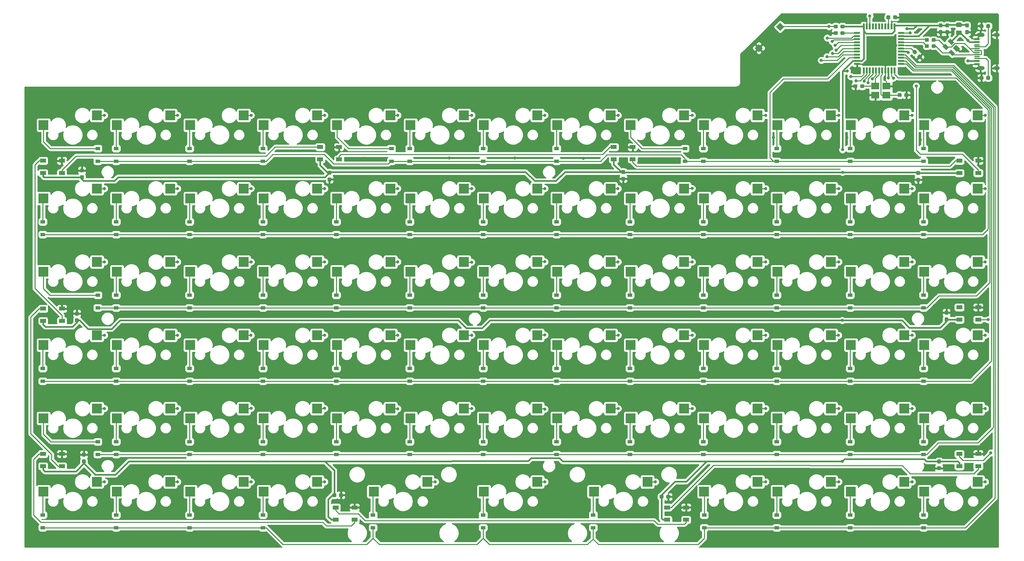
<source format=gbr>
G04 #@! TF.GenerationSoftware,KiCad,Pcbnew,(5.1.5)-3*
G04 #@! TF.CreationDate,2020-05-03T18:15:37+02:00*
G04 #@! TF.ProjectId,index-tab,696e6465-782d-4746-9162-2e6b69636164,rev?*
G04 #@! TF.SameCoordinates,Original*
G04 #@! TF.FileFunction,Copper,L2,Bot*
G04 #@! TF.FilePolarity,Positive*
%FSLAX46Y46*%
G04 Gerber Fmt 4.6, Leading zero omitted, Abs format (unit mm)*
G04 Created by KiCad (PCBNEW (5.1.5)-3) date 2020-05-03 18:15:37*
%MOMM*%
%LPD*%
G04 APERTURE LIST*
%ADD10R,1.450000X0.600000*%
%ADD11R,1.450000X0.300000*%
%ADD12O,2.100000X1.000000*%
%ADD13O,1.600000X1.000000*%
%ADD14C,0.100000*%
%ADD15R,2.100000X1.800000*%
%ADD16R,1.200000X0.900000*%
%ADD17R,1.500000X1.000000*%
%ADD18R,0.550000X1.500000*%
%ADD19R,1.500000X0.550000*%
%ADD20R,2.550000X2.500000*%
%ADD21C,0.800000*%
%ADD22C,0.250000*%
%ADD23C,0.381000*%
%ADD24C,0.254000*%
G04 APERTURE END LIST*
D10*
X272830000Y-38750000D03*
X272830000Y-37950000D03*
X272830000Y-33050000D03*
X272830000Y-32250000D03*
X272830000Y-32250000D03*
X272830000Y-33050000D03*
X272830000Y-37950000D03*
X272830000Y-38750000D03*
D11*
X272830000Y-33750000D03*
X272830000Y-34250000D03*
X272830000Y-34750000D03*
X272830000Y-35750000D03*
X272830000Y-36250000D03*
X272830000Y-36750000D03*
X272830000Y-37250000D03*
X272830000Y-35250000D03*
D12*
X273745000Y-39820000D03*
X273745000Y-31180000D03*
D13*
X277925000Y-31180000D03*
X277925000Y-39820000D03*
G04 #@! TA.AperFunction,SMDPad,CuDef*
D14*
G36*
X260104530Y-32019894D02*
G01*
X260127585Y-32023313D01*
X260150194Y-32028977D01*
X260172138Y-32036829D01*
X260193208Y-32046794D01*
X260213199Y-32058776D01*
X260231919Y-32072660D01*
X260249189Y-32088312D01*
X260264841Y-32105582D01*
X260278725Y-32124302D01*
X260290707Y-32144293D01*
X260300672Y-32165363D01*
X260308524Y-32187307D01*
X260314188Y-32209916D01*
X260317607Y-32232971D01*
X260318751Y-32256250D01*
X260318751Y-32731250D01*
X260317607Y-32754529D01*
X260314188Y-32777584D01*
X260308524Y-32800193D01*
X260300672Y-32822137D01*
X260290707Y-32843207D01*
X260278725Y-32863198D01*
X260264841Y-32881918D01*
X260249189Y-32899188D01*
X260231919Y-32914840D01*
X260213199Y-32928724D01*
X260193208Y-32940706D01*
X260172138Y-32950671D01*
X260150194Y-32958523D01*
X260127585Y-32964187D01*
X260104530Y-32967606D01*
X260081251Y-32968750D01*
X259506251Y-32968750D01*
X259482972Y-32967606D01*
X259459917Y-32964187D01*
X259437308Y-32958523D01*
X259415364Y-32950671D01*
X259394294Y-32940706D01*
X259374303Y-32928724D01*
X259355583Y-32914840D01*
X259338313Y-32899188D01*
X259322661Y-32881918D01*
X259308777Y-32863198D01*
X259296795Y-32843207D01*
X259286830Y-32822137D01*
X259278978Y-32800193D01*
X259273314Y-32777584D01*
X259269895Y-32754529D01*
X259268751Y-32731250D01*
X259268751Y-32256250D01*
X259269895Y-32232971D01*
X259273314Y-32209916D01*
X259278978Y-32187307D01*
X259286830Y-32165363D01*
X259296795Y-32144293D01*
X259308777Y-32124302D01*
X259322661Y-32105582D01*
X259338313Y-32088312D01*
X259355583Y-32072660D01*
X259374303Y-32058776D01*
X259394294Y-32046794D01*
X259415364Y-32036829D01*
X259437308Y-32028977D01*
X259459917Y-32023313D01*
X259482972Y-32019894D01*
X259506251Y-32018750D01*
X260081251Y-32018750D01*
X260104530Y-32019894D01*
G37*
G04 #@! TD.AperFunction*
G04 #@! TA.AperFunction,SMDPad,CuDef*
G36*
X261854530Y-32019894D02*
G01*
X261877585Y-32023313D01*
X261900194Y-32028977D01*
X261922138Y-32036829D01*
X261943208Y-32046794D01*
X261963199Y-32058776D01*
X261981919Y-32072660D01*
X261999189Y-32088312D01*
X262014841Y-32105582D01*
X262028725Y-32124302D01*
X262040707Y-32144293D01*
X262050672Y-32165363D01*
X262058524Y-32187307D01*
X262064188Y-32209916D01*
X262067607Y-32232971D01*
X262068751Y-32256250D01*
X262068751Y-32731250D01*
X262067607Y-32754529D01*
X262064188Y-32777584D01*
X262058524Y-32800193D01*
X262050672Y-32822137D01*
X262040707Y-32843207D01*
X262028725Y-32863198D01*
X262014841Y-32881918D01*
X261999189Y-32899188D01*
X261981919Y-32914840D01*
X261963199Y-32928724D01*
X261943208Y-32940706D01*
X261922138Y-32950671D01*
X261900194Y-32958523D01*
X261877585Y-32964187D01*
X261854530Y-32967606D01*
X261831251Y-32968750D01*
X261256251Y-32968750D01*
X261232972Y-32967606D01*
X261209917Y-32964187D01*
X261187308Y-32958523D01*
X261165364Y-32950671D01*
X261144294Y-32940706D01*
X261124303Y-32928724D01*
X261105583Y-32914840D01*
X261088313Y-32899188D01*
X261072661Y-32881918D01*
X261058777Y-32863198D01*
X261046795Y-32843207D01*
X261036830Y-32822137D01*
X261028978Y-32800193D01*
X261023314Y-32777584D01*
X261019895Y-32754529D01*
X261018751Y-32731250D01*
X261018751Y-32256250D01*
X261019895Y-32232971D01*
X261023314Y-32209916D01*
X261028978Y-32187307D01*
X261036830Y-32165363D01*
X261046795Y-32144293D01*
X261058777Y-32124302D01*
X261072661Y-32105582D01*
X261088313Y-32088312D01*
X261105583Y-32072660D01*
X261124303Y-32058776D01*
X261144294Y-32046794D01*
X261165364Y-32036829D01*
X261187308Y-32028977D01*
X261209917Y-32023313D01*
X261232972Y-32019894D01*
X261256251Y-32018750D01*
X261831251Y-32018750D01*
X261854530Y-32019894D01*
G37*
G04 #@! TD.AperFunction*
D15*
X249300000Y-44500000D03*
X246400000Y-44500000D03*
X246400000Y-46800000D03*
X249300000Y-46800000D03*
G04 #@! TA.AperFunction,SMDPad,CuDef*
D14*
G36*
X265902082Y-32082969D02*
G01*
X266892031Y-33072918D01*
X266184924Y-33780025D01*
X265194975Y-32790076D01*
X265902082Y-32082969D01*
G37*
G04 #@! TD.AperFunction*
G04 #@! TA.AperFunction,SMDPad,CuDef*
G36*
X264558579Y-33426472D02*
G01*
X265548528Y-34416421D01*
X264841421Y-35123528D01*
X263851472Y-34133579D01*
X264558579Y-33426472D01*
G37*
G04 #@! TD.AperFunction*
G04 #@! TA.AperFunction,SMDPad,CuDef*
G36*
X266114214Y-34982107D02*
G01*
X267104163Y-35972056D01*
X266397056Y-36679163D01*
X265407107Y-35689214D01*
X266114214Y-34982107D01*
G37*
G04 #@! TD.AperFunction*
G04 #@! TA.AperFunction,SMDPad,CuDef*
G36*
X267401148Y-33695172D02*
G01*
X268391098Y-34685122D01*
X267542570Y-35533650D01*
X266552620Y-34543700D01*
X267401148Y-33695172D01*
G37*
G04 #@! TD.AperFunction*
G04 #@! TA.AperFunction,SMDPad,CuDef*
G36*
X251860779Y-26126144D02*
G01*
X251883834Y-26129563D01*
X251906443Y-26135227D01*
X251928387Y-26143079D01*
X251949457Y-26153044D01*
X251969448Y-26165026D01*
X251988168Y-26178910D01*
X252005438Y-26194562D01*
X252021090Y-26211832D01*
X252034974Y-26230552D01*
X252046956Y-26250543D01*
X252056921Y-26271613D01*
X252064773Y-26293557D01*
X252070437Y-26316166D01*
X252073856Y-26339221D01*
X252075000Y-26362500D01*
X252075000Y-26837500D01*
X252073856Y-26860779D01*
X252070437Y-26883834D01*
X252064773Y-26906443D01*
X252056921Y-26928387D01*
X252046956Y-26949457D01*
X252034974Y-26969448D01*
X252021090Y-26988168D01*
X252005438Y-27005438D01*
X251988168Y-27021090D01*
X251969448Y-27034974D01*
X251949457Y-27046956D01*
X251928387Y-27056921D01*
X251906443Y-27064773D01*
X251883834Y-27070437D01*
X251860779Y-27073856D01*
X251837500Y-27075000D01*
X251262500Y-27075000D01*
X251239221Y-27073856D01*
X251216166Y-27070437D01*
X251193557Y-27064773D01*
X251171613Y-27056921D01*
X251150543Y-27046956D01*
X251130552Y-27034974D01*
X251111832Y-27021090D01*
X251094562Y-27005438D01*
X251078910Y-26988168D01*
X251065026Y-26969448D01*
X251053044Y-26949457D01*
X251043079Y-26928387D01*
X251035227Y-26906443D01*
X251029563Y-26883834D01*
X251026144Y-26860779D01*
X251025000Y-26837500D01*
X251025000Y-26362500D01*
X251026144Y-26339221D01*
X251029563Y-26316166D01*
X251035227Y-26293557D01*
X251043079Y-26271613D01*
X251053044Y-26250543D01*
X251065026Y-26230552D01*
X251078910Y-26211832D01*
X251094562Y-26194562D01*
X251111832Y-26178910D01*
X251130552Y-26165026D01*
X251150543Y-26153044D01*
X251171613Y-26143079D01*
X251193557Y-26135227D01*
X251216166Y-26129563D01*
X251239221Y-26126144D01*
X251262500Y-26125000D01*
X251837500Y-26125000D01*
X251860779Y-26126144D01*
G37*
G04 #@! TD.AperFunction*
G04 #@! TA.AperFunction,SMDPad,CuDef*
G36*
X250110779Y-26126144D02*
G01*
X250133834Y-26129563D01*
X250156443Y-26135227D01*
X250178387Y-26143079D01*
X250199457Y-26153044D01*
X250219448Y-26165026D01*
X250238168Y-26178910D01*
X250255438Y-26194562D01*
X250271090Y-26211832D01*
X250284974Y-26230552D01*
X250296956Y-26250543D01*
X250306921Y-26271613D01*
X250314773Y-26293557D01*
X250320437Y-26316166D01*
X250323856Y-26339221D01*
X250325000Y-26362500D01*
X250325000Y-26837500D01*
X250323856Y-26860779D01*
X250320437Y-26883834D01*
X250314773Y-26906443D01*
X250306921Y-26928387D01*
X250296956Y-26949457D01*
X250284974Y-26969448D01*
X250271090Y-26988168D01*
X250255438Y-27005438D01*
X250238168Y-27021090D01*
X250219448Y-27034974D01*
X250199457Y-27046956D01*
X250178387Y-27056921D01*
X250156443Y-27064773D01*
X250133834Y-27070437D01*
X250110779Y-27073856D01*
X250087500Y-27075000D01*
X249512500Y-27075000D01*
X249489221Y-27073856D01*
X249466166Y-27070437D01*
X249443557Y-27064773D01*
X249421613Y-27056921D01*
X249400543Y-27046956D01*
X249380552Y-27034974D01*
X249361832Y-27021090D01*
X249344562Y-27005438D01*
X249328910Y-26988168D01*
X249315026Y-26969448D01*
X249303044Y-26949457D01*
X249293079Y-26928387D01*
X249285227Y-26906443D01*
X249279563Y-26883834D01*
X249276144Y-26860779D01*
X249275000Y-26837500D01*
X249275000Y-26362500D01*
X249276144Y-26339221D01*
X249279563Y-26316166D01*
X249285227Y-26293557D01*
X249293079Y-26271613D01*
X249303044Y-26250543D01*
X249315026Y-26230552D01*
X249328910Y-26211832D01*
X249344562Y-26194562D01*
X249361832Y-26178910D01*
X249380552Y-26165026D01*
X249400543Y-26153044D01*
X249421613Y-26143079D01*
X249443557Y-26135227D01*
X249466166Y-26129563D01*
X249489221Y-26126144D01*
X249512500Y-26125000D01*
X250087500Y-26125000D01*
X250110779Y-26126144D01*
G37*
G04 #@! TD.AperFunction*
G04 #@! TA.AperFunction,SMDPad,CuDef*
G36*
X257877924Y-36252413D02*
G01*
X257900979Y-36255832D01*
X257923588Y-36261496D01*
X257945532Y-36269348D01*
X257966602Y-36279313D01*
X257986593Y-36291295D01*
X258005313Y-36305179D01*
X258022583Y-36320831D01*
X258429169Y-36727417D01*
X258444821Y-36744687D01*
X258458705Y-36763407D01*
X258470687Y-36783398D01*
X258480652Y-36804468D01*
X258488504Y-36826412D01*
X258494168Y-36849021D01*
X258497587Y-36872076D01*
X258498731Y-36895355D01*
X258497587Y-36918634D01*
X258494168Y-36941689D01*
X258488504Y-36964298D01*
X258480652Y-36986242D01*
X258470687Y-37007312D01*
X258458705Y-37027303D01*
X258444821Y-37046023D01*
X258429169Y-37063293D01*
X258093293Y-37399169D01*
X258076023Y-37414821D01*
X258057303Y-37428705D01*
X258037312Y-37440687D01*
X258016242Y-37450652D01*
X257994298Y-37458504D01*
X257971689Y-37464168D01*
X257948634Y-37467587D01*
X257925355Y-37468731D01*
X257902076Y-37467587D01*
X257879021Y-37464168D01*
X257856412Y-37458504D01*
X257834468Y-37450652D01*
X257813398Y-37440687D01*
X257793407Y-37428705D01*
X257774687Y-37414821D01*
X257757417Y-37399169D01*
X257350831Y-36992583D01*
X257335179Y-36975313D01*
X257321295Y-36956593D01*
X257309313Y-36936602D01*
X257299348Y-36915532D01*
X257291496Y-36893588D01*
X257285832Y-36870979D01*
X257282413Y-36847924D01*
X257281269Y-36824645D01*
X257282413Y-36801366D01*
X257285832Y-36778311D01*
X257291496Y-36755702D01*
X257299348Y-36733758D01*
X257309313Y-36712688D01*
X257321295Y-36692697D01*
X257335179Y-36673977D01*
X257350831Y-36656707D01*
X257686707Y-36320831D01*
X257703977Y-36305179D01*
X257722697Y-36291295D01*
X257742688Y-36279313D01*
X257763758Y-36269348D01*
X257785702Y-36261496D01*
X257808311Y-36255832D01*
X257831366Y-36252413D01*
X257854645Y-36251269D01*
X257877924Y-36252413D01*
G37*
G04 #@! TD.AperFunction*
G04 #@! TA.AperFunction,SMDPad,CuDef*
G36*
X256640488Y-35014977D02*
G01*
X256663543Y-35018396D01*
X256686152Y-35024060D01*
X256708096Y-35031912D01*
X256729166Y-35041877D01*
X256749157Y-35053859D01*
X256767877Y-35067743D01*
X256785147Y-35083395D01*
X257191733Y-35489981D01*
X257207385Y-35507251D01*
X257221269Y-35525971D01*
X257233251Y-35545962D01*
X257243216Y-35567032D01*
X257251068Y-35588976D01*
X257256732Y-35611585D01*
X257260151Y-35634640D01*
X257261295Y-35657919D01*
X257260151Y-35681198D01*
X257256732Y-35704253D01*
X257251068Y-35726862D01*
X257243216Y-35748806D01*
X257233251Y-35769876D01*
X257221269Y-35789867D01*
X257207385Y-35808587D01*
X257191733Y-35825857D01*
X256855857Y-36161733D01*
X256838587Y-36177385D01*
X256819867Y-36191269D01*
X256799876Y-36203251D01*
X256778806Y-36213216D01*
X256756862Y-36221068D01*
X256734253Y-36226732D01*
X256711198Y-36230151D01*
X256687919Y-36231295D01*
X256664640Y-36230151D01*
X256641585Y-36226732D01*
X256618976Y-36221068D01*
X256597032Y-36213216D01*
X256575962Y-36203251D01*
X256555971Y-36191269D01*
X256537251Y-36177385D01*
X256519981Y-36161733D01*
X256113395Y-35755147D01*
X256097743Y-35737877D01*
X256083859Y-35719157D01*
X256071877Y-35699166D01*
X256061912Y-35678096D01*
X256054060Y-35656152D01*
X256048396Y-35633543D01*
X256044977Y-35610488D01*
X256043833Y-35587209D01*
X256044977Y-35563930D01*
X256048396Y-35540875D01*
X256054060Y-35518266D01*
X256061912Y-35496322D01*
X256071877Y-35475252D01*
X256083859Y-35455261D01*
X256097743Y-35436541D01*
X256113395Y-35419271D01*
X256449271Y-35083395D01*
X256466541Y-35067743D01*
X256485261Y-35053859D01*
X256505252Y-35041877D01*
X256526322Y-35031912D01*
X256548266Y-35024060D01*
X256570875Y-35018396D01*
X256593930Y-35014977D01*
X256617209Y-35013833D01*
X256640488Y-35014977D01*
G37*
G04 #@! TD.AperFunction*
G04 #@! TA.AperFunction,SMDPad,CuDef*
G36*
X265348647Y-29926144D02*
G01*
X265371702Y-29929563D01*
X265394311Y-29935227D01*
X265416255Y-29943079D01*
X265437325Y-29953044D01*
X265457316Y-29965026D01*
X265476036Y-29978910D01*
X265493306Y-29994562D01*
X265508958Y-30011832D01*
X265522842Y-30030552D01*
X265534824Y-30050543D01*
X265544789Y-30071613D01*
X265552641Y-30093557D01*
X265558305Y-30116166D01*
X265561724Y-30139221D01*
X265562868Y-30162500D01*
X265562868Y-30737500D01*
X265561724Y-30760779D01*
X265558305Y-30783834D01*
X265552641Y-30806443D01*
X265544789Y-30828387D01*
X265534824Y-30849457D01*
X265522842Y-30869448D01*
X265508958Y-30888168D01*
X265493306Y-30905438D01*
X265476036Y-30921090D01*
X265457316Y-30934974D01*
X265437325Y-30946956D01*
X265416255Y-30956921D01*
X265394311Y-30964773D01*
X265371702Y-30970437D01*
X265348647Y-30973856D01*
X265325368Y-30975000D01*
X264850368Y-30975000D01*
X264827089Y-30973856D01*
X264804034Y-30970437D01*
X264781425Y-30964773D01*
X264759481Y-30956921D01*
X264738411Y-30946956D01*
X264718420Y-30934974D01*
X264699700Y-30921090D01*
X264682430Y-30905438D01*
X264666778Y-30888168D01*
X264652894Y-30869448D01*
X264640912Y-30849457D01*
X264630947Y-30828387D01*
X264623095Y-30806443D01*
X264617431Y-30783834D01*
X264614012Y-30760779D01*
X264612868Y-30737500D01*
X264612868Y-30162500D01*
X264614012Y-30139221D01*
X264617431Y-30116166D01*
X264623095Y-30093557D01*
X264630947Y-30071613D01*
X264640912Y-30050543D01*
X264652894Y-30030552D01*
X264666778Y-30011832D01*
X264682430Y-29994562D01*
X264699700Y-29978910D01*
X264718420Y-29965026D01*
X264738411Y-29953044D01*
X264759481Y-29943079D01*
X264781425Y-29935227D01*
X264804034Y-29929563D01*
X264827089Y-29926144D01*
X264850368Y-29925000D01*
X265325368Y-29925000D01*
X265348647Y-29926144D01*
G37*
G04 #@! TD.AperFunction*
G04 #@! TA.AperFunction,SMDPad,CuDef*
G36*
X265348647Y-28176144D02*
G01*
X265371702Y-28179563D01*
X265394311Y-28185227D01*
X265416255Y-28193079D01*
X265437325Y-28203044D01*
X265457316Y-28215026D01*
X265476036Y-28228910D01*
X265493306Y-28244562D01*
X265508958Y-28261832D01*
X265522842Y-28280552D01*
X265534824Y-28300543D01*
X265544789Y-28321613D01*
X265552641Y-28343557D01*
X265558305Y-28366166D01*
X265561724Y-28389221D01*
X265562868Y-28412500D01*
X265562868Y-28987500D01*
X265561724Y-29010779D01*
X265558305Y-29033834D01*
X265552641Y-29056443D01*
X265544789Y-29078387D01*
X265534824Y-29099457D01*
X265522842Y-29119448D01*
X265508958Y-29138168D01*
X265493306Y-29155438D01*
X265476036Y-29171090D01*
X265457316Y-29184974D01*
X265437325Y-29196956D01*
X265416255Y-29206921D01*
X265394311Y-29214773D01*
X265371702Y-29220437D01*
X265348647Y-29223856D01*
X265325368Y-29225000D01*
X264850368Y-29225000D01*
X264827089Y-29223856D01*
X264804034Y-29220437D01*
X264781425Y-29214773D01*
X264759481Y-29206921D01*
X264738411Y-29196956D01*
X264718420Y-29184974D01*
X264699700Y-29171090D01*
X264682430Y-29155438D01*
X264666778Y-29138168D01*
X264652894Y-29119448D01*
X264640912Y-29099457D01*
X264630947Y-29078387D01*
X264623095Y-29056443D01*
X264617431Y-29033834D01*
X264614012Y-29010779D01*
X264612868Y-28987500D01*
X264612868Y-28412500D01*
X264614012Y-28389221D01*
X264617431Y-28366166D01*
X264623095Y-28343557D01*
X264630947Y-28321613D01*
X264640912Y-28300543D01*
X264652894Y-28280552D01*
X264666778Y-28261832D01*
X264682430Y-28244562D01*
X264699700Y-28228910D01*
X264718420Y-28215026D01*
X264738411Y-28203044D01*
X264759481Y-28193079D01*
X264781425Y-28185227D01*
X264804034Y-28179563D01*
X264827089Y-28176144D01*
X264850368Y-28175000D01*
X265325368Y-28175000D01*
X265348647Y-28176144D01*
G37*
G04 #@! TD.AperFunction*
G04 #@! TA.AperFunction,SMDPad,CuDef*
G36*
X263623647Y-29926144D02*
G01*
X263646702Y-29929563D01*
X263669311Y-29935227D01*
X263691255Y-29943079D01*
X263712325Y-29953044D01*
X263732316Y-29965026D01*
X263751036Y-29978910D01*
X263768306Y-29994562D01*
X263783958Y-30011832D01*
X263797842Y-30030552D01*
X263809824Y-30050543D01*
X263819789Y-30071613D01*
X263827641Y-30093557D01*
X263833305Y-30116166D01*
X263836724Y-30139221D01*
X263837868Y-30162500D01*
X263837868Y-30737500D01*
X263836724Y-30760779D01*
X263833305Y-30783834D01*
X263827641Y-30806443D01*
X263819789Y-30828387D01*
X263809824Y-30849457D01*
X263797842Y-30869448D01*
X263783958Y-30888168D01*
X263768306Y-30905438D01*
X263751036Y-30921090D01*
X263732316Y-30934974D01*
X263712325Y-30946956D01*
X263691255Y-30956921D01*
X263669311Y-30964773D01*
X263646702Y-30970437D01*
X263623647Y-30973856D01*
X263600368Y-30975000D01*
X263125368Y-30975000D01*
X263102089Y-30973856D01*
X263079034Y-30970437D01*
X263056425Y-30964773D01*
X263034481Y-30956921D01*
X263013411Y-30946956D01*
X262993420Y-30934974D01*
X262974700Y-30921090D01*
X262957430Y-30905438D01*
X262941778Y-30888168D01*
X262927894Y-30869448D01*
X262915912Y-30849457D01*
X262905947Y-30828387D01*
X262898095Y-30806443D01*
X262892431Y-30783834D01*
X262889012Y-30760779D01*
X262887868Y-30737500D01*
X262887868Y-30162500D01*
X262889012Y-30139221D01*
X262892431Y-30116166D01*
X262898095Y-30093557D01*
X262905947Y-30071613D01*
X262915912Y-30050543D01*
X262927894Y-30030552D01*
X262941778Y-30011832D01*
X262957430Y-29994562D01*
X262974700Y-29978910D01*
X262993420Y-29965026D01*
X263013411Y-29953044D01*
X263034481Y-29943079D01*
X263056425Y-29935227D01*
X263079034Y-29929563D01*
X263102089Y-29926144D01*
X263125368Y-29925000D01*
X263600368Y-29925000D01*
X263623647Y-29926144D01*
G37*
G04 #@! TD.AperFunction*
G04 #@! TA.AperFunction,SMDPad,CuDef*
G36*
X263623647Y-28176144D02*
G01*
X263646702Y-28179563D01*
X263669311Y-28185227D01*
X263691255Y-28193079D01*
X263712325Y-28203044D01*
X263732316Y-28215026D01*
X263751036Y-28228910D01*
X263768306Y-28244562D01*
X263783958Y-28261832D01*
X263797842Y-28280552D01*
X263809824Y-28300543D01*
X263819789Y-28321613D01*
X263827641Y-28343557D01*
X263833305Y-28366166D01*
X263836724Y-28389221D01*
X263837868Y-28412500D01*
X263837868Y-28987500D01*
X263836724Y-29010779D01*
X263833305Y-29033834D01*
X263827641Y-29056443D01*
X263819789Y-29078387D01*
X263809824Y-29099457D01*
X263797842Y-29119448D01*
X263783958Y-29138168D01*
X263768306Y-29155438D01*
X263751036Y-29171090D01*
X263732316Y-29184974D01*
X263712325Y-29196956D01*
X263691255Y-29206921D01*
X263669311Y-29214773D01*
X263646702Y-29220437D01*
X263623647Y-29223856D01*
X263600368Y-29225000D01*
X263125368Y-29225000D01*
X263102089Y-29223856D01*
X263079034Y-29220437D01*
X263056425Y-29214773D01*
X263034481Y-29206921D01*
X263013411Y-29196956D01*
X262993420Y-29184974D01*
X262974700Y-29171090D01*
X262957430Y-29155438D01*
X262941778Y-29138168D01*
X262927894Y-29119448D01*
X262915912Y-29099457D01*
X262905947Y-29078387D01*
X262898095Y-29056443D01*
X262892431Y-29033834D01*
X262889012Y-29010779D01*
X262887868Y-28987500D01*
X262887868Y-28412500D01*
X262889012Y-28389221D01*
X262892431Y-28366166D01*
X262898095Y-28343557D01*
X262905947Y-28321613D01*
X262915912Y-28300543D01*
X262927894Y-28280552D01*
X262941778Y-28261832D01*
X262957430Y-28244562D01*
X262974700Y-28228910D01*
X262993420Y-28215026D01*
X263013411Y-28203044D01*
X263034481Y-28193079D01*
X263056425Y-28185227D01*
X263079034Y-28179563D01*
X263102089Y-28176144D01*
X263125368Y-28175000D01*
X263600368Y-28175000D01*
X263623647Y-28176144D01*
G37*
G04 #@! TD.AperFunction*
G04 #@! TA.AperFunction,SMDPad,CuDef*
G36*
X270460779Y-29926144D02*
G01*
X270483834Y-29929563D01*
X270506443Y-29935227D01*
X270528387Y-29943079D01*
X270549457Y-29953044D01*
X270569448Y-29965026D01*
X270588168Y-29978910D01*
X270605438Y-29994562D01*
X270621090Y-30011832D01*
X270634974Y-30030552D01*
X270646956Y-30050543D01*
X270656921Y-30071613D01*
X270664773Y-30093557D01*
X270670437Y-30116166D01*
X270673856Y-30139221D01*
X270675000Y-30162500D01*
X270675000Y-30737500D01*
X270673856Y-30760779D01*
X270670437Y-30783834D01*
X270664773Y-30806443D01*
X270656921Y-30828387D01*
X270646956Y-30849457D01*
X270634974Y-30869448D01*
X270621090Y-30888168D01*
X270605438Y-30905438D01*
X270588168Y-30921090D01*
X270569448Y-30934974D01*
X270549457Y-30946956D01*
X270528387Y-30956921D01*
X270506443Y-30964773D01*
X270483834Y-30970437D01*
X270460779Y-30973856D01*
X270437500Y-30975000D01*
X269962500Y-30975000D01*
X269939221Y-30973856D01*
X269916166Y-30970437D01*
X269893557Y-30964773D01*
X269871613Y-30956921D01*
X269850543Y-30946956D01*
X269830552Y-30934974D01*
X269811832Y-30921090D01*
X269794562Y-30905438D01*
X269778910Y-30888168D01*
X269765026Y-30869448D01*
X269753044Y-30849457D01*
X269743079Y-30828387D01*
X269735227Y-30806443D01*
X269729563Y-30783834D01*
X269726144Y-30760779D01*
X269725000Y-30737500D01*
X269725000Y-30162500D01*
X269726144Y-30139221D01*
X269729563Y-30116166D01*
X269735227Y-30093557D01*
X269743079Y-30071613D01*
X269753044Y-30050543D01*
X269765026Y-30030552D01*
X269778910Y-30011832D01*
X269794562Y-29994562D01*
X269811832Y-29978910D01*
X269830552Y-29965026D01*
X269850543Y-29953044D01*
X269871613Y-29943079D01*
X269893557Y-29935227D01*
X269916166Y-29929563D01*
X269939221Y-29926144D01*
X269962500Y-29925000D01*
X270437500Y-29925000D01*
X270460779Y-29926144D01*
G37*
G04 #@! TD.AperFunction*
G04 #@! TA.AperFunction,SMDPad,CuDef*
G36*
X270460779Y-28176144D02*
G01*
X270483834Y-28179563D01*
X270506443Y-28185227D01*
X270528387Y-28193079D01*
X270549457Y-28203044D01*
X270569448Y-28215026D01*
X270588168Y-28228910D01*
X270605438Y-28244562D01*
X270621090Y-28261832D01*
X270634974Y-28280552D01*
X270646956Y-28300543D01*
X270656921Y-28321613D01*
X270664773Y-28343557D01*
X270670437Y-28366166D01*
X270673856Y-28389221D01*
X270675000Y-28412500D01*
X270675000Y-28987500D01*
X270673856Y-29010779D01*
X270670437Y-29033834D01*
X270664773Y-29056443D01*
X270656921Y-29078387D01*
X270646956Y-29099457D01*
X270634974Y-29119448D01*
X270621090Y-29138168D01*
X270605438Y-29155438D01*
X270588168Y-29171090D01*
X270569448Y-29184974D01*
X270549457Y-29196956D01*
X270528387Y-29206921D01*
X270506443Y-29214773D01*
X270483834Y-29220437D01*
X270460779Y-29223856D01*
X270437500Y-29225000D01*
X269962500Y-29225000D01*
X269939221Y-29223856D01*
X269916166Y-29220437D01*
X269893557Y-29214773D01*
X269871613Y-29206921D01*
X269850543Y-29196956D01*
X269830552Y-29184974D01*
X269811832Y-29171090D01*
X269794562Y-29155438D01*
X269778910Y-29138168D01*
X269765026Y-29119448D01*
X269753044Y-29099457D01*
X269743079Y-29078387D01*
X269735227Y-29056443D01*
X269729563Y-29033834D01*
X269726144Y-29010779D01*
X269725000Y-28987500D01*
X269725000Y-28412500D01*
X269726144Y-28389221D01*
X269729563Y-28366166D01*
X269735227Y-28343557D01*
X269743079Y-28321613D01*
X269753044Y-28300543D01*
X269765026Y-28280552D01*
X269778910Y-28261832D01*
X269794562Y-28244562D01*
X269811832Y-28228910D01*
X269830552Y-28215026D01*
X269850543Y-28203044D01*
X269871613Y-28193079D01*
X269893557Y-28185227D01*
X269916166Y-28179563D01*
X269939221Y-28176144D01*
X269962500Y-28175000D01*
X270437500Y-28175000D01*
X270460779Y-28176144D01*
G37*
G04 #@! TD.AperFunction*
D16*
X258925000Y-155950000D03*
X258925000Y-159250000D03*
X258925000Y-136900000D03*
X258925000Y-140200000D03*
X258925000Y-117850000D03*
X258925000Y-121150000D03*
X258925000Y-98800000D03*
X258925000Y-102100000D03*
X258925000Y-79750000D03*
X258925000Y-83050000D03*
X258925000Y-60700000D03*
X258925000Y-64000000D03*
X239875000Y-155950000D03*
X239875000Y-159250000D03*
X239875000Y-136900000D03*
X239875000Y-140200000D03*
X239875000Y-117850000D03*
X239875000Y-121150000D03*
X239875000Y-98800000D03*
X239875000Y-102100000D03*
X239875000Y-79750000D03*
X239875000Y-83050000D03*
X239875000Y-60700000D03*
X239875000Y-64000000D03*
X220825000Y-155950000D03*
X220825000Y-159250000D03*
X220825000Y-136900000D03*
X220825000Y-140200000D03*
X220825000Y-117850000D03*
X220825000Y-121150000D03*
X220825000Y-98800000D03*
X220825000Y-102100000D03*
X220825000Y-79750000D03*
X220825000Y-83050000D03*
X220825000Y-60700000D03*
X220825000Y-64000000D03*
X202000000Y-155950000D03*
X202000000Y-159250000D03*
X201775000Y-136900000D03*
X201775000Y-140200000D03*
X201775000Y-117850000D03*
X201775000Y-121150000D03*
X201775000Y-98800000D03*
X201775000Y-102100000D03*
X201775000Y-79750000D03*
X201775000Y-83050000D03*
X201775000Y-60700000D03*
X201775000Y-64000000D03*
X173200000Y-155950000D03*
X173200000Y-159250000D03*
X182725000Y-136900000D03*
X182725000Y-140200000D03*
X182725000Y-117850000D03*
X182725000Y-121150000D03*
X182725000Y-98800000D03*
X182725000Y-102100000D03*
X182725000Y-79750000D03*
X182725000Y-83050000D03*
X197005000Y-60700000D03*
X197005000Y-64000000D03*
X163675000Y-136900000D03*
X163675000Y-140200000D03*
X163675000Y-117850000D03*
X163675000Y-121150000D03*
X163675000Y-98800000D03*
X163675000Y-102100000D03*
X163675000Y-79750000D03*
X163675000Y-83050000D03*
X163675000Y-60700000D03*
X163675000Y-64000000D03*
X144625000Y-155950000D03*
X144625000Y-159250000D03*
X144625000Y-136900000D03*
X144625000Y-140200000D03*
X144625000Y-117850000D03*
X144625000Y-121150000D03*
X144625000Y-98800000D03*
X144625000Y-102100000D03*
X144625000Y-79750000D03*
X144625000Y-83050000D03*
X144625000Y-60700000D03*
X144625000Y-64000000D03*
X125575000Y-136900000D03*
X125575000Y-140200000D03*
X125575000Y-117850000D03*
X125575000Y-121150000D03*
X125575000Y-98800000D03*
X125575000Y-102100000D03*
X125575000Y-79750000D03*
X125575000Y-83050000D03*
X125575000Y-60700000D03*
X125575000Y-64000000D03*
X116050000Y-155950000D03*
X116050000Y-159250000D03*
X106525000Y-136900000D03*
X106525000Y-140200000D03*
X106525000Y-117850000D03*
X106525000Y-121150000D03*
X106525000Y-98800000D03*
X106525000Y-102100000D03*
X106525000Y-79750000D03*
X106525000Y-83050000D03*
X120805000Y-60700000D03*
X120805000Y-64000000D03*
X87475000Y-155950000D03*
X87475000Y-159250000D03*
X87475000Y-136900000D03*
X87475000Y-140200000D03*
X87475000Y-117850000D03*
X87475000Y-121150000D03*
X87475000Y-98800000D03*
X87475000Y-102100000D03*
X87475000Y-79750000D03*
X87475000Y-83050000D03*
X87475000Y-60700000D03*
X87475000Y-64000000D03*
X68425000Y-155950000D03*
X68425000Y-159250000D03*
X68425000Y-136900000D03*
X68425000Y-140200000D03*
X68425000Y-117850000D03*
X68425000Y-121150000D03*
X68425000Y-98800000D03*
X68425000Y-102100000D03*
X68425000Y-79750000D03*
X68425000Y-83050000D03*
X68425000Y-60700000D03*
X68425000Y-64000000D03*
X49375000Y-155950000D03*
X49375000Y-159250000D03*
X49375000Y-136900000D03*
X49375000Y-140200000D03*
X49375000Y-117850000D03*
X49375000Y-121150000D03*
X49375000Y-98800000D03*
X49375000Y-102100000D03*
X49375000Y-79750000D03*
X49375000Y-83050000D03*
X49375000Y-60700000D03*
X49375000Y-64000000D03*
X30325000Y-155950000D03*
X30325000Y-159250000D03*
X44605000Y-136900000D03*
X44605000Y-140200000D03*
X30325000Y-117850000D03*
X30325000Y-121150000D03*
X44605000Y-98800000D03*
X44605000Y-102100000D03*
X30325000Y-79750000D03*
X30325000Y-83050000D03*
X44605000Y-60700000D03*
X44605000Y-64000000D03*
G04 #@! TA.AperFunction,SMDPad,CuDef*
D14*
G36*
X265135779Y-102851145D02*
G01*
X265158834Y-102854564D01*
X265181443Y-102860228D01*
X265203387Y-102868080D01*
X265224457Y-102878045D01*
X265244448Y-102890027D01*
X265263168Y-102903911D01*
X265280438Y-102919563D01*
X265296090Y-102936833D01*
X265309974Y-102955553D01*
X265321956Y-102975544D01*
X265331921Y-102996614D01*
X265339773Y-103018558D01*
X265345437Y-103041167D01*
X265348856Y-103064222D01*
X265350000Y-103087501D01*
X265350000Y-103662501D01*
X265348856Y-103685780D01*
X265345437Y-103708835D01*
X265339773Y-103731444D01*
X265331921Y-103753388D01*
X265321956Y-103774458D01*
X265309974Y-103794449D01*
X265296090Y-103813169D01*
X265280438Y-103830439D01*
X265263168Y-103846091D01*
X265244448Y-103859975D01*
X265224457Y-103871957D01*
X265203387Y-103881922D01*
X265181443Y-103889774D01*
X265158834Y-103895438D01*
X265135779Y-103898857D01*
X265112500Y-103900001D01*
X264637500Y-103900001D01*
X264614221Y-103898857D01*
X264591166Y-103895438D01*
X264568557Y-103889774D01*
X264546613Y-103881922D01*
X264525543Y-103871957D01*
X264505552Y-103859975D01*
X264486832Y-103846091D01*
X264469562Y-103830439D01*
X264453910Y-103813169D01*
X264440026Y-103794449D01*
X264428044Y-103774458D01*
X264418079Y-103753388D01*
X264410227Y-103731444D01*
X264404563Y-103708835D01*
X264401144Y-103685780D01*
X264400000Y-103662501D01*
X264400000Y-103087501D01*
X264401144Y-103064222D01*
X264404563Y-103041167D01*
X264410227Y-103018558D01*
X264418079Y-102996614D01*
X264428044Y-102975544D01*
X264440026Y-102955553D01*
X264453910Y-102936833D01*
X264469562Y-102919563D01*
X264486832Y-102903911D01*
X264505552Y-102890027D01*
X264525543Y-102878045D01*
X264546613Y-102868080D01*
X264568557Y-102860228D01*
X264591166Y-102854564D01*
X264614221Y-102851145D01*
X264637500Y-102850001D01*
X265112500Y-102850001D01*
X265135779Y-102851145D01*
G37*
G04 #@! TD.AperFunction*
G04 #@! TA.AperFunction,SMDPad,CuDef*
G36*
X265135779Y-104601145D02*
G01*
X265158834Y-104604564D01*
X265181443Y-104610228D01*
X265203387Y-104618080D01*
X265224457Y-104628045D01*
X265244448Y-104640027D01*
X265263168Y-104653911D01*
X265280438Y-104669563D01*
X265296090Y-104686833D01*
X265309974Y-104705553D01*
X265321956Y-104725544D01*
X265331921Y-104746614D01*
X265339773Y-104768558D01*
X265345437Y-104791167D01*
X265348856Y-104814222D01*
X265350000Y-104837501D01*
X265350000Y-105412501D01*
X265348856Y-105435780D01*
X265345437Y-105458835D01*
X265339773Y-105481444D01*
X265331921Y-105503388D01*
X265321956Y-105524458D01*
X265309974Y-105544449D01*
X265296090Y-105563169D01*
X265280438Y-105580439D01*
X265263168Y-105596091D01*
X265244448Y-105609975D01*
X265224457Y-105621957D01*
X265203387Y-105631922D01*
X265181443Y-105639774D01*
X265158834Y-105645438D01*
X265135779Y-105648857D01*
X265112500Y-105650001D01*
X264637500Y-105650001D01*
X264614221Y-105648857D01*
X264591166Y-105645438D01*
X264568557Y-105639774D01*
X264546613Y-105631922D01*
X264525543Y-105621957D01*
X264505552Y-105609975D01*
X264486832Y-105596091D01*
X264469562Y-105580439D01*
X264453910Y-105563169D01*
X264440026Y-105544449D01*
X264428044Y-105524458D01*
X264418079Y-105503388D01*
X264410227Y-105481444D01*
X264404563Y-105458835D01*
X264401144Y-105435780D01*
X264400000Y-105412501D01*
X264400000Y-104837501D01*
X264401144Y-104814222D01*
X264404563Y-104791167D01*
X264410227Y-104768558D01*
X264418079Y-104746614D01*
X264428044Y-104725544D01*
X264440026Y-104705553D01*
X264453910Y-104686833D01*
X264469562Y-104669563D01*
X264486832Y-104653911D01*
X264505552Y-104640027D01*
X264525543Y-104628045D01*
X264546613Y-104618080D01*
X264568557Y-104610228D01*
X264591166Y-104604564D01*
X264614221Y-104601145D01*
X264637500Y-104600001D01*
X265112500Y-104600001D01*
X265135779Y-104601145D01*
G37*
G04 #@! TD.AperFunction*
G04 #@! TA.AperFunction,SMDPad,CuDef*
G36*
X263210779Y-143251144D02*
G01*
X263233834Y-143254563D01*
X263256443Y-143260227D01*
X263278387Y-143268079D01*
X263299457Y-143278044D01*
X263319448Y-143290026D01*
X263338168Y-143303910D01*
X263355438Y-143319562D01*
X263371090Y-143336832D01*
X263384974Y-143355552D01*
X263396956Y-143375543D01*
X263406921Y-143396613D01*
X263414773Y-143418557D01*
X263420437Y-143441166D01*
X263423856Y-143464221D01*
X263425000Y-143487500D01*
X263425000Y-144062500D01*
X263423856Y-144085779D01*
X263420437Y-144108834D01*
X263414773Y-144131443D01*
X263406921Y-144153387D01*
X263396956Y-144174457D01*
X263384974Y-144194448D01*
X263371090Y-144213168D01*
X263355438Y-144230438D01*
X263338168Y-144246090D01*
X263319448Y-144259974D01*
X263299457Y-144271956D01*
X263278387Y-144281921D01*
X263256443Y-144289773D01*
X263233834Y-144295437D01*
X263210779Y-144298856D01*
X263187500Y-144300000D01*
X262712500Y-144300000D01*
X262689221Y-144298856D01*
X262666166Y-144295437D01*
X262643557Y-144289773D01*
X262621613Y-144281921D01*
X262600543Y-144271956D01*
X262580552Y-144259974D01*
X262561832Y-144246090D01*
X262544562Y-144230438D01*
X262528910Y-144213168D01*
X262515026Y-144194448D01*
X262503044Y-144174457D01*
X262493079Y-144153387D01*
X262485227Y-144131443D01*
X262479563Y-144108834D01*
X262476144Y-144085779D01*
X262475000Y-144062500D01*
X262475000Y-143487500D01*
X262476144Y-143464221D01*
X262479563Y-143441166D01*
X262485227Y-143418557D01*
X262493079Y-143396613D01*
X262503044Y-143375543D01*
X262515026Y-143355552D01*
X262528910Y-143336832D01*
X262544562Y-143319562D01*
X262561832Y-143303910D01*
X262580552Y-143290026D01*
X262600543Y-143278044D01*
X262621613Y-143268079D01*
X262643557Y-143260227D01*
X262666166Y-143254563D01*
X262689221Y-143251144D01*
X262712500Y-143250000D01*
X263187500Y-143250000D01*
X263210779Y-143251144D01*
G37*
G04 #@! TD.AperFunction*
G04 #@! TA.AperFunction,SMDPad,CuDef*
G36*
X263210779Y-141501144D02*
G01*
X263233834Y-141504563D01*
X263256443Y-141510227D01*
X263278387Y-141518079D01*
X263299457Y-141528044D01*
X263319448Y-141540026D01*
X263338168Y-141553910D01*
X263355438Y-141569562D01*
X263371090Y-141586832D01*
X263384974Y-141605552D01*
X263396956Y-141625543D01*
X263406921Y-141646613D01*
X263414773Y-141668557D01*
X263420437Y-141691166D01*
X263423856Y-141714221D01*
X263425000Y-141737500D01*
X263425000Y-142312500D01*
X263423856Y-142335779D01*
X263420437Y-142358834D01*
X263414773Y-142381443D01*
X263406921Y-142403387D01*
X263396956Y-142424457D01*
X263384974Y-142444448D01*
X263371090Y-142463168D01*
X263355438Y-142480438D01*
X263338168Y-142496090D01*
X263319448Y-142509974D01*
X263299457Y-142521956D01*
X263278387Y-142531921D01*
X263256443Y-142539773D01*
X263233834Y-142545437D01*
X263210779Y-142548856D01*
X263187500Y-142550000D01*
X262712500Y-142550000D01*
X262689221Y-142548856D01*
X262666166Y-142545437D01*
X262643557Y-142539773D01*
X262621613Y-142531921D01*
X262600543Y-142521956D01*
X262580552Y-142509974D01*
X262561832Y-142496090D01*
X262544562Y-142480438D01*
X262528910Y-142463168D01*
X262515026Y-142444448D01*
X262503044Y-142424457D01*
X262493079Y-142403387D01*
X262485227Y-142381443D01*
X262479563Y-142358834D01*
X262476144Y-142335779D01*
X262475000Y-142312500D01*
X262475000Y-141737500D01*
X262476144Y-141714221D01*
X262479563Y-141691166D01*
X262485227Y-141668557D01*
X262493079Y-141646613D01*
X262503044Y-141625543D01*
X262515026Y-141605552D01*
X262528910Y-141586832D01*
X262544562Y-141569562D01*
X262561832Y-141553910D01*
X262580552Y-141540026D01*
X262600543Y-141528044D01*
X262621613Y-141518079D01*
X262643557Y-141510227D01*
X262666166Y-141504563D01*
X262689221Y-141501144D01*
X262712500Y-141500000D01*
X263187500Y-141500000D01*
X263210779Y-141501144D01*
G37*
G04 #@! TD.AperFunction*
G04 #@! TA.AperFunction,SMDPad,CuDef*
G36*
X192985779Y-150726144D02*
G01*
X193008834Y-150729563D01*
X193031443Y-150735227D01*
X193053387Y-150743079D01*
X193074457Y-150753044D01*
X193094448Y-150765026D01*
X193113168Y-150778910D01*
X193130438Y-150794562D01*
X193146090Y-150811832D01*
X193159974Y-150830552D01*
X193171956Y-150850543D01*
X193181921Y-150871613D01*
X193189773Y-150893557D01*
X193195437Y-150916166D01*
X193198856Y-150939221D01*
X193200000Y-150962500D01*
X193200000Y-151437500D01*
X193198856Y-151460779D01*
X193195437Y-151483834D01*
X193189773Y-151506443D01*
X193181921Y-151528387D01*
X193171956Y-151549457D01*
X193159974Y-151569448D01*
X193146090Y-151588168D01*
X193130438Y-151605438D01*
X193113168Y-151621090D01*
X193094448Y-151634974D01*
X193074457Y-151646956D01*
X193053387Y-151656921D01*
X193031443Y-151664773D01*
X193008834Y-151670437D01*
X192985779Y-151673856D01*
X192962500Y-151675000D01*
X192387500Y-151675000D01*
X192364221Y-151673856D01*
X192341166Y-151670437D01*
X192318557Y-151664773D01*
X192296613Y-151656921D01*
X192275543Y-151646956D01*
X192255552Y-151634974D01*
X192236832Y-151621090D01*
X192219562Y-151605438D01*
X192203910Y-151588168D01*
X192190026Y-151569448D01*
X192178044Y-151549457D01*
X192168079Y-151528387D01*
X192160227Y-151506443D01*
X192154563Y-151483834D01*
X192151144Y-151460779D01*
X192150000Y-151437500D01*
X192150000Y-150962500D01*
X192151144Y-150939221D01*
X192154563Y-150916166D01*
X192160227Y-150893557D01*
X192168079Y-150871613D01*
X192178044Y-150850543D01*
X192190026Y-150830552D01*
X192203910Y-150811832D01*
X192219562Y-150794562D01*
X192236832Y-150778910D01*
X192255552Y-150765026D01*
X192275543Y-150753044D01*
X192296613Y-150743079D01*
X192318557Y-150735227D01*
X192341166Y-150729563D01*
X192364221Y-150726144D01*
X192387500Y-150725000D01*
X192962500Y-150725000D01*
X192985779Y-150726144D01*
G37*
G04 #@! TD.AperFunction*
G04 #@! TA.AperFunction,SMDPad,CuDef*
G36*
X191235779Y-150726144D02*
G01*
X191258834Y-150729563D01*
X191281443Y-150735227D01*
X191303387Y-150743079D01*
X191324457Y-150753044D01*
X191344448Y-150765026D01*
X191363168Y-150778910D01*
X191380438Y-150794562D01*
X191396090Y-150811832D01*
X191409974Y-150830552D01*
X191421956Y-150850543D01*
X191431921Y-150871613D01*
X191439773Y-150893557D01*
X191445437Y-150916166D01*
X191448856Y-150939221D01*
X191450000Y-150962500D01*
X191450000Y-151437500D01*
X191448856Y-151460779D01*
X191445437Y-151483834D01*
X191439773Y-151506443D01*
X191431921Y-151528387D01*
X191421956Y-151549457D01*
X191409974Y-151569448D01*
X191396090Y-151588168D01*
X191380438Y-151605438D01*
X191363168Y-151621090D01*
X191344448Y-151634974D01*
X191324457Y-151646956D01*
X191303387Y-151656921D01*
X191281443Y-151664773D01*
X191258834Y-151670437D01*
X191235779Y-151673856D01*
X191212500Y-151675000D01*
X190637500Y-151675000D01*
X190614221Y-151673856D01*
X190591166Y-151670437D01*
X190568557Y-151664773D01*
X190546613Y-151656921D01*
X190525543Y-151646956D01*
X190505552Y-151634974D01*
X190486832Y-151621090D01*
X190469562Y-151605438D01*
X190453910Y-151588168D01*
X190440026Y-151569448D01*
X190428044Y-151549457D01*
X190418079Y-151528387D01*
X190410227Y-151506443D01*
X190404563Y-151483834D01*
X190401144Y-151460779D01*
X190400000Y-151437500D01*
X190400000Y-150962500D01*
X190401144Y-150939221D01*
X190404563Y-150916166D01*
X190410227Y-150893557D01*
X190418079Y-150871613D01*
X190428044Y-150850543D01*
X190440026Y-150830552D01*
X190453910Y-150811832D01*
X190469562Y-150794562D01*
X190486832Y-150778910D01*
X190505552Y-150765026D01*
X190525543Y-150753044D01*
X190546613Y-150743079D01*
X190568557Y-150735227D01*
X190591166Y-150729563D01*
X190614221Y-150726144D01*
X190637500Y-150725000D01*
X191212500Y-150725000D01*
X191235779Y-150726144D01*
G37*
G04 #@! TD.AperFunction*
G04 #@! TA.AperFunction,SMDPad,CuDef*
G36*
X108060778Y-150326144D02*
G01*
X108083833Y-150329563D01*
X108106442Y-150335227D01*
X108128386Y-150343079D01*
X108149456Y-150353044D01*
X108169447Y-150365026D01*
X108188167Y-150378910D01*
X108205437Y-150394562D01*
X108221089Y-150411832D01*
X108234973Y-150430552D01*
X108246955Y-150450543D01*
X108256920Y-150471613D01*
X108264772Y-150493557D01*
X108270436Y-150516166D01*
X108273855Y-150539221D01*
X108274999Y-150562500D01*
X108274999Y-151037500D01*
X108273855Y-151060779D01*
X108270436Y-151083834D01*
X108264772Y-151106443D01*
X108256920Y-151128387D01*
X108246955Y-151149457D01*
X108234973Y-151169448D01*
X108221089Y-151188168D01*
X108205437Y-151205438D01*
X108188167Y-151221090D01*
X108169447Y-151234974D01*
X108149456Y-151246956D01*
X108128386Y-151256921D01*
X108106442Y-151264773D01*
X108083833Y-151270437D01*
X108060778Y-151273856D01*
X108037499Y-151275000D01*
X107462499Y-151275000D01*
X107439220Y-151273856D01*
X107416165Y-151270437D01*
X107393556Y-151264773D01*
X107371612Y-151256921D01*
X107350542Y-151246956D01*
X107330551Y-151234974D01*
X107311831Y-151221090D01*
X107294561Y-151205438D01*
X107278909Y-151188168D01*
X107265025Y-151169448D01*
X107253043Y-151149457D01*
X107243078Y-151128387D01*
X107235226Y-151106443D01*
X107229562Y-151083834D01*
X107226143Y-151060779D01*
X107224999Y-151037500D01*
X107224999Y-150562500D01*
X107226143Y-150539221D01*
X107229562Y-150516166D01*
X107235226Y-150493557D01*
X107243078Y-150471613D01*
X107253043Y-150450543D01*
X107265025Y-150430552D01*
X107278909Y-150411832D01*
X107294561Y-150394562D01*
X107311831Y-150378910D01*
X107330551Y-150365026D01*
X107350542Y-150353044D01*
X107371612Y-150343079D01*
X107393556Y-150335227D01*
X107416165Y-150329563D01*
X107439220Y-150326144D01*
X107462499Y-150325000D01*
X108037499Y-150325000D01*
X108060778Y-150326144D01*
G37*
G04 #@! TD.AperFunction*
G04 #@! TA.AperFunction,SMDPad,CuDef*
G36*
X106310778Y-150326144D02*
G01*
X106333833Y-150329563D01*
X106356442Y-150335227D01*
X106378386Y-150343079D01*
X106399456Y-150353044D01*
X106419447Y-150365026D01*
X106438167Y-150378910D01*
X106455437Y-150394562D01*
X106471089Y-150411832D01*
X106484973Y-150430552D01*
X106496955Y-150450543D01*
X106506920Y-150471613D01*
X106514772Y-150493557D01*
X106520436Y-150516166D01*
X106523855Y-150539221D01*
X106524999Y-150562500D01*
X106524999Y-151037500D01*
X106523855Y-151060779D01*
X106520436Y-151083834D01*
X106514772Y-151106443D01*
X106506920Y-151128387D01*
X106496955Y-151149457D01*
X106484973Y-151169448D01*
X106471089Y-151188168D01*
X106455437Y-151205438D01*
X106438167Y-151221090D01*
X106419447Y-151234974D01*
X106399456Y-151246956D01*
X106378386Y-151256921D01*
X106356442Y-151264773D01*
X106333833Y-151270437D01*
X106310778Y-151273856D01*
X106287499Y-151275000D01*
X105712499Y-151275000D01*
X105689220Y-151273856D01*
X105666165Y-151270437D01*
X105643556Y-151264773D01*
X105621612Y-151256921D01*
X105600542Y-151246956D01*
X105580551Y-151234974D01*
X105561831Y-151221090D01*
X105544561Y-151205438D01*
X105528909Y-151188168D01*
X105515025Y-151169448D01*
X105503043Y-151149457D01*
X105493078Y-151128387D01*
X105485226Y-151106443D01*
X105479562Y-151083834D01*
X105476143Y-151060779D01*
X105474999Y-151037500D01*
X105474999Y-150562500D01*
X105476143Y-150539221D01*
X105479562Y-150516166D01*
X105485226Y-150493557D01*
X105493078Y-150471613D01*
X105503043Y-150450543D01*
X105515025Y-150430552D01*
X105528909Y-150411832D01*
X105544561Y-150394562D01*
X105561831Y-150378910D01*
X105580551Y-150365026D01*
X105600542Y-150353044D01*
X105621612Y-150343079D01*
X105643556Y-150335227D01*
X105666165Y-150329563D01*
X105689220Y-150326144D01*
X105712499Y-150325000D01*
X106287499Y-150325000D01*
X106310778Y-150326144D01*
G37*
G04 #@! TD.AperFunction*
G04 #@! TA.AperFunction,SMDPad,CuDef*
G36*
X41260779Y-139726144D02*
G01*
X41283834Y-139729563D01*
X41306443Y-139735227D01*
X41328387Y-139743079D01*
X41349457Y-139753044D01*
X41369448Y-139765026D01*
X41388168Y-139778910D01*
X41405438Y-139794562D01*
X41421090Y-139811832D01*
X41434974Y-139830552D01*
X41446956Y-139850543D01*
X41456921Y-139871613D01*
X41464773Y-139893557D01*
X41470437Y-139916166D01*
X41473856Y-139939221D01*
X41475000Y-139962500D01*
X41475000Y-140537500D01*
X41473856Y-140560779D01*
X41470437Y-140583834D01*
X41464773Y-140606443D01*
X41456921Y-140628387D01*
X41446956Y-140649457D01*
X41434974Y-140669448D01*
X41421090Y-140688168D01*
X41405438Y-140705438D01*
X41388168Y-140721090D01*
X41369448Y-140734974D01*
X41349457Y-140746956D01*
X41328387Y-140756921D01*
X41306443Y-140764773D01*
X41283834Y-140770437D01*
X41260779Y-140773856D01*
X41237500Y-140775000D01*
X40762500Y-140775000D01*
X40739221Y-140773856D01*
X40716166Y-140770437D01*
X40693557Y-140764773D01*
X40671613Y-140756921D01*
X40650543Y-140746956D01*
X40630552Y-140734974D01*
X40611832Y-140721090D01*
X40594562Y-140705438D01*
X40578910Y-140688168D01*
X40565026Y-140669448D01*
X40553044Y-140649457D01*
X40543079Y-140628387D01*
X40535227Y-140606443D01*
X40529563Y-140583834D01*
X40526144Y-140560779D01*
X40525000Y-140537500D01*
X40525000Y-139962500D01*
X40526144Y-139939221D01*
X40529563Y-139916166D01*
X40535227Y-139893557D01*
X40543079Y-139871613D01*
X40553044Y-139850543D01*
X40565026Y-139830552D01*
X40578910Y-139811832D01*
X40594562Y-139794562D01*
X40611832Y-139778910D01*
X40630552Y-139765026D01*
X40650543Y-139753044D01*
X40671613Y-139743079D01*
X40693557Y-139735227D01*
X40716166Y-139729563D01*
X40739221Y-139726144D01*
X40762500Y-139725000D01*
X41237500Y-139725000D01*
X41260779Y-139726144D01*
G37*
G04 #@! TD.AperFunction*
G04 #@! TA.AperFunction,SMDPad,CuDef*
G36*
X41260779Y-141476144D02*
G01*
X41283834Y-141479563D01*
X41306443Y-141485227D01*
X41328387Y-141493079D01*
X41349457Y-141503044D01*
X41369448Y-141515026D01*
X41388168Y-141528910D01*
X41405438Y-141544562D01*
X41421090Y-141561832D01*
X41434974Y-141580552D01*
X41446956Y-141600543D01*
X41456921Y-141621613D01*
X41464773Y-141643557D01*
X41470437Y-141666166D01*
X41473856Y-141689221D01*
X41475000Y-141712500D01*
X41475000Y-142287500D01*
X41473856Y-142310779D01*
X41470437Y-142333834D01*
X41464773Y-142356443D01*
X41456921Y-142378387D01*
X41446956Y-142399457D01*
X41434974Y-142419448D01*
X41421090Y-142438168D01*
X41405438Y-142455438D01*
X41388168Y-142471090D01*
X41369448Y-142484974D01*
X41349457Y-142496956D01*
X41328387Y-142506921D01*
X41306443Y-142514773D01*
X41283834Y-142520437D01*
X41260779Y-142523856D01*
X41237500Y-142525000D01*
X40762500Y-142525000D01*
X40739221Y-142523856D01*
X40716166Y-142520437D01*
X40693557Y-142514773D01*
X40671613Y-142506921D01*
X40650543Y-142496956D01*
X40630552Y-142484974D01*
X40611832Y-142471090D01*
X40594562Y-142455438D01*
X40578910Y-142438168D01*
X40565026Y-142419448D01*
X40553044Y-142399457D01*
X40543079Y-142378387D01*
X40535227Y-142356443D01*
X40529563Y-142333834D01*
X40526144Y-142310779D01*
X40525000Y-142287500D01*
X40525000Y-141712500D01*
X40526144Y-141689221D01*
X40529563Y-141666166D01*
X40535227Y-141643557D01*
X40543079Y-141621613D01*
X40553044Y-141600543D01*
X40565026Y-141580552D01*
X40578910Y-141561832D01*
X40594562Y-141544562D01*
X40611832Y-141528910D01*
X40630552Y-141515026D01*
X40650543Y-141503044D01*
X40671613Y-141493079D01*
X40693557Y-141485227D01*
X40716166Y-141479563D01*
X40739221Y-141476144D01*
X40762500Y-141475000D01*
X41237500Y-141475000D01*
X41260779Y-141476144D01*
G37*
G04 #@! TD.AperFunction*
G04 #@! TA.AperFunction,SMDPad,CuDef*
G36*
X39460779Y-103076144D02*
G01*
X39483834Y-103079563D01*
X39506443Y-103085227D01*
X39528387Y-103093079D01*
X39549457Y-103103044D01*
X39569448Y-103115026D01*
X39588168Y-103128910D01*
X39605438Y-103144562D01*
X39621090Y-103161832D01*
X39634974Y-103180552D01*
X39646956Y-103200543D01*
X39656921Y-103221613D01*
X39664773Y-103243557D01*
X39670437Y-103266166D01*
X39673856Y-103289221D01*
X39675000Y-103312500D01*
X39675000Y-103887500D01*
X39673856Y-103910779D01*
X39670437Y-103933834D01*
X39664773Y-103956443D01*
X39656921Y-103978387D01*
X39646956Y-103999457D01*
X39634974Y-104019448D01*
X39621090Y-104038168D01*
X39605438Y-104055438D01*
X39588168Y-104071090D01*
X39569448Y-104084974D01*
X39549457Y-104096956D01*
X39528387Y-104106921D01*
X39506443Y-104114773D01*
X39483834Y-104120437D01*
X39460779Y-104123856D01*
X39437500Y-104125000D01*
X38962500Y-104125000D01*
X38939221Y-104123856D01*
X38916166Y-104120437D01*
X38893557Y-104114773D01*
X38871613Y-104106921D01*
X38850543Y-104096956D01*
X38830552Y-104084974D01*
X38811832Y-104071090D01*
X38794562Y-104055438D01*
X38778910Y-104038168D01*
X38765026Y-104019448D01*
X38753044Y-103999457D01*
X38743079Y-103978387D01*
X38735227Y-103956443D01*
X38729563Y-103933834D01*
X38726144Y-103910779D01*
X38725000Y-103887500D01*
X38725000Y-103312500D01*
X38726144Y-103289221D01*
X38729563Y-103266166D01*
X38735227Y-103243557D01*
X38743079Y-103221613D01*
X38753044Y-103200543D01*
X38765026Y-103180552D01*
X38778910Y-103161832D01*
X38794562Y-103144562D01*
X38811832Y-103128910D01*
X38830552Y-103115026D01*
X38850543Y-103103044D01*
X38871613Y-103093079D01*
X38893557Y-103085227D01*
X38916166Y-103079563D01*
X38939221Y-103076144D01*
X38962500Y-103075000D01*
X39437500Y-103075000D01*
X39460779Y-103076144D01*
G37*
G04 #@! TD.AperFunction*
G04 #@! TA.AperFunction,SMDPad,CuDef*
G36*
X39460779Y-104826144D02*
G01*
X39483834Y-104829563D01*
X39506443Y-104835227D01*
X39528387Y-104843079D01*
X39549457Y-104853044D01*
X39569448Y-104865026D01*
X39588168Y-104878910D01*
X39605438Y-104894562D01*
X39621090Y-104911832D01*
X39634974Y-104930552D01*
X39646956Y-104950543D01*
X39656921Y-104971613D01*
X39664773Y-104993557D01*
X39670437Y-105016166D01*
X39673856Y-105039221D01*
X39675000Y-105062500D01*
X39675000Y-105637500D01*
X39673856Y-105660779D01*
X39670437Y-105683834D01*
X39664773Y-105706443D01*
X39656921Y-105728387D01*
X39646956Y-105749457D01*
X39634974Y-105769448D01*
X39621090Y-105788168D01*
X39605438Y-105805438D01*
X39588168Y-105821090D01*
X39569448Y-105834974D01*
X39549457Y-105846956D01*
X39528387Y-105856921D01*
X39506443Y-105864773D01*
X39483834Y-105870437D01*
X39460779Y-105873856D01*
X39437500Y-105875000D01*
X38962500Y-105875000D01*
X38939221Y-105873856D01*
X38916166Y-105870437D01*
X38893557Y-105864773D01*
X38871613Y-105856921D01*
X38850543Y-105846956D01*
X38830552Y-105834974D01*
X38811832Y-105821090D01*
X38794562Y-105805438D01*
X38778910Y-105788168D01*
X38765026Y-105769448D01*
X38753044Y-105749457D01*
X38743079Y-105728387D01*
X38735227Y-105706443D01*
X38729563Y-105683834D01*
X38726144Y-105660779D01*
X38725000Y-105637500D01*
X38725000Y-105062500D01*
X38726144Y-105039221D01*
X38729563Y-105016166D01*
X38735227Y-104993557D01*
X38743079Y-104971613D01*
X38753044Y-104950543D01*
X38765026Y-104930552D01*
X38778910Y-104911832D01*
X38794562Y-104894562D01*
X38811832Y-104878910D01*
X38830552Y-104865026D01*
X38850543Y-104853044D01*
X38871613Y-104843079D01*
X38893557Y-104835227D01*
X38916166Y-104829563D01*
X38939221Y-104826144D01*
X38962500Y-104825000D01*
X39437500Y-104825000D01*
X39460779Y-104826144D01*
G37*
G04 #@! TD.AperFunction*
G04 #@! TA.AperFunction,SMDPad,CuDef*
G36*
X40760779Y-65876145D02*
G01*
X40783834Y-65879564D01*
X40806443Y-65885228D01*
X40828387Y-65893080D01*
X40849457Y-65903045D01*
X40869448Y-65915027D01*
X40888168Y-65928911D01*
X40905438Y-65944563D01*
X40921090Y-65961833D01*
X40934974Y-65980553D01*
X40946956Y-66000544D01*
X40956921Y-66021614D01*
X40964773Y-66043558D01*
X40970437Y-66066167D01*
X40973856Y-66089222D01*
X40975000Y-66112501D01*
X40975000Y-66687501D01*
X40973856Y-66710780D01*
X40970437Y-66733835D01*
X40964773Y-66756444D01*
X40956921Y-66778388D01*
X40946956Y-66799458D01*
X40934974Y-66819449D01*
X40921090Y-66838169D01*
X40905438Y-66855439D01*
X40888168Y-66871091D01*
X40869448Y-66884975D01*
X40849457Y-66896957D01*
X40828387Y-66906922D01*
X40806443Y-66914774D01*
X40783834Y-66920438D01*
X40760779Y-66923857D01*
X40737500Y-66925001D01*
X40262500Y-66925001D01*
X40239221Y-66923857D01*
X40216166Y-66920438D01*
X40193557Y-66914774D01*
X40171613Y-66906922D01*
X40150543Y-66896957D01*
X40130552Y-66884975D01*
X40111832Y-66871091D01*
X40094562Y-66855439D01*
X40078910Y-66838169D01*
X40065026Y-66819449D01*
X40053044Y-66799458D01*
X40043079Y-66778388D01*
X40035227Y-66756444D01*
X40029563Y-66733835D01*
X40026144Y-66710780D01*
X40025000Y-66687501D01*
X40025000Y-66112501D01*
X40026144Y-66089222D01*
X40029563Y-66066167D01*
X40035227Y-66043558D01*
X40043079Y-66021614D01*
X40053044Y-66000544D01*
X40065026Y-65980553D01*
X40078910Y-65961833D01*
X40094562Y-65944563D01*
X40111832Y-65928911D01*
X40130552Y-65915027D01*
X40150543Y-65903045D01*
X40171613Y-65893080D01*
X40193557Y-65885228D01*
X40216166Y-65879564D01*
X40239221Y-65876145D01*
X40262500Y-65875001D01*
X40737500Y-65875001D01*
X40760779Y-65876145D01*
G37*
G04 #@! TD.AperFunction*
G04 #@! TA.AperFunction,SMDPad,CuDef*
G36*
X40760779Y-67626145D02*
G01*
X40783834Y-67629564D01*
X40806443Y-67635228D01*
X40828387Y-67643080D01*
X40849457Y-67653045D01*
X40869448Y-67665027D01*
X40888168Y-67678911D01*
X40905438Y-67694563D01*
X40921090Y-67711833D01*
X40934974Y-67730553D01*
X40946956Y-67750544D01*
X40956921Y-67771614D01*
X40964773Y-67793558D01*
X40970437Y-67816167D01*
X40973856Y-67839222D01*
X40975000Y-67862501D01*
X40975000Y-68437501D01*
X40973856Y-68460780D01*
X40970437Y-68483835D01*
X40964773Y-68506444D01*
X40956921Y-68528388D01*
X40946956Y-68549458D01*
X40934974Y-68569449D01*
X40921090Y-68588169D01*
X40905438Y-68605439D01*
X40888168Y-68621091D01*
X40869448Y-68634975D01*
X40849457Y-68646957D01*
X40828387Y-68656922D01*
X40806443Y-68664774D01*
X40783834Y-68670438D01*
X40760779Y-68673857D01*
X40737500Y-68675001D01*
X40262500Y-68675001D01*
X40239221Y-68673857D01*
X40216166Y-68670438D01*
X40193557Y-68664774D01*
X40171613Y-68656922D01*
X40150543Y-68646957D01*
X40130552Y-68634975D01*
X40111832Y-68621091D01*
X40094562Y-68605439D01*
X40078910Y-68588169D01*
X40065026Y-68569449D01*
X40053044Y-68549458D01*
X40043079Y-68528388D01*
X40035227Y-68506444D01*
X40029563Y-68483835D01*
X40026144Y-68460780D01*
X40025000Y-68437501D01*
X40025000Y-67862501D01*
X40026144Y-67839222D01*
X40029563Y-67816167D01*
X40035227Y-67793558D01*
X40043079Y-67771614D01*
X40053044Y-67750544D01*
X40065026Y-67730553D01*
X40078910Y-67711833D01*
X40094562Y-67694563D01*
X40111832Y-67678911D01*
X40130552Y-67665027D01*
X40150543Y-67653045D01*
X40171613Y-67643080D01*
X40193557Y-67635228D01*
X40216166Y-67629564D01*
X40239221Y-67626145D01*
X40262500Y-67625001D01*
X40737500Y-67625001D01*
X40760779Y-67626145D01*
G37*
G04 #@! TD.AperFunction*
G04 #@! TA.AperFunction,SMDPad,CuDef*
G36*
X105010779Y-68226144D02*
G01*
X105033834Y-68229563D01*
X105056443Y-68235227D01*
X105078387Y-68243079D01*
X105099457Y-68253044D01*
X105119448Y-68265026D01*
X105138168Y-68278910D01*
X105155438Y-68294562D01*
X105171090Y-68311832D01*
X105184974Y-68330552D01*
X105196956Y-68350543D01*
X105206921Y-68371613D01*
X105214773Y-68393557D01*
X105220437Y-68416166D01*
X105223856Y-68439221D01*
X105225000Y-68462500D01*
X105225000Y-69037500D01*
X105223856Y-69060779D01*
X105220437Y-69083834D01*
X105214773Y-69106443D01*
X105206921Y-69128387D01*
X105196956Y-69149457D01*
X105184974Y-69169448D01*
X105171090Y-69188168D01*
X105155438Y-69205438D01*
X105138168Y-69221090D01*
X105119448Y-69234974D01*
X105099457Y-69246956D01*
X105078387Y-69256921D01*
X105056443Y-69264773D01*
X105033834Y-69270437D01*
X105010779Y-69273856D01*
X104987500Y-69275000D01*
X104512500Y-69275000D01*
X104489221Y-69273856D01*
X104466166Y-69270437D01*
X104443557Y-69264773D01*
X104421613Y-69256921D01*
X104400543Y-69246956D01*
X104380552Y-69234974D01*
X104361832Y-69221090D01*
X104344562Y-69205438D01*
X104328910Y-69188168D01*
X104315026Y-69169448D01*
X104303044Y-69149457D01*
X104293079Y-69128387D01*
X104285227Y-69106443D01*
X104279563Y-69083834D01*
X104276144Y-69060779D01*
X104275000Y-69037500D01*
X104275000Y-68462500D01*
X104276144Y-68439221D01*
X104279563Y-68416166D01*
X104285227Y-68393557D01*
X104293079Y-68371613D01*
X104303044Y-68350543D01*
X104315026Y-68330552D01*
X104328910Y-68311832D01*
X104344562Y-68294562D01*
X104361832Y-68278910D01*
X104380552Y-68265026D01*
X104400543Y-68253044D01*
X104421613Y-68243079D01*
X104443557Y-68235227D01*
X104466166Y-68229563D01*
X104489221Y-68226144D01*
X104512500Y-68225000D01*
X104987500Y-68225000D01*
X105010779Y-68226144D01*
G37*
G04 #@! TD.AperFunction*
G04 #@! TA.AperFunction,SMDPad,CuDef*
G36*
X105010779Y-66476144D02*
G01*
X105033834Y-66479563D01*
X105056443Y-66485227D01*
X105078387Y-66493079D01*
X105099457Y-66503044D01*
X105119448Y-66515026D01*
X105138168Y-66528910D01*
X105155438Y-66544562D01*
X105171090Y-66561832D01*
X105184974Y-66580552D01*
X105196956Y-66600543D01*
X105206921Y-66621613D01*
X105214773Y-66643557D01*
X105220437Y-66666166D01*
X105223856Y-66689221D01*
X105225000Y-66712500D01*
X105225000Y-67287500D01*
X105223856Y-67310779D01*
X105220437Y-67333834D01*
X105214773Y-67356443D01*
X105206921Y-67378387D01*
X105196956Y-67399457D01*
X105184974Y-67419448D01*
X105171090Y-67438168D01*
X105155438Y-67455438D01*
X105138168Y-67471090D01*
X105119448Y-67484974D01*
X105099457Y-67496956D01*
X105078387Y-67506921D01*
X105056443Y-67514773D01*
X105033834Y-67520437D01*
X105010779Y-67523856D01*
X104987500Y-67525000D01*
X104512500Y-67525000D01*
X104489221Y-67523856D01*
X104466166Y-67520437D01*
X104443557Y-67514773D01*
X104421613Y-67506921D01*
X104400543Y-67496956D01*
X104380552Y-67484974D01*
X104361832Y-67471090D01*
X104344562Y-67455438D01*
X104328910Y-67438168D01*
X104315026Y-67419448D01*
X104303044Y-67399457D01*
X104293079Y-67378387D01*
X104285227Y-67356443D01*
X104279563Y-67333834D01*
X104276144Y-67310779D01*
X104275000Y-67287500D01*
X104275000Y-66712500D01*
X104276144Y-66689221D01*
X104279563Y-66666166D01*
X104285227Y-66643557D01*
X104293079Y-66621613D01*
X104303044Y-66600543D01*
X104315026Y-66580552D01*
X104328910Y-66561832D01*
X104344562Y-66544562D01*
X104361832Y-66528910D01*
X104380552Y-66515026D01*
X104400543Y-66503044D01*
X104421613Y-66493079D01*
X104443557Y-66485227D01*
X104466166Y-66479563D01*
X104489221Y-66476144D01*
X104512500Y-66475000D01*
X104987500Y-66475000D01*
X105010779Y-66476144D01*
G37*
G04 #@! TD.AperFunction*
G04 #@! TA.AperFunction,SMDPad,CuDef*
G36*
X181260779Y-68051144D02*
G01*
X181283834Y-68054563D01*
X181306443Y-68060227D01*
X181328387Y-68068079D01*
X181349457Y-68078044D01*
X181369448Y-68090026D01*
X181388168Y-68103910D01*
X181405438Y-68119562D01*
X181421090Y-68136832D01*
X181434974Y-68155552D01*
X181446956Y-68175543D01*
X181456921Y-68196613D01*
X181464773Y-68218557D01*
X181470437Y-68241166D01*
X181473856Y-68264221D01*
X181475000Y-68287500D01*
X181475000Y-68862500D01*
X181473856Y-68885779D01*
X181470437Y-68908834D01*
X181464773Y-68931443D01*
X181456921Y-68953387D01*
X181446956Y-68974457D01*
X181434974Y-68994448D01*
X181421090Y-69013168D01*
X181405438Y-69030438D01*
X181388168Y-69046090D01*
X181369448Y-69059974D01*
X181349457Y-69071956D01*
X181328387Y-69081921D01*
X181306443Y-69089773D01*
X181283834Y-69095437D01*
X181260779Y-69098856D01*
X181237500Y-69100000D01*
X180762500Y-69100000D01*
X180739221Y-69098856D01*
X180716166Y-69095437D01*
X180693557Y-69089773D01*
X180671613Y-69081921D01*
X180650543Y-69071956D01*
X180630552Y-69059974D01*
X180611832Y-69046090D01*
X180594562Y-69030438D01*
X180578910Y-69013168D01*
X180565026Y-68994448D01*
X180553044Y-68974457D01*
X180543079Y-68953387D01*
X180535227Y-68931443D01*
X180529563Y-68908834D01*
X180526144Y-68885779D01*
X180525000Y-68862500D01*
X180525000Y-68287500D01*
X180526144Y-68264221D01*
X180529563Y-68241166D01*
X180535227Y-68218557D01*
X180543079Y-68196613D01*
X180553044Y-68175543D01*
X180565026Y-68155552D01*
X180578910Y-68136832D01*
X180594562Y-68119562D01*
X180611832Y-68103910D01*
X180630552Y-68090026D01*
X180650543Y-68078044D01*
X180671613Y-68068079D01*
X180693557Y-68060227D01*
X180716166Y-68054563D01*
X180739221Y-68051144D01*
X180762500Y-68050000D01*
X181237500Y-68050000D01*
X181260779Y-68051144D01*
G37*
G04 #@! TD.AperFunction*
G04 #@! TA.AperFunction,SMDPad,CuDef*
G36*
X181260779Y-66301144D02*
G01*
X181283834Y-66304563D01*
X181306443Y-66310227D01*
X181328387Y-66318079D01*
X181349457Y-66328044D01*
X181369448Y-66340026D01*
X181388168Y-66353910D01*
X181405438Y-66369562D01*
X181421090Y-66386832D01*
X181434974Y-66405552D01*
X181446956Y-66425543D01*
X181456921Y-66446613D01*
X181464773Y-66468557D01*
X181470437Y-66491166D01*
X181473856Y-66514221D01*
X181475000Y-66537500D01*
X181475000Y-67112500D01*
X181473856Y-67135779D01*
X181470437Y-67158834D01*
X181464773Y-67181443D01*
X181456921Y-67203387D01*
X181446956Y-67224457D01*
X181434974Y-67244448D01*
X181421090Y-67263168D01*
X181405438Y-67280438D01*
X181388168Y-67296090D01*
X181369448Y-67309974D01*
X181349457Y-67321956D01*
X181328387Y-67331921D01*
X181306443Y-67339773D01*
X181283834Y-67345437D01*
X181260779Y-67348856D01*
X181237500Y-67350000D01*
X180762500Y-67350000D01*
X180739221Y-67348856D01*
X180716166Y-67345437D01*
X180693557Y-67339773D01*
X180671613Y-67331921D01*
X180650543Y-67321956D01*
X180630552Y-67309974D01*
X180611832Y-67296090D01*
X180594562Y-67280438D01*
X180578910Y-67263168D01*
X180565026Y-67244448D01*
X180553044Y-67224457D01*
X180543079Y-67203387D01*
X180535227Y-67181443D01*
X180529563Y-67158834D01*
X180526144Y-67135779D01*
X180525000Y-67112500D01*
X180525000Y-66537500D01*
X180526144Y-66514221D01*
X180529563Y-66491166D01*
X180535227Y-66468557D01*
X180543079Y-66446613D01*
X180553044Y-66425543D01*
X180565026Y-66405552D01*
X180578910Y-66386832D01*
X180594562Y-66369562D01*
X180611832Y-66353910D01*
X180630552Y-66340026D01*
X180650543Y-66328044D01*
X180671613Y-66318079D01*
X180693557Y-66310227D01*
X180716166Y-66304563D01*
X180739221Y-66301144D01*
X180762500Y-66300000D01*
X181237500Y-66300000D01*
X181260779Y-66301144D01*
G37*
G04 #@! TD.AperFunction*
G04 #@! TA.AperFunction,SMDPad,CuDef*
G36*
X257810779Y-68301143D02*
G01*
X257833834Y-68304562D01*
X257856443Y-68310226D01*
X257878387Y-68318078D01*
X257899457Y-68328043D01*
X257919448Y-68340025D01*
X257938168Y-68353909D01*
X257955438Y-68369561D01*
X257971090Y-68386831D01*
X257984974Y-68405551D01*
X257996956Y-68425542D01*
X258006921Y-68446612D01*
X258014773Y-68468556D01*
X258020437Y-68491165D01*
X258023856Y-68514220D01*
X258025000Y-68537499D01*
X258025000Y-69112499D01*
X258023856Y-69135778D01*
X258020437Y-69158833D01*
X258014773Y-69181442D01*
X258006921Y-69203386D01*
X257996956Y-69224456D01*
X257984974Y-69244447D01*
X257971090Y-69263167D01*
X257955438Y-69280437D01*
X257938168Y-69296089D01*
X257919448Y-69309973D01*
X257899457Y-69321955D01*
X257878387Y-69331920D01*
X257856443Y-69339772D01*
X257833834Y-69345436D01*
X257810779Y-69348855D01*
X257787500Y-69349999D01*
X257312500Y-69349999D01*
X257289221Y-69348855D01*
X257266166Y-69345436D01*
X257243557Y-69339772D01*
X257221613Y-69331920D01*
X257200543Y-69321955D01*
X257180552Y-69309973D01*
X257161832Y-69296089D01*
X257144562Y-69280437D01*
X257128910Y-69263167D01*
X257115026Y-69244447D01*
X257103044Y-69224456D01*
X257093079Y-69203386D01*
X257085227Y-69181442D01*
X257079563Y-69158833D01*
X257076144Y-69135778D01*
X257075000Y-69112499D01*
X257075000Y-68537499D01*
X257076144Y-68514220D01*
X257079563Y-68491165D01*
X257085227Y-68468556D01*
X257093079Y-68446612D01*
X257103044Y-68425542D01*
X257115026Y-68405551D01*
X257128910Y-68386831D01*
X257144562Y-68369561D01*
X257161832Y-68353909D01*
X257180552Y-68340025D01*
X257200543Y-68328043D01*
X257221613Y-68318078D01*
X257243557Y-68310226D01*
X257266166Y-68304562D01*
X257289221Y-68301143D01*
X257312500Y-68299999D01*
X257787500Y-68299999D01*
X257810779Y-68301143D01*
G37*
G04 #@! TD.AperFunction*
G04 #@! TA.AperFunction,SMDPad,CuDef*
G36*
X257810779Y-66551143D02*
G01*
X257833834Y-66554562D01*
X257856443Y-66560226D01*
X257878387Y-66568078D01*
X257899457Y-66578043D01*
X257919448Y-66590025D01*
X257938168Y-66603909D01*
X257955438Y-66619561D01*
X257971090Y-66636831D01*
X257984974Y-66655551D01*
X257996956Y-66675542D01*
X258006921Y-66696612D01*
X258014773Y-66718556D01*
X258020437Y-66741165D01*
X258023856Y-66764220D01*
X258025000Y-66787499D01*
X258025000Y-67362499D01*
X258023856Y-67385778D01*
X258020437Y-67408833D01*
X258014773Y-67431442D01*
X258006921Y-67453386D01*
X257996956Y-67474456D01*
X257984974Y-67494447D01*
X257971090Y-67513167D01*
X257955438Y-67530437D01*
X257938168Y-67546089D01*
X257919448Y-67559973D01*
X257899457Y-67571955D01*
X257878387Y-67581920D01*
X257856443Y-67589772D01*
X257833834Y-67595436D01*
X257810779Y-67598855D01*
X257787500Y-67599999D01*
X257312500Y-67599999D01*
X257289221Y-67598855D01*
X257266166Y-67595436D01*
X257243557Y-67589772D01*
X257221613Y-67581920D01*
X257200543Y-67571955D01*
X257180552Y-67559973D01*
X257161832Y-67546089D01*
X257144562Y-67530437D01*
X257128910Y-67513167D01*
X257115026Y-67494447D01*
X257103044Y-67474456D01*
X257093079Y-67453386D01*
X257085227Y-67431442D01*
X257079563Y-67408833D01*
X257076144Y-67385778D01*
X257075000Y-67362499D01*
X257075000Y-66787499D01*
X257076144Y-66764220D01*
X257079563Y-66741165D01*
X257085227Y-66718556D01*
X257093079Y-66696612D01*
X257103044Y-66675542D01*
X257115026Y-66655551D01*
X257128910Y-66636831D01*
X257144562Y-66619561D01*
X257161832Y-66603909D01*
X257180552Y-66590025D01*
X257200543Y-66578043D01*
X257221613Y-66568078D01*
X257243557Y-66560226D01*
X257266166Y-66554562D01*
X257289221Y-66551143D01*
X257312500Y-66549999D01*
X257787500Y-66549999D01*
X257810779Y-66551143D01*
G37*
G04 #@! TD.AperFunction*
D17*
X268220000Y-143272500D03*
X268220000Y-140072500D03*
X273120000Y-143272500D03*
X273120000Y-140072500D03*
X30410000Y-105520000D03*
X30410000Y-102320000D03*
X35310000Y-105520000D03*
X35310000Y-102320000D03*
X268220000Y-67072500D03*
X268220000Y-63872500D03*
X273120000Y-67072500D03*
X273120000Y-63872500D03*
X268220000Y-105172500D03*
X268220000Y-101972500D03*
X273120000Y-105172500D03*
X273120000Y-101972500D03*
X30410000Y-143272500D03*
X30410000Y-140072500D03*
X35310000Y-143272500D03*
X35310000Y-140072500D03*
X178525000Y-63515000D03*
X178525000Y-60315000D03*
X183425000Y-63515000D03*
X183425000Y-60315000D03*
X106350000Y-157187500D03*
X106350000Y-153987500D03*
X111250000Y-157187500D03*
X111250000Y-153987500D03*
X102325000Y-63512500D03*
X102325000Y-60312500D03*
X107225000Y-63512500D03*
X107225000Y-60312500D03*
X192400000Y-157187500D03*
X192400000Y-153987500D03*
X197300000Y-157187500D03*
X197300000Y-153987500D03*
X30410000Y-67072500D03*
X30410000Y-63872500D03*
X35310000Y-67072500D03*
X35310000Y-63872500D03*
D18*
X251400000Y-29000000D03*
X250600000Y-29000000D03*
X249800000Y-29000000D03*
X249000000Y-29000000D03*
X248200000Y-29000000D03*
X247400000Y-29000000D03*
X246600000Y-29000000D03*
X245800000Y-29000000D03*
X245000000Y-29000000D03*
X244200000Y-29000000D03*
X243400000Y-29000000D03*
D19*
X241700000Y-30700000D03*
X241700000Y-31500000D03*
X241700000Y-32300000D03*
X241700000Y-33100000D03*
X241700000Y-33900000D03*
X241700000Y-34700000D03*
X241700000Y-35500000D03*
X241700000Y-36300000D03*
X241700000Y-37100000D03*
X241700000Y-37900000D03*
X241700000Y-38700000D03*
D18*
X243400000Y-40400000D03*
X244200000Y-40400000D03*
X245000000Y-40400000D03*
X245800000Y-40400000D03*
X246600000Y-40400000D03*
X247400000Y-40400000D03*
X248200000Y-40400000D03*
X249000000Y-40400000D03*
X249800000Y-40400000D03*
X250600000Y-40400000D03*
X251400000Y-40400000D03*
D19*
X253100000Y-38700000D03*
X253100000Y-37900000D03*
X253100000Y-37100000D03*
X253100000Y-36300000D03*
X253100000Y-35500000D03*
X253100000Y-34700000D03*
X253100000Y-33900000D03*
X253100000Y-33100000D03*
X253100000Y-32300000D03*
X253100000Y-31500000D03*
X253100000Y-30700000D03*
D20*
X240090000Y-54610000D03*
X253940000Y-52070000D03*
X87690000Y-73660000D03*
X101540000Y-71120000D03*
X106740000Y-73660000D03*
X120590000Y-71120000D03*
X259140000Y-130810000D03*
X272990000Y-128270000D03*
G04 #@! TA.AperFunction,SMDPad,CuDef*
D14*
G36*
X268574505Y-30026204D02*
G01*
X268598773Y-30029804D01*
X268622572Y-30035765D01*
X268645671Y-30044030D01*
X268667850Y-30054520D01*
X268688893Y-30067132D01*
X268708599Y-30081747D01*
X268726777Y-30098223D01*
X268743253Y-30116401D01*
X268757868Y-30136107D01*
X268770480Y-30157150D01*
X268780970Y-30179329D01*
X268789235Y-30202428D01*
X268795196Y-30226227D01*
X268798796Y-30250495D01*
X268800000Y-30274999D01*
X268800000Y-30925001D01*
X268798796Y-30949505D01*
X268795196Y-30973773D01*
X268789235Y-30997572D01*
X268780970Y-31020671D01*
X268770480Y-31042850D01*
X268757868Y-31063893D01*
X268743253Y-31083599D01*
X268726777Y-31101777D01*
X268708599Y-31118253D01*
X268688893Y-31132868D01*
X268667850Y-31145480D01*
X268645671Y-31155970D01*
X268622572Y-31164235D01*
X268598773Y-31170196D01*
X268574505Y-31173796D01*
X268550001Y-31175000D01*
X267649999Y-31175000D01*
X267625495Y-31173796D01*
X267601227Y-31170196D01*
X267577428Y-31164235D01*
X267554329Y-31155970D01*
X267532150Y-31145480D01*
X267511107Y-31132868D01*
X267491401Y-31118253D01*
X267473223Y-31101777D01*
X267456747Y-31083599D01*
X267442132Y-31063893D01*
X267429520Y-31042850D01*
X267419030Y-31020671D01*
X267410765Y-30997572D01*
X267404804Y-30973773D01*
X267401204Y-30949505D01*
X267400000Y-30925001D01*
X267400000Y-30274999D01*
X267401204Y-30250495D01*
X267404804Y-30226227D01*
X267410765Y-30202428D01*
X267419030Y-30179329D01*
X267429520Y-30157150D01*
X267442132Y-30136107D01*
X267456747Y-30116401D01*
X267473223Y-30098223D01*
X267491401Y-30081747D01*
X267511107Y-30067132D01*
X267532150Y-30054520D01*
X267554329Y-30044030D01*
X267577428Y-30035765D01*
X267601227Y-30029804D01*
X267625495Y-30026204D01*
X267649999Y-30025000D01*
X268550001Y-30025000D01*
X268574505Y-30026204D01*
G37*
G04 #@! TD.AperFunction*
G04 #@! TA.AperFunction,SMDPad,CuDef*
G36*
X268574505Y-27976204D02*
G01*
X268598773Y-27979804D01*
X268622572Y-27985765D01*
X268645671Y-27994030D01*
X268667850Y-28004520D01*
X268688893Y-28017132D01*
X268708599Y-28031747D01*
X268726777Y-28048223D01*
X268743253Y-28066401D01*
X268757868Y-28086107D01*
X268770480Y-28107150D01*
X268780970Y-28129329D01*
X268789235Y-28152428D01*
X268795196Y-28176227D01*
X268798796Y-28200495D01*
X268800000Y-28224999D01*
X268800000Y-28875001D01*
X268798796Y-28899505D01*
X268795196Y-28923773D01*
X268789235Y-28947572D01*
X268780970Y-28970671D01*
X268770480Y-28992850D01*
X268757868Y-29013893D01*
X268743253Y-29033599D01*
X268726777Y-29051777D01*
X268708599Y-29068253D01*
X268688893Y-29082868D01*
X268667850Y-29095480D01*
X268645671Y-29105970D01*
X268622572Y-29114235D01*
X268598773Y-29120196D01*
X268574505Y-29123796D01*
X268550001Y-29125000D01*
X267649999Y-29125000D01*
X267625495Y-29123796D01*
X267601227Y-29120196D01*
X267577428Y-29114235D01*
X267554329Y-29105970D01*
X267532150Y-29095480D01*
X267511107Y-29082868D01*
X267491401Y-29068253D01*
X267473223Y-29051777D01*
X267456747Y-29033599D01*
X267442132Y-29013893D01*
X267429520Y-28992850D01*
X267419030Y-28970671D01*
X267410765Y-28947572D01*
X267404804Y-28923773D01*
X267401204Y-28899505D01*
X267400000Y-28875001D01*
X267400000Y-28224999D01*
X267401204Y-28200495D01*
X267404804Y-28176227D01*
X267410765Y-28152428D01*
X267419030Y-28129329D01*
X267429520Y-28107150D01*
X267442132Y-28086107D01*
X267456747Y-28066401D01*
X267473223Y-28048223D01*
X267491401Y-28031747D01*
X267511107Y-28017132D01*
X267532150Y-28004520D01*
X267554329Y-27994030D01*
X267577428Y-27985765D01*
X267601227Y-27979804D01*
X267625495Y-27976204D01*
X267649999Y-27975000D01*
X268550001Y-27975000D01*
X268574505Y-27976204D01*
G37*
G04 #@! TD.AperFunction*
G04 #@! TA.AperFunction,SMDPad,CuDef*
G36*
X221715432Y-30145228D02*
G01*
X220654772Y-29084568D01*
X221715432Y-28023908D01*
X222776092Y-29084568D01*
X221715432Y-30145228D01*
G37*
G04 #@! TD.AperFunction*
G04 #@! TA.AperFunction,SMDPad,CuDef*
G36*
X216200000Y-35660660D02*
G01*
X215139340Y-34600000D01*
X216200000Y-33539340D01*
X217260660Y-34600000D01*
X216200000Y-35660660D01*
G37*
G04 #@! TD.AperFunction*
G04 #@! TA.AperFunction,SMDPad,CuDef*
G36*
X238210779Y-30226144D02*
G01*
X238233834Y-30229563D01*
X238256443Y-30235227D01*
X238278387Y-30243079D01*
X238299457Y-30253044D01*
X238319448Y-30265026D01*
X238338168Y-30278910D01*
X238355438Y-30294562D01*
X238371090Y-30311832D01*
X238384974Y-30330552D01*
X238396956Y-30350543D01*
X238406921Y-30371613D01*
X238414773Y-30393557D01*
X238420437Y-30416166D01*
X238423856Y-30439221D01*
X238425000Y-30462500D01*
X238425000Y-30937500D01*
X238423856Y-30960779D01*
X238420437Y-30983834D01*
X238414773Y-31006443D01*
X238406921Y-31028387D01*
X238396956Y-31049457D01*
X238384974Y-31069448D01*
X238371090Y-31088168D01*
X238355438Y-31105438D01*
X238338168Y-31121090D01*
X238319448Y-31134974D01*
X238299457Y-31146956D01*
X238278387Y-31156921D01*
X238256443Y-31164773D01*
X238233834Y-31170437D01*
X238210779Y-31173856D01*
X238187500Y-31175000D01*
X237612500Y-31175000D01*
X237589221Y-31173856D01*
X237566166Y-31170437D01*
X237543557Y-31164773D01*
X237521613Y-31156921D01*
X237500543Y-31146956D01*
X237480552Y-31134974D01*
X237461832Y-31121090D01*
X237444562Y-31105438D01*
X237428910Y-31088168D01*
X237415026Y-31069448D01*
X237403044Y-31049457D01*
X237393079Y-31028387D01*
X237385227Y-31006443D01*
X237379563Y-30983834D01*
X237376144Y-30960779D01*
X237375000Y-30937500D01*
X237375000Y-30462500D01*
X237376144Y-30439221D01*
X237379563Y-30416166D01*
X237385227Y-30393557D01*
X237393079Y-30371613D01*
X237403044Y-30350543D01*
X237415026Y-30330552D01*
X237428910Y-30311832D01*
X237444562Y-30294562D01*
X237461832Y-30278910D01*
X237480552Y-30265026D01*
X237500543Y-30253044D01*
X237521613Y-30243079D01*
X237543557Y-30235227D01*
X237566166Y-30229563D01*
X237589221Y-30226144D01*
X237612500Y-30225000D01*
X238187500Y-30225000D01*
X238210779Y-30226144D01*
G37*
G04 #@! TD.AperFunction*
G04 #@! TA.AperFunction,SMDPad,CuDef*
G36*
X236460779Y-30226144D02*
G01*
X236483834Y-30229563D01*
X236506443Y-30235227D01*
X236528387Y-30243079D01*
X236549457Y-30253044D01*
X236569448Y-30265026D01*
X236588168Y-30278910D01*
X236605438Y-30294562D01*
X236621090Y-30311832D01*
X236634974Y-30330552D01*
X236646956Y-30350543D01*
X236656921Y-30371613D01*
X236664773Y-30393557D01*
X236670437Y-30416166D01*
X236673856Y-30439221D01*
X236675000Y-30462500D01*
X236675000Y-30937500D01*
X236673856Y-30960779D01*
X236670437Y-30983834D01*
X236664773Y-31006443D01*
X236656921Y-31028387D01*
X236646956Y-31049457D01*
X236634974Y-31069448D01*
X236621090Y-31088168D01*
X236605438Y-31105438D01*
X236588168Y-31121090D01*
X236569448Y-31134974D01*
X236549457Y-31146956D01*
X236528387Y-31156921D01*
X236506443Y-31164773D01*
X236483834Y-31170437D01*
X236460779Y-31173856D01*
X236437500Y-31175000D01*
X235862500Y-31175000D01*
X235839221Y-31173856D01*
X235816166Y-31170437D01*
X235793557Y-31164773D01*
X235771613Y-31156921D01*
X235750543Y-31146956D01*
X235730552Y-31134974D01*
X235711832Y-31121090D01*
X235694562Y-31105438D01*
X235678910Y-31088168D01*
X235665026Y-31069448D01*
X235653044Y-31049457D01*
X235643079Y-31028387D01*
X235635227Y-31006443D01*
X235629563Y-30983834D01*
X235626144Y-30960779D01*
X235625000Y-30937500D01*
X235625000Y-30462500D01*
X235626144Y-30439221D01*
X235629563Y-30416166D01*
X235635227Y-30393557D01*
X235643079Y-30371613D01*
X235653044Y-30350543D01*
X235665026Y-30330552D01*
X235678910Y-30311832D01*
X235694562Y-30294562D01*
X235711832Y-30278910D01*
X235730552Y-30265026D01*
X235750543Y-30253044D01*
X235771613Y-30243079D01*
X235793557Y-30235227D01*
X235816166Y-30229563D01*
X235839221Y-30226144D01*
X235862500Y-30225000D01*
X236437500Y-30225000D01*
X236460779Y-30226144D01*
G37*
G04 #@! TD.AperFunction*
G04 #@! TA.AperFunction,SMDPad,CuDef*
G36*
X238210780Y-28526144D02*
G01*
X238233835Y-28529563D01*
X238256444Y-28535227D01*
X238278388Y-28543079D01*
X238299458Y-28553044D01*
X238319449Y-28565026D01*
X238338169Y-28578910D01*
X238355439Y-28594562D01*
X238371091Y-28611832D01*
X238384975Y-28630552D01*
X238396957Y-28650543D01*
X238406922Y-28671613D01*
X238414774Y-28693557D01*
X238420438Y-28716166D01*
X238423857Y-28739221D01*
X238425001Y-28762500D01*
X238425001Y-29237500D01*
X238423857Y-29260779D01*
X238420438Y-29283834D01*
X238414774Y-29306443D01*
X238406922Y-29328387D01*
X238396957Y-29349457D01*
X238384975Y-29369448D01*
X238371091Y-29388168D01*
X238355439Y-29405438D01*
X238338169Y-29421090D01*
X238319449Y-29434974D01*
X238299458Y-29446956D01*
X238278388Y-29456921D01*
X238256444Y-29464773D01*
X238233835Y-29470437D01*
X238210780Y-29473856D01*
X238187501Y-29475000D01*
X237612501Y-29475000D01*
X237589222Y-29473856D01*
X237566167Y-29470437D01*
X237543558Y-29464773D01*
X237521614Y-29456921D01*
X237500544Y-29446956D01*
X237480553Y-29434974D01*
X237461833Y-29421090D01*
X237444563Y-29405438D01*
X237428911Y-29388168D01*
X237415027Y-29369448D01*
X237403045Y-29349457D01*
X237393080Y-29328387D01*
X237385228Y-29306443D01*
X237379564Y-29283834D01*
X237376145Y-29260779D01*
X237375001Y-29237500D01*
X237375001Y-28762500D01*
X237376145Y-28739221D01*
X237379564Y-28716166D01*
X237385228Y-28693557D01*
X237393080Y-28671613D01*
X237403045Y-28650543D01*
X237415027Y-28630552D01*
X237428911Y-28611832D01*
X237444563Y-28594562D01*
X237461833Y-28578910D01*
X237480553Y-28565026D01*
X237500544Y-28553044D01*
X237521614Y-28543079D01*
X237543558Y-28535227D01*
X237566167Y-28529563D01*
X237589222Y-28526144D01*
X237612501Y-28525000D01*
X238187501Y-28525000D01*
X238210780Y-28526144D01*
G37*
G04 #@! TD.AperFunction*
G04 #@! TA.AperFunction,SMDPad,CuDef*
G36*
X236460780Y-28526144D02*
G01*
X236483835Y-28529563D01*
X236506444Y-28535227D01*
X236528388Y-28543079D01*
X236549458Y-28553044D01*
X236569449Y-28565026D01*
X236588169Y-28578910D01*
X236605439Y-28594562D01*
X236621091Y-28611832D01*
X236634975Y-28630552D01*
X236646957Y-28650543D01*
X236656922Y-28671613D01*
X236664774Y-28693557D01*
X236670438Y-28716166D01*
X236673857Y-28739221D01*
X236675001Y-28762500D01*
X236675001Y-29237500D01*
X236673857Y-29260779D01*
X236670438Y-29283834D01*
X236664774Y-29306443D01*
X236656922Y-29328387D01*
X236646957Y-29349457D01*
X236634975Y-29369448D01*
X236621091Y-29388168D01*
X236605439Y-29405438D01*
X236588169Y-29421090D01*
X236569449Y-29434974D01*
X236549458Y-29446956D01*
X236528388Y-29456921D01*
X236506444Y-29464773D01*
X236483835Y-29470437D01*
X236460780Y-29473856D01*
X236437501Y-29475000D01*
X235862501Y-29475000D01*
X235839222Y-29473856D01*
X235816167Y-29470437D01*
X235793558Y-29464773D01*
X235771614Y-29456921D01*
X235750544Y-29446956D01*
X235730553Y-29434974D01*
X235711833Y-29421090D01*
X235694563Y-29405438D01*
X235678911Y-29388168D01*
X235665027Y-29369448D01*
X235653045Y-29349457D01*
X235643080Y-29328387D01*
X235635228Y-29306443D01*
X235629564Y-29283834D01*
X235626145Y-29260779D01*
X235625001Y-29237500D01*
X235625001Y-28762500D01*
X235626145Y-28739221D01*
X235629564Y-28716166D01*
X235635228Y-28693557D01*
X235643080Y-28671613D01*
X235653045Y-28650543D01*
X235665027Y-28630552D01*
X235678911Y-28611832D01*
X235694563Y-28594562D01*
X235711833Y-28578910D01*
X235730553Y-28565026D01*
X235750544Y-28553044D01*
X235771614Y-28543079D01*
X235793558Y-28535227D01*
X235816167Y-28529563D01*
X235839222Y-28526144D01*
X235862501Y-28525000D01*
X236437501Y-28525000D01*
X236460780Y-28526144D01*
G37*
G04 #@! TD.AperFunction*
G04 #@! TA.AperFunction,SMDPad,CuDef*
G36*
X260110779Y-33594894D02*
G01*
X260133834Y-33598313D01*
X260156443Y-33603977D01*
X260178387Y-33611829D01*
X260199457Y-33621794D01*
X260219448Y-33633776D01*
X260238168Y-33647660D01*
X260255438Y-33663312D01*
X260271090Y-33680582D01*
X260284974Y-33699302D01*
X260296956Y-33719293D01*
X260306921Y-33740363D01*
X260314773Y-33762307D01*
X260320437Y-33784916D01*
X260323856Y-33807971D01*
X260325000Y-33831250D01*
X260325000Y-34306250D01*
X260323856Y-34329529D01*
X260320437Y-34352584D01*
X260314773Y-34375193D01*
X260306921Y-34397137D01*
X260296956Y-34418207D01*
X260284974Y-34438198D01*
X260271090Y-34456918D01*
X260255438Y-34474188D01*
X260238168Y-34489840D01*
X260219448Y-34503724D01*
X260199457Y-34515706D01*
X260178387Y-34525671D01*
X260156443Y-34533523D01*
X260133834Y-34539187D01*
X260110779Y-34542606D01*
X260087500Y-34543750D01*
X259512500Y-34543750D01*
X259489221Y-34542606D01*
X259466166Y-34539187D01*
X259443557Y-34533523D01*
X259421613Y-34525671D01*
X259400543Y-34515706D01*
X259380552Y-34503724D01*
X259361832Y-34489840D01*
X259344562Y-34474188D01*
X259328910Y-34456918D01*
X259315026Y-34438198D01*
X259303044Y-34418207D01*
X259293079Y-34397137D01*
X259285227Y-34375193D01*
X259279563Y-34352584D01*
X259276144Y-34329529D01*
X259275000Y-34306250D01*
X259275000Y-33831250D01*
X259276144Y-33807971D01*
X259279563Y-33784916D01*
X259285227Y-33762307D01*
X259293079Y-33740363D01*
X259303044Y-33719293D01*
X259315026Y-33699302D01*
X259328910Y-33680582D01*
X259344562Y-33663312D01*
X259361832Y-33647660D01*
X259380552Y-33633776D01*
X259400543Y-33621794D01*
X259421613Y-33611829D01*
X259443557Y-33603977D01*
X259466166Y-33598313D01*
X259489221Y-33594894D01*
X259512500Y-33593750D01*
X260087500Y-33593750D01*
X260110779Y-33594894D01*
G37*
G04 #@! TD.AperFunction*
G04 #@! TA.AperFunction,SMDPad,CuDef*
G36*
X261860779Y-33594894D02*
G01*
X261883834Y-33598313D01*
X261906443Y-33603977D01*
X261928387Y-33611829D01*
X261949457Y-33621794D01*
X261969448Y-33633776D01*
X261988168Y-33647660D01*
X262005438Y-33663312D01*
X262021090Y-33680582D01*
X262034974Y-33699302D01*
X262046956Y-33719293D01*
X262056921Y-33740363D01*
X262064773Y-33762307D01*
X262070437Y-33784916D01*
X262073856Y-33807971D01*
X262075000Y-33831250D01*
X262075000Y-34306250D01*
X262073856Y-34329529D01*
X262070437Y-34352584D01*
X262064773Y-34375193D01*
X262056921Y-34397137D01*
X262046956Y-34418207D01*
X262034974Y-34438198D01*
X262021090Y-34456918D01*
X262005438Y-34474188D01*
X261988168Y-34489840D01*
X261969448Y-34503724D01*
X261949457Y-34515706D01*
X261928387Y-34525671D01*
X261906443Y-34533523D01*
X261883834Y-34539187D01*
X261860779Y-34542606D01*
X261837500Y-34543750D01*
X261262500Y-34543750D01*
X261239221Y-34542606D01*
X261216166Y-34539187D01*
X261193557Y-34533523D01*
X261171613Y-34525671D01*
X261150543Y-34515706D01*
X261130552Y-34503724D01*
X261111832Y-34489840D01*
X261094562Y-34474188D01*
X261078910Y-34456918D01*
X261065026Y-34438198D01*
X261053044Y-34418207D01*
X261043079Y-34397137D01*
X261035227Y-34375193D01*
X261029563Y-34352584D01*
X261026144Y-34329529D01*
X261025000Y-34306250D01*
X261025000Y-33831250D01*
X261026144Y-33807971D01*
X261029563Y-33784916D01*
X261035227Y-33762307D01*
X261043079Y-33740363D01*
X261053044Y-33719293D01*
X261065026Y-33699302D01*
X261078910Y-33680582D01*
X261094562Y-33663312D01*
X261111832Y-33647660D01*
X261130552Y-33633776D01*
X261150543Y-33621794D01*
X261171613Y-33611829D01*
X261193557Y-33603977D01*
X261216166Y-33598313D01*
X261239221Y-33594894D01*
X261262500Y-33593750D01*
X261837500Y-33593750D01*
X261860779Y-33594894D01*
G37*
G04 #@! TD.AperFunction*
G04 #@! TA.AperFunction,SMDPad,CuDef*
G36*
X274260779Y-41876144D02*
G01*
X274283834Y-41879563D01*
X274306443Y-41885227D01*
X274328387Y-41893079D01*
X274349457Y-41903044D01*
X274369448Y-41915026D01*
X274388168Y-41928910D01*
X274405438Y-41944562D01*
X274421090Y-41961832D01*
X274434974Y-41980552D01*
X274446956Y-42000543D01*
X274456921Y-42021613D01*
X274464773Y-42043557D01*
X274470437Y-42066166D01*
X274473856Y-42089221D01*
X274475000Y-42112500D01*
X274475000Y-42587500D01*
X274473856Y-42610779D01*
X274470437Y-42633834D01*
X274464773Y-42656443D01*
X274456921Y-42678387D01*
X274446956Y-42699457D01*
X274434974Y-42719448D01*
X274421090Y-42738168D01*
X274405438Y-42755438D01*
X274388168Y-42771090D01*
X274369448Y-42784974D01*
X274349457Y-42796956D01*
X274328387Y-42806921D01*
X274306443Y-42814773D01*
X274283834Y-42820437D01*
X274260779Y-42823856D01*
X274237500Y-42825000D01*
X273662500Y-42825000D01*
X273639221Y-42823856D01*
X273616166Y-42820437D01*
X273593557Y-42814773D01*
X273571613Y-42806921D01*
X273550543Y-42796956D01*
X273530552Y-42784974D01*
X273511832Y-42771090D01*
X273494562Y-42755438D01*
X273478910Y-42738168D01*
X273465026Y-42719448D01*
X273453044Y-42699457D01*
X273443079Y-42678387D01*
X273435227Y-42656443D01*
X273429563Y-42633834D01*
X273426144Y-42610779D01*
X273425000Y-42587500D01*
X273425000Y-42112500D01*
X273426144Y-42089221D01*
X273429563Y-42066166D01*
X273435227Y-42043557D01*
X273443079Y-42021613D01*
X273453044Y-42000543D01*
X273465026Y-41980552D01*
X273478910Y-41961832D01*
X273494562Y-41944562D01*
X273511832Y-41928910D01*
X273530552Y-41915026D01*
X273550543Y-41903044D01*
X273571613Y-41893079D01*
X273593557Y-41885227D01*
X273616166Y-41879563D01*
X273639221Y-41876144D01*
X273662500Y-41875000D01*
X274237500Y-41875000D01*
X274260779Y-41876144D01*
G37*
G04 #@! TD.AperFunction*
G04 #@! TA.AperFunction,SMDPad,CuDef*
G36*
X276010779Y-41876144D02*
G01*
X276033834Y-41879563D01*
X276056443Y-41885227D01*
X276078387Y-41893079D01*
X276099457Y-41903044D01*
X276119448Y-41915026D01*
X276138168Y-41928910D01*
X276155438Y-41944562D01*
X276171090Y-41961832D01*
X276184974Y-41980552D01*
X276196956Y-42000543D01*
X276206921Y-42021613D01*
X276214773Y-42043557D01*
X276220437Y-42066166D01*
X276223856Y-42089221D01*
X276225000Y-42112500D01*
X276225000Y-42587500D01*
X276223856Y-42610779D01*
X276220437Y-42633834D01*
X276214773Y-42656443D01*
X276206921Y-42678387D01*
X276196956Y-42699457D01*
X276184974Y-42719448D01*
X276171090Y-42738168D01*
X276155438Y-42755438D01*
X276138168Y-42771090D01*
X276119448Y-42784974D01*
X276099457Y-42796956D01*
X276078387Y-42806921D01*
X276056443Y-42814773D01*
X276033834Y-42820437D01*
X276010779Y-42823856D01*
X275987500Y-42825000D01*
X275412500Y-42825000D01*
X275389221Y-42823856D01*
X275366166Y-42820437D01*
X275343557Y-42814773D01*
X275321613Y-42806921D01*
X275300543Y-42796956D01*
X275280552Y-42784974D01*
X275261832Y-42771090D01*
X275244562Y-42755438D01*
X275228910Y-42738168D01*
X275215026Y-42719448D01*
X275203044Y-42699457D01*
X275193079Y-42678387D01*
X275185227Y-42656443D01*
X275179563Y-42633834D01*
X275176144Y-42610779D01*
X275175000Y-42587500D01*
X275175000Y-42112500D01*
X275176144Y-42089221D01*
X275179563Y-42066166D01*
X275185227Y-42043557D01*
X275193079Y-42021613D01*
X275203044Y-42000543D01*
X275215026Y-41980552D01*
X275228910Y-41961832D01*
X275244562Y-41944562D01*
X275261832Y-41928910D01*
X275280552Y-41915026D01*
X275300543Y-41903044D01*
X275321613Y-41893079D01*
X275343557Y-41885227D01*
X275366166Y-41879563D01*
X275389221Y-41876144D01*
X275412500Y-41875000D01*
X275987500Y-41875000D01*
X276010779Y-41876144D01*
G37*
G04 #@! TD.AperFunction*
G04 #@! TA.AperFunction,SMDPad,CuDef*
G36*
X276010779Y-28401144D02*
G01*
X276033834Y-28404563D01*
X276056443Y-28410227D01*
X276078387Y-28418079D01*
X276099457Y-28428044D01*
X276119448Y-28440026D01*
X276138168Y-28453910D01*
X276155438Y-28469562D01*
X276171090Y-28486832D01*
X276184974Y-28505552D01*
X276196956Y-28525543D01*
X276206921Y-28546613D01*
X276214773Y-28568557D01*
X276220437Y-28591166D01*
X276223856Y-28614221D01*
X276225000Y-28637500D01*
X276225000Y-29112500D01*
X276223856Y-29135779D01*
X276220437Y-29158834D01*
X276214773Y-29181443D01*
X276206921Y-29203387D01*
X276196956Y-29224457D01*
X276184974Y-29244448D01*
X276171090Y-29263168D01*
X276155438Y-29280438D01*
X276138168Y-29296090D01*
X276119448Y-29309974D01*
X276099457Y-29321956D01*
X276078387Y-29331921D01*
X276056443Y-29339773D01*
X276033834Y-29345437D01*
X276010779Y-29348856D01*
X275987500Y-29350000D01*
X275412500Y-29350000D01*
X275389221Y-29348856D01*
X275366166Y-29345437D01*
X275343557Y-29339773D01*
X275321613Y-29331921D01*
X275300543Y-29321956D01*
X275280552Y-29309974D01*
X275261832Y-29296090D01*
X275244562Y-29280438D01*
X275228910Y-29263168D01*
X275215026Y-29244448D01*
X275203044Y-29224457D01*
X275193079Y-29203387D01*
X275185227Y-29181443D01*
X275179563Y-29158834D01*
X275176144Y-29135779D01*
X275175000Y-29112500D01*
X275175000Y-28637500D01*
X275176144Y-28614221D01*
X275179563Y-28591166D01*
X275185227Y-28568557D01*
X275193079Y-28546613D01*
X275203044Y-28525543D01*
X275215026Y-28505552D01*
X275228910Y-28486832D01*
X275244562Y-28469562D01*
X275261832Y-28453910D01*
X275280552Y-28440026D01*
X275300543Y-28428044D01*
X275321613Y-28418079D01*
X275343557Y-28410227D01*
X275366166Y-28404563D01*
X275389221Y-28401144D01*
X275412500Y-28400000D01*
X275987500Y-28400000D01*
X276010779Y-28401144D01*
G37*
G04 #@! TD.AperFunction*
G04 #@! TA.AperFunction,SMDPad,CuDef*
G36*
X274260779Y-28401144D02*
G01*
X274283834Y-28404563D01*
X274306443Y-28410227D01*
X274328387Y-28418079D01*
X274349457Y-28428044D01*
X274369448Y-28440026D01*
X274388168Y-28453910D01*
X274405438Y-28469562D01*
X274421090Y-28486832D01*
X274434974Y-28505552D01*
X274446956Y-28525543D01*
X274456921Y-28546613D01*
X274464773Y-28568557D01*
X274470437Y-28591166D01*
X274473856Y-28614221D01*
X274475000Y-28637500D01*
X274475000Y-29112500D01*
X274473856Y-29135779D01*
X274470437Y-29158834D01*
X274464773Y-29181443D01*
X274456921Y-29203387D01*
X274446956Y-29224457D01*
X274434974Y-29244448D01*
X274421090Y-29263168D01*
X274405438Y-29280438D01*
X274388168Y-29296090D01*
X274369448Y-29309974D01*
X274349457Y-29321956D01*
X274328387Y-29331921D01*
X274306443Y-29339773D01*
X274283834Y-29345437D01*
X274260779Y-29348856D01*
X274237500Y-29350000D01*
X273662500Y-29350000D01*
X273639221Y-29348856D01*
X273616166Y-29345437D01*
X273593557Y-29339773D01*
X273571613Y-29331921D01*
X273550543Y-29321956D01*
X273530552Y-29309974D01*
X273511832Y-29296090D01*
X273494562Y-29280438D01*
X273478910Y-29263168D01*
X273465026Y-29244448D01*
X273453044Y-29224457D01*
X273443079Y-29203387D01*
X273435227Y-29181443D01*
X273429563Y-29158834D01*
X273426144Y-29135779D01*
X273425000Y-29112500D01*
X273425000Y-28637500D01*
X273426144Y-28614221D01*
X273429563Y-28591166D01*
X273435227Y-28568557D01*
X273443079Y-28546613D01*
X273453044Y-28525543D01*
X273465026Y-28505552D01*
X273478910Y-28486832D01*
X273494562Y-28469562D01*
X273511832Y-28453910D01*
X273530552Y-28440026D01*
X273550543Y-28428044D01*
X273571613Y-28418079D01*
X273593557Y-28410227D01*
X273616166Y-28404563D01*
X273639221Y-28401144D01*
X273662500Y-28400000D01*
X274237500Y-28400000D01*
X274260779Y-28401144D01*
G37*
G04 #@! TD.AperFunction*
G04 #@! TA.AperFunction,SMDPad,CuDef*
G36*
X243310780Y-44026144D02*
G01*
X243333835Y-44029563D01*
X243356444Y-44035227D01*
X243378388Y-44043079D01*
X243399458Y-44053044D01*
X243419449Y-44065026D01*
X243438169Y-44078910D01*
X243455439Y-44094562D01*
X243471091Y-44111832D01*
X243484975Y-44130552D01*
X243496957Y-44150543D01*
X243506922Y-44171613D01*
X243514774Y-44193557D01*
X243520438Y-44216166D01*
X243523857Y-44239221D01*
X243525001Y-44262500D01*
X243525001Y-44737500D01*
X243523857Y-44760779D01*
X243520438Y-44783834D01*
X243514774Y-44806443D01*
X243506922Y-44828387D01*
X243496957Y-44849457D01*
X243484975Y-44869448D01*
X243471091Y-44888168D01*
X243455439Y-44905438D01*
X243438169Y-44921090D01*
X243419449Y-44934974D01*
X243399458Y-44946956D01*
X243378388Y-44956921D01*
X243356444Y-44964773D01*
X243333835Y-44970437D01*
X243310780Y-44973856D01*
X243287501Y-44975000D01*
X242712501Y-44975000D01*
X242689222Y-44973856D01*
X242666167Y-44970437D01*
X242643558Y-44964773D01*
X242621614Y-44956921D01*
X242600544Y-44946956D01*
X242580553Y-44934974D01*
X242561833Y-44921090D01*
X242544563Y-44905438D01*
X242528911Y-44888168D01*
X242515027Y-44869448D01*
X242503045Y-44849457D01*
X242493080Y-44828387D01*
X242485228Y-44806443D01*
X242479564Y-44783834D01*
X242476145Y-44760779D01*
X242475001Y-44737500D01*
X242475001Y-44262500D01*
X242476145Y-44239221D01*
X242479564Y-44216166D01*
X242485228Y-44193557D01*
X242493080Y-44171613D01*
X242503045Y-44150543D01*
X242515027Y-44130552D01*
X242528911Y-44111832D01*
X242544563Y-44094562D01*
X242561833Y-44078910D01*
X242580553Y-44065026D01*
X242600544Y-44053044D01*
X242621614Y-44043079D01*
X242643558Y-44035227D01*
X242666167Y-44029563D01*
X242689222Y-44026144D01*
X242712501Y-44025000D01*
X243287501Y-44025000D01*
X243310780Y-44026144D01*
G37*
G04 #@! TD.AperFunction*
G04 #@! TA.AperFunction,SMDPad,CuDef*
G36*
X241560780Y-44026144D02*
G01*
X241583835Y-44029563D01*
X241606444Y-44035227D01*
X241628388Y-44043079D01*
X241649458Y-44053044D01*
X241669449Y-44065026D01*
X241688169Y-44078910D01*
X241705439Y-44094562D01*
X241721091Y-44111832D01*
X241734975Y-44130552D01*
X241746957Y-44150543D01*
X241756922Y-44171613D01*
X241764774Y-44193557D01*
X241770438Y-44216166D01*
X241773857Y-44239221D01*
X241775001Y-44262500D01*
X241775001Y-44737500D01*
X241773857Y-44760779D01*
X241770438Y-44783834D01*
X241764774Y-44806443D01*
X241756922Y-44828387D01*
X241746957Y-44849457D01*
X241734975Y-44869448D01*
X241721091Y-44888168D01*
X241705439Y-44905438D01*
X241688169Y-44921090D01*
X241669449Y-44934974D01*
X241649458Y-44946956D01*
X241628388Y-44956921D01*
X241606444Y-44964773D01*
X241583835Y-44970437D01*
X241560780Y-44973856D01*
X241537501Y-44975000D01*
X240962501Y-44975000D01*
X240939222Y-44973856D01*
X240916167Y-44970437D01*
X240893558Y-44964773D01*
X240871614Y-44956921D01*
X240850544Y-44946956D01*
X240830553Y-44934974D01*
X240811833Y-44921090D01*
X240794563Y-44905438D01*
X240778911Y-44888168D01*
X240765027Y-44869448D01*
X240753045Y-44849457D01*
X240743080Y-44828387D01*
X240735228Y-44806443D01*
X240729564Y-44783834D01*
X240726145Y-44760779D01*
X240725001Y-44737500D01*
X240725001Y-44262500D01*
X240726145Y-44239221D01*
X240729564Y-44216166D01*
X240735228Y-44193557D01*
X240743080Y-44171613D01*
X240753045Y-44150543D01*
X240765027Y-44130552D01*
X240778911Y-44111832D01*
X240794563Y-44094562D01*
X240811833Y-44078910D01*
X240830553Y-44065026D01*
X240850544Y-44053044D01*
X240871614Y-44043079D01*
X240893558Y-44035227D01*
X240916167Y-44029563D01*
X240939222Y-44026144D01*
X240962501Y-44025000D01*
X241537501Y-44025000D01*
X241560780Y-44026144D01*
G37*
G04 #@! TD.AperFunction*
G04 #@! TA.AperFunction,SMDPad,CuDef*
G36*
X254785779Y-46326144D02*
G01*
X254808834Y-46329563D01*
X254831443Y-46335227D01*
X254853387Y-46343079D01*
X254874457Y-46353044D01*
X254894448Y-46365026D01*
X254913168Y-46378910D01*
X254930438Y-46394562D01*
X254946090Y-46411832D01*
X254959974Y-46430552D01*
X254971956Y-46450543D01*
X254981921Y-46471613D01*
X254989773Y-46493557D01*
X254995437Y-46516166D01*
X254998856Y-46539221D01*
X255000000Y-46562500D01*
X255000000Y-47037500D01*
X254998856Y-47060779D01*
X254995437Y-47083834D01*
X254989773Y-47106443D01*
X254981921Y-47128387D01*
X254971956Y-47149457D01*
X254959974Y-47169448D01*
X254946090Y-47188168D01*
X254930438Y-47205438D01*
X254913168Y-47221090D01*
X254894448Y-47234974D01*
X254874457Y-47246956D01*
X254853387Y-47256921D01*
X254831443Y-47264773D01*
X254808834Y-47270437D01*
X254785779Y-47273856D01*
X254762500Y-47275000D01*
X254187500Y-47275000D01*
X254164221Y-47273856D01*
X254141166Y-47270437D01*
X254118557Y-47264773D01*
X254096613Y-47256921D01*
X254075543Y-47246956D01*
X254055552Y-47234974D01*
X254036832Y-47221090D01*
X254019562Y-47205438D01*
X254003910Y-47188168D01*
X253990026Y-47169448D01*
X253978044Y-47149457D01*
X253968079Y-47128387D01*
X253960227Y-47106443D01*
X253954563Y-47083834D01*
X253951144Y-47060779D01*
X253950000Y-47037500D01*
X253950000Y-46562500D01*
X253951144Y-46539221D01*
X253954563Y-46516166D01*
X253960227Y-46493557D01*
X253968079Y-46471613D01*
X253978044Y-46450543D01*
X253990026Y-46430552D01*
X254003910Y-46411832D01*
X254019562Y-46394562D01*
X254036832Y-46378910D01*
X254055552Y-46365026D01*
X254075543Y-46353044D01*
X254096613Y-46343079D01*
X254118557Y-46335227D01*
X254141166Y-46329563D01*
X254164221Y-46326144D01*
X254187500Y-46325000D01*
X254762500Y-46325000D01*
X254785779Y-46326144D01*
G37*
G04 #@! TD.AperFunction*
G04 #@! TA.AperFunction,SMDPad,CuDef*
G36*
X253035779Y-46326144D02*
G01*
X253058834Y-46329563D01*
X253081443Y-46335227D01*
X253103387Y-46343079D01*
X253124457Y-46353044D01*
X253144448Y-46365026D01*
X253163168Y-46378910D01*
X253180438Y-46394562D01*
X253196090Y-46411832D01*
X253209974Y-46430552D01*
X253221956Y-46450543D01*
X253231921Y-46471613D01*
X253239773Y-46493557D01*
X253245437Y-46516166D01*
X253248856Y-46539221D01*
X253250000Y-46562500D01*
X253250000Y-47037500D01*
X253248856Y-47060779D01*
X253245437Y-47083834D01*
X253239773Y-47106443D01*
X253231921Y-47128387D01*
X253221956Y-47149457D01*
X253209974Y-47169448D01*
X253196090Y-47188168D01*
X253180438Y-47205438D01*
X253163168Y-47221090D01*
X253144448Y-47234974D01*
X253124457Y-47246956D01*
X253103387Y-47256921D01*
X253081443Y-47264773D01*
X253058834Y-47270437D01*
X253035779Y-47273856D01*
X253012500Y-47275000D01*
X252437500Y-47275000D01*
X252414221Y-47273856D01*
X252391166Y-47270437D01*
X252368557Y-47264773D01*
X252346613Y-47256921D01*
X252325543Y-47246956D01*
X252305552Y-47234974D01*
X252286832Y-47221090D01*
X252269562Y-47205438D01*
X252253910Y-47188168D01*
X252240026Y-47169448D01*
X252228044Y-47149457D01*
X252218079Y-47128387D01*
X252210227Y-47106443D01*
X252204563Y-47083834D01*
X252201144Y-47060779D01*
X252200000Y-47037500D01*
X252200000Y-46562500D01*
X252201144Y-46539221D01*
X252204563Y-46516166D01*
X252210227Y-46493557D01*
X252218079Y-46471613D01*
X252228044Y-46450543D01*
X252240026Y-46430552D01*
X252253910Y-46411832D01*
X252269562Y-46394562D01*
X252286832Y-46378910D01*
X252305552Y-46365026D01*
X252325543Y-46353044D01*
X252346613Y-46343079D01*
X252368557Y-46335227D01*
X252391166Y-46329563D01*
X252414221Y-46326144D01*
X252437500Y-46325000D01*
X253012500Y-46325000D01*
X253035779Y-46326144D01*
G37*
G04 #@! TD.AperFunction*
D20*
X259140000Y-149860000D03*
X272990000Y-147320000D03*
X259140000Y-111760000D03*
X272990000Y-109220000D03*
X259140000Y-92710000D03*
X272990000Y-90170000D03*
X259140000Y-73660000D03*
X272990000Y-71120000D03*
X259140000Y-54610000D03*
X272990000Y-52070000D03*
X240090000Y-149860000D03*
X253940000Y-147320000D03*
X240090000Y-130810000D03*
X253940000Y-128270000D03*
X240090000Y-111760000D03*
X253940000Y-109220000D03*
X240090000Y-92710000D03*
X253940000Y-90170000D03*
X240090000Y-73660000D03*
X253940000Y-71120000D03*
X221040000Y-149860000D03*
X234890000Y-147320000D03*
X221040000Y-130810000D03*
X234890000Y-128270000D03*
X221040000Y-111760000D03*
X234890000Y-109220000D03*
X221040000Y-92710000D03*
X234890000Y-90170000D03*
X221040000Y-73660000D03*
X234890000Y-71120000D03*
X221040000Y-54610000D03*
X234890000Y-52070000D03*
X201990000Y-149860000D03*
X215840000Y-147320000D03*
X201990000Y-130810000D03*
X215840000Y-128270000D03*
X201990000Y-111760000D03*
X215840000Y-109220000D03*
X201990000Y-92710000D03*
X215840000Y-90170000D03*
X201990000Y-73660000D03*
X215840000Y-71120000D03*
X201990000Y-54610000D03*
X215840000Y-52070000D03*
X173415000Y-149860000D03*
X187265000Y-147320000D03*
X182940000Y-130810000D03*
X196790000Y-128270000D03*
X182940000Y-111760000D03*
X196790000Y-109220000D03*
X182940000Y-92710000D03*
X196790000Y-90170000D03*
X182940000Y-73660000D03*
X196790000Y-71120000D03*
X182940000Y-54610000D03*
X196790000Y-52070000D03*
X163890000Y-130810000D03*
X177740000Y-128270000D03*
X163890000Y-111760000D03*
X177740000Y-109220000D03*
X163890000Y-92710000D03*
X177740000Y-90170000D03*
X163890000Y-73660000D03*
X177740000Y-71120000D03*
X163890000Y-54610000D03*
X177740000Y-52070000D03*
X144840000Y-149860000D03*
X158690000Y-147320000D03*
X144840000Y-130810000D03*
X158690000Y-128270000D03*
X144840000Y-111760000D03*
X158690000Y-109220000D03*
X144840000Y-92710000D03*
X158690000Y-90170000D03*
X144840000Y-73660000D03*
X158690000Y-71120000D03*
X144840000Y-54610000D03*
X158690000Y-52070000D03*
X125790000Y-130810000D03*
X139640000Y-128270000D03*
X125790000Y-111760000D03*
X139640000Y-109220000D03*
X125790000Y-92710000D03*
X139640000Y-90170000D03*
X125790000Y-73660000D03*
X139640000Y-71120000D03*
X125790000Y-54610000D03*
X139640000Y-52070000D03*
X116265000Y-149860000D03*
X130115000Y-147320000D03*
X106740000Y-130810000D03*
X120590000Y-128270000D03*
X106740000Y-111760000D03*
X120590000Y-109220000D03*
X106740000Y-92710000D03*
X120590000Y-90170000D03*
X106740000Y-54610000D03*
X120590000Y-52070000D03*
X87690000Y-149860000D03*
X101540000Y-147320000D03*
X87690000Y-130810000D03*
X101540000Y-128270000D03*
X87690000Y-111760000D03*
X101540000Y-109220000D03*
X87690000Y-92710000D03*
X101540000Y-90170000D03*
X87690000Y-54610000D03*
X101540000Y-52070000D03*
X68640000Y-149860000D03*
X82490000Y-147320000D03*
X68640000Y-130810000D03*
X82490000Y-128270000D03*
X68640000Y-111760000D03*
X82490000Y-109220000D03*
X68640000Y-92710000D03*
X82490000Y-90170000D03*
X68640000Y-73660000D03*
X82490000Y-71120000D03*
X68640000Y-54610000D03*
X82490000Y-52070000D03*
X49590000Y-149860000D03*
X63440000Y-147320000D03*
X49590000Y-130810000D03*
X63440000Y-128270000D03*
X49590000Y-111760000D03*
X63440000Y-109220000D03*
X49590000Y-92710000D03*
X63440000Y-90170000D03*
X49590000Y-73660000D03*
X63440000Y-71120000D03*
X49590000Y-54610000D03*
X63440000Y-52070000D03*
X30540000Y-149860000D03*
X44390000Y-147320000D03*
X30540000Y-130810000D03*
X44390000Y-128270000D03*
X30540000Y-111760000D03*
X44390000Y-109220000D03*
X30540000Y-92710000D03*
X44390000Y-90170000D03*
X30540000Y-73660000D03*
X44390000Y-71120000D03*
X30540000Y-54610000D03*
X44390000Y-52070000D03*
D21*
X260350000Y-36512500D03*
X257600000Y-30000000D03*
X266500000Y-29700000D03*
X249300000Y-33000000D03*
X259775000Y-143775000D03*
X194175000Y-149600000D03*
X76000000Y-65525000D03*
X135000000Y-65450000D03*
X181650000Y-65300000D03*
X263200000Y-63300000D03*
X264275000Y-140725000D03*
X91625000Y-59050000D03*
X113800000Y-63225000D03*
X152850000Y-63150000D03*
X190500000Y-63750000D03*
X170625000Y-63225000D03*
X135825000Y-63150000D03*
X258125000Y-58400000D03*
X239000000Y-57800000D03*
X219975000Y-57875000D03*
X255450000Y-41275000D03*
X247425000Y-26625000D03*
X214250000Y-38725000D03*
X269200000Y-35250000D03*
X268275000Y-32425000D03*
X156600000Y-161200000D03*
X29800000Y-141600000D03*
X241600000Y-27600000D03*
X196300000Y-145550000D03*
X124650000Y-161200000D03*
X101750000Y-161200000D03*
X183050000Y-161200000D03*
X198925000Y-151775000D03*
X46325000Y-52075000D03*
X46350000Y-147300000D03*
X46345000Y-128255000D03*
X46340006Y-109234994D03*
X46334947Y-90175000D03*
X46329999Y-71120001D03*
X245000000Y-26275000D03*
X65300000Y-147325000D03*
X65300000Y-52075000D03*
X65300000Y-71125000D03*
X65300000Y-90175000D03*
X65300000Y-109225000D03*
X65300000Y-128275000D03*
X233925000Y-31975000D03*
X84400000Y-52075000D03*
X84400000Y-147325000D03*
X235225000Y-32875000D03*
X84400000Y-128200000D03*
X84375000Y-109225000D03*
X84400000Y-90175000D03*
X84400000Y-71100000D03*
X103475000Y-147325000D03*
X103475000Y-52075000D03*
X236025000Y-33875000D03*
X103475000Y-71125000D03*
X103475000Y-90150000D03*
X103475000Y-109225000D03*
X103475000Y-128225000D03*
X122450000Y-52075000D03*
X132225000Y-147325000D03*
X236225000Y-35125000D03*
X122450000Y-128325000D03*
X122450000Y-109250000D03*
X122450000Y-90150000D03*
X122425000Y-71100000D03*
X141625000Y-128275000D03*
X141650000Y-52075000D03*
X235300000Y-36000000D03*
X141625000Y-71125000D03*
X141637479Y-90237479D03*
X141625000Y-109225000D03*
X160650000Y-52050000D03*
X160650000Y-147325000D03*
X233875000Y-36825000D03*
X160650000Y-109175000D03*
X160650000Y-90125000D03*
X160650000Y-71100000D03*
X160625000Y-128425000D03*
X179650000Y-128275000D03*
X179650000Y-52075000D03*
X232375000Y-37775000D03*
X179650000Y-109225000D03*
X179625000Y-90175000D03*
X179625000Y-71125000D03*
X198875000Y-52075000D03*
X189325000Y-147325000D03*
X198875000Y-128275000D03*
X198875000Y-109200000D03*
X198875000Y-90175000D03*
X198875000Y-71075000D03*
X240050000Y-42000000D03*
X241375000Y-43100000D03*
X217950000Y-147325000D03*
X217950000Y-52075000D03*
X217950000Y-71125000D03*
X217950000Y-90175000D03*
X217950000Y-109225000D03*
X217950000Y-128275000D03*
X243500000Y-43175000D03*
X236900000Y-52075000D03*
X236900000Y-147325000D03*
X236900000Y-128275000D03*
X236850000Y-109225000D03*
X236900000Y-90175000D03*
X236900000Y-71100000D03*
X244525000Y-43625000D03*
X255950000Y-147325000D03*
X255950000Y-52075000D03*
X255950000Y-71125000D03*
X255950000Y-90175000D03*
X255950000Y-109225000D03*
X255950000Y-128275000D03*
X274950000Y-52075000D03*
X274950000Y-147325000D03*
X274950000Y-128275000D03*
X274950000Y-109225000D03*
X274950000Y-90175000D03*
X274950000Y-71125000D03*
X245606795Y-42556795D03*
X237900000Y-61000000D03*
X237900000Y-66875000D03*
X237825000Y-105375000D03*
X237825000Y-142000000D03*
X249800000Y-42325000D03*
X239100000Y-40575000D03*
X254925000Y-35725000D03*
X254600000Y-29600000D03*
X251100000Y-42400000D03*
X234400000Y-29000000D03*
X257025000Y-44450000D03*
X255500000Y-30700000D03*
X276400000Y-139775000D03*
X275700000Y-105200000D03*
X270450000Y-37925000D03*
X270425000Y-32600000D03*
D22*
X244200000Y-29000000D02*
X244200000Y-27200000D01*
X250600000Y-28000000D02*
X250900000Y-27700000D01*
X250600000Y-29000000D02*
X250600000Y-28000000D01*
X250900000Y-27700000D02*
X252300000Y-27700000D01*
X249000000Y-39400000D02*
X249000000Y-40400000D01*
X248300000Y-38700000D02*
X249000000Y-39400000D01*
X241700000Y-38700000D02*
X248300000Y-38700000D01*
X253100000Y-33900000D02*
X255050000Y-33900000D01*
X273745000Y-39665000D02*
X272830000Y-38750000D01*
X273745000Y-39820000D02*
X273745000Y-39665000D01*
X271855000Y-38750000D02*
X271655000Y-38950000D01*
X272830000Y-38750000D02*
X271855000Y-38750000D01*
X271655000Y-38950000D02*
X271300000Y-38950000D01*
X272830000Y-32095000D02*
X273745000Y-31180000D01*
X272830000Y-32250000D02*
X272830000Y-32095000D01*
X271855000Y-32250000D02*
X271530000Y-31925000D01*
X272830000Y-32250000D02*
X271855000Y-32250000D01*
X271530000Y-31925000D02*
X271350000Y-31925000D01*
X249300000Y-43350000D02*
X249300000Y-44500000D01*
X249000000Y-43050000D02*
X249300000Y-43350000D01*
X249000000Y-40400000D02*
X249000000Y-43050000D01*
X192675000Y-151200000D02*
X192675000Y-150175000D01*
X192675000Y-150175000D02*
X192975000Y-149875000D01*
X248200000Y-41400000D02*
X248200000Y-40400000D01*
X247800000Y-41800000D02*
X248200000Y-41400000D01*
X247800000Y-46600000D02*
X247800000Y-41800000D01*
X248000000Y-46800000D02*
X247800000Y-46600000D01*
X249300000Y-46800000D02*
X248000000Y-46800000D01*
X252200000Y-46800000D02*
X249300000Y-46800000D01*
X252725000Y-46800000D02*
X252200000Y-46800000D01*
X247400000Y-41400000D02*
X247400000Y-40400000D01*
X246400000Y-42400000D02*
X247400000Y-41400000D01*
X246400000Y-44500000D02*
X246400000Y-42400000D01*
X243000001Y-44500000D02*
X246400000Y-44500000D01*
X44605000Y-60700000D02*
X32275000Y-60700000D01*
X30540000Y-58965000D02*
X30540000Y-54610000D01*
X32275000Y-60700000D02*
X30540000Y-58965000D01*
X30325000Y-73875000D02*
X30540000Y-73660000D01*
X30325000Y-79750000D02*
X30325000Y-73875000D01*
X44605000Y-64000000D02*
X49375000Y-64000000D01*
X49375000Y-64000000D02*
X68425000Y-64000000D01*
X68425000Y-64000000D02*
X87475000Y-64000000D01*
X121655000Y-64000000D02*
X125575000Y-64000000D01*
X120805000Y-64000000D02*
X121655000Y-64000000D01*
X126425000Y-64000000D02*
X144625000Y-64000000D01*
X125575000Y-64000000D02*
X126425000Y-64000000D01*
X145475000Y-64000000D02*
X163675000Y-64000000D01*
X144625000Y-64000000D02*
X145475000Y-64000000D01*
X197855000Y-64000000D02*
X201775000Y-64000000D01*
X197005000Y-64000000D02*
X197855000Y-64000000D01*
X201775000Y-64000000D02*
X220825000Y-64000000D01*
X220825000Y-64000000D02*
X239875000Y-64000000D01*
X240725000Y-64000000D02*
X258925000Y-64000000D01*
X239875000Y-64000000D02*
X240725000Y-64000000D01*
X219975000Y-64000000D02*
X220825000Y-64000000D01*
X219050000Y-63075000D02*
X219975000Y-64000000D01*
X241700000Y-37100000D02*
X239598998Y-37100000D01*
X239598998Y-37100000D02*
X234073998Y-42625000D01*
X234073998Y-42625000D02*
X222550000Y-42625000D01*
X222550000Y-42625000D02*
X219050000Y-46125000D01*
X219050000Y-46125000D02*
X219050000Y-63075000D01*
X88325000Y-64000000D02*
X90050000Y-62275000D01*
X87475000Y-64000000D02*
X88325000Y-64000000D01*
X90050000Y-62275000D02*
X103400000Y-62275000D01*
X120655000Y-64000000D02*
X120805000Y-64000000D01*
X105825000Y-64700000D02*
X119955000Y-64700000D01*
X119955000Y-64700000D02*
X120655000Y-64000000D01*
X103400000Y-62275000D02*
X105825000Y-64700000D01*
X163675000Y-64000000D02*
X175100000Y-64000000D01*
X175100000Y-64000000D02*
X176750000Y-62350000D01*
X197005000Y-63300000D02*
X197005000Y-64000000D01*
X196055000Y-62350000D02*
X197005000Y-63300000D01*
X176750000Y-62350000D02*
X196055000Y-62350000D01*
X44605000Y-98800000D02*
X32200000Y-98800000D01*
X30540000Y-97140000D02*
X30540000Y-92710000D01*
X32200000Y-98800000D02*
X30540000Y-97140000D01*
X30325000Y-83050000D02*
X49375000Y-83050000D01*
X49375000Y-83050000D02*
X68425000Y-83050000D01*
X258925000Y-83050000D02*
X239875000Y-83050000D01*
X239025000Y-83050000D02*
X220825000Y-83050000D01*
X239875000Y-83050000D02*
X239025000Y-83050000D01*
X220825000Y-83050000D02*
X30325000Y-83050000D01*
X274275000Y-83050000D02*
X275675001Y-81649999D01*
X258925000Y-83050000D02*
X274275000Y-83050000D01*
X275675001Y-81649999D02*
X275675001Y-50600001D01*
X275675001Y-50600001D02*
X267425000Y-42350000D01*
X251400000Y-41400000D02*
X251400000Y-40400000D01*
X252350000Y-42350000D02*
X251400000Y-41400000D01*
X267425000Y-42350000D02*
X252350000Y-42350000D01*
X30325000Y-111975000D02*
X30540000Y-111760000D01*
X30325000Y-117850000D02*
X30325000Y-111975000D01*
X258925000Y-102100000D02*
X239875000Y-102100000D01*
X239875000Y-102100000D02*
X220825000Y-102100000D01*
X221300000Y-102100000D02*
X221350000Y-102150000D01*
X163675000Y-102100000D02*
X221300000Y-102100000D01*
X44605000Y-102100000D02*
X163675000Y-102100000D01*
X258925000Y-102100000D02*
X259775000Y-102100000D01*
X259775000Y-102100000D02*
X262925000Y-98950000D01*
X262925000Y-98950000D02*
X272650000Y-98950000D01*
X272650000Y-98950000D02*
X276125011Y-95474989D01*
X276125011Y-95474989D02*
X276125010Y-50413600D01*
X266176950Y-40465540D02*
X256179129Y-40465539D01*
X276125010Y-50413600D02*
X266176950Y-40465540D01*
X254413590Y-38700000D02*
X253100000Y-38700000D01*
X256179129Y-40465539D02*
X254413590Y-38700000D01*
X44605000Y-136900000D02*
X32450000Y-136900000D01*
X30540000Y-134990000D02*
X30540000Y-130810000D01*
X32450000Y-136900000D02*
X30540000Y-134990000D01*
X258925000Y-121150000D02*
X239875000Y-121150000D01*
X239025000Y-121150000D02*
X220825000Y-121150000D01*
X239875000Y-121150000D02*
X239025000Y-121150000D01*
X219975000Y-121150000D02*
X201775000Y-121150000D01*
X220825000Y-121150000D02*
X219975000Y-121150000D01*
X200925000Y-121150000D02*
X182725000Y-121150000D01*
X201775000Y-121150000D02*
X200925000Y-121150000D01*
X182725000Y-121150000D02*
X163675000Y-121150000D01*
X163675000Y-121150000D02*
X144625000Y-121150000D01*
X125575000Y-121150000D02*
X144625000Y-121150000D01*
X125575000Y-121150000D02*
X30325000Y-121150000D01*
X258925000Y-121150000D02*
X271350000Y-121150000D01*
X271350000Y-121150000D02*
X276575019Y-115924979D01*
X276575019Y-115924979D02*
X276575020Y-95661388D01*
X276575020Y-95661388D02*
X276575019Y-50227199D01*
X276575019Y-50227199D02*
X276311409Y-49963591D01*
X254100000Y-37900000D02*
X253100000Y-37900000D01*
X254250000Y-37900000D02*
X254100000Y-37900000D01*
X256365530Y-40015530D02*
X254250000Y-37900000D01*
X266363348Y-40015530D02*
X256365530Y-40015530D01*
X276311409Y-49963591D02*
X266363348Y-40015530D01*
X30325000Y-150075000D02*
X30540000Y-149860000D01*
X30325000Y-155950000D02*
X30325000Y-150075000D01*
X44605000Y-140200000D02*
X49375000Y-140200000D01*
X49375000Y-140200000D02*
X258925000Y-140200000D01*
X258925000Y-140200000D02*
X259775000Y-140200000D01*
X273050000Y-137200000D02*
X277025028Y-133224970D01*
X259775000Y-140200000D02*
X262775000Y-137200000D01*
X262775000Y-137200000D02*
X273050000Y-137200000D01*
X277025028Y-133224970D02*
X277025028Y-50040798D01*
X254338590Y-37100000D02*
X256804110Y-39565520D01*
X253100000Y-37100000D02*
X254338590Y-37100000D01*
X266549750Y-39565520D02*
X277025028Y-50040798D01*
X256804110Y-39565520D02*
X266549750Y-39565520D01*
X49375000Y-54825000D02*
X49590000Y-54610000D01*
X49375000Y-60700000D02*
X49375000Y-54825000D01*
X30325000Y-159250000D02*
X87475000Y-159250000D01*
X258925000Y-159250000D02*
X202000000Y-159250000D01*
X258925000Y-159250000D02*
X269750000Y-159250000D01*
X269750000Y-159250000D02*
X277475038Y-151524962D01*
X254100000Y-36300000D02*
X253100000Y-36300000D01*
X256990510Y-39115510D02*
X254175000Y-36300000D01*
X266736150Y-39115510D02*
X256990510Y-39115510D01*
X277475038Y-49854398D02*
X266736150Y-39115510D01*
X254175000Y-36300000D02*
X254100000Y-36300000D01*
X277475038Y-151524962D02*
X277475038Y-49854398D01*
X88325000Y-159250000D02*
X87475000Y-159250000D01*
X92675000Y-163600000D02*
X88325000Y-159250000D01*
X114400000Y-163600000D02*
X92675000Y-163600000D01*
X116050000Y-159250000D02*
X116050000Y-161950000D01*
X116050000Y-161950000D02*
X114400000Y-163600000D01*
X116050000Y-161950000D02*
X117700000Y-163600000D01*
X117700000Y-163600000D02*
X143000000Y-163600000D01*
X144625000Y-161975000D02*
X144625000Y-159250000D01*
X173200000Y-159250000D02*
X173200000Y-162000000D01*
X146200000Y-163600000D02*
X144600000Y-162000000D01*
X171600000Y-163600000D02*
X146200000Y-163600000D01*
X143000000Y-163600000D02*
X144600000Y-162000000D01*
X144600000Y-162000000D02*
X144625000Y-161975000D01*
X202000000Y-159250000D02*
X202000000Y-162000000D01*
X202000000Y-162000000D02*
X200400000Y-163600000D01*
X174600000Y-163600000D02*
X173200000Y-162200000D01*
X200400000Y-163600000D02*
X174600000Y-163600000D01*
X173200000Y-162000000D02*
X173200000Y-162200000D01*
X173200000Y-162200000D02*
X171600000Y-163600000D01*
X49375000Y-73875000D02*
X49590000Y-73660000D01*
X49375000Y-79750000D02*
X49375000Y-73875000D01*
X49375000Y-92925000D02*
X49590000Y-92710000D01*
X49375000Y-98800000D02*
X49375000Y-92925000D01*
X49375000Y-111975000D02*
X49590000Y-111760000D01*
X49375000Y-117850000D02*
X49375000Y-111975000D01*
X49375000Y-131025000D02*
X49590000Y-130810000D01*
X49375000Y-136900000D02*
X49375000Y-131025000D01*
X49375000Y-150075000D02*
X49590000Y-149860000D01*
X49375000Y-155950000D02*
X49375000Y-150075000D01*
X68425000Y-54825000D02*
X68640000Y-54610000D01*
X68425000Y-60700000D02*
X68425000Y-54825000D01*
X68425000Y-73875000D02*
X68640000Y-73660000D01*
X68425000Y-79750000D02*
X68425000Y-73875000D01*
X68425000Y-92925000D02*
X68640000Y-92710000D01*
X68425000Y-98800000D02*
X68425000Y-92925000D01*
X68425000Y-111975000D02*
X68640000Y-111760000D01*
X68425000Y-117850000D02*
X68425000Y-111975000D01*
X68425000Y-131025000D02*
X68640000Y-130810000D01*
X68425000Y-136900000D02*
X68425000Y-131025000D01*
X68425000Y-150075000D02*
X68640000Y-149860000D01*
X68425000Y-155950000D02*
X68425000Y-150075000D01*
X87475000Y-54825000D02*
X87690000Y-54610000D01*
X87475000Y-60700000D02*
X87475000Y-54825000D01*
X87475000Y-73875000D02*
X87690000Y-73660000D01*
X87475000Y-79750000D02*
X87475000Y-73875000D01*
X87475000Y-92925000D02*
X87690000Y-92710000D01*
X87475000Y-98800000D02*
X87475000Y-92925000D01*
X87475000Y-111975000D02*
X87690000Y-111760000D01*
X87475000Y-117850000D02*
X87475000Y-111975000D01*
X87475000Y-131025000D02*
X87690000Y-130810000D01*
X87475000Y-136900000D02*
X87475000Y-131025000D01*
X87475000Y-150075000D02*
X87690000Y-149860000D01*
X87475000Y-155950000D02*
X87475000Y-150075000D01*
X120805000Y-60700000D02*
X109725000Y-60700000D01*
X106740000Y-57715000D02*
X106740000Y-54610000D01*
X109725000Y-60700000D02*
X106740000Y-57715000D01*
X106525000Y-73875000D02*
X106740000Y-73660000D01*
X106525000Y-79750000D02*
X106525000Y-73875000D01*
X106525000Y-92925000D02*
X106740000Y-92710000D01*
X106525000Y-98800000D02*
X106525000Y-92925000D01*
X106525000Y-111975000D02*
X106740000Y-111760000D01*
X106525000Y-117850000D02*
X106525000Y-111975000D01*
X106525000Y-131025000D02*
X106740000Y-130810000D01*
X106525000Y-136900000D02*
X106525000Y-131025000D01*
X116050000Y-150075000D02*
X116265000Y-149860000D01*
X116050000Y-155950000D02*
X116050000Y-150075000D01*
X125575000Y-54825000D02*
X125790000Y-54610000D01*
X125575000Y-60700000D02*
X125575000Y-54825000D01*
X125575000Y-73875000D02*
X125790000Y-73660000D01*
X125575000Y-79750000D02*
X125575000Y-73875000D01*
X125575000Y-92925000D02*
X125790000Y-92710000D01*
X125575000Y-98800000D02*
X125575000Y-92925000D01*
X125575000Y-111975000D02*
X125790000Y-111760000D01*
X125575000Y-117850000D02*
X125575000Y-111975000D01*
X125575000Y-131025000D02*
X125790000Y-130810000D01*
X125575000Y-136900000D02*
X125575000Y-131025000D01*
X144625000Y-54825000D02*
X144840000Y-54610000D01*
X144625000Y-60700000D02*
X144625000Y-54825000D01*
X144625000Y-73875000D02*
X144840000Y-73660000D01*
X144625000Y-79750000D02*
X144625000Y-73875000D01*
X144625000Y-92925000D02*
X144840000Y-92710000D01*
X144625000Y-98800000D02*
X144625000Y-92925000D01*
X144625000Y-111975000D02*
X144840000Y-111760000D01*
X144625000Y-117850000D02*
X144625000Y-111975000D01*
X144625000Y-131025000D02*
X144840000Y-130810000D01*
X144625000Y-136900000D02*
X144625000Y-131025000D01*
X144625000Y-150075000D02*
X144840000Y-149860000D01*
X144625000Y-155950000D02*
X144625000Y-150075000D01*
X163675000Y-54825000D02*
X163890000Y-54610000D01*
X163675000Y-60700000D02*
X163675000Y-54825000D01*
X163675000Y-73875000D02*
X163890000Y-73660000D01*
X163675000Y-79750000D02*
X163675000Y-73875000D01*
X163675000Y-92925000D02*
X163890000Y-92710000D01*
X163675000Y-98800000D02*
X163675000Y-92925000D01*
X163675000Y-111975000D02*
X163890000Y-111760000D01*
X163675000Y-117850000D02*
X163675000Y-111975000D01*
X163675000Y-131025000D02*
X163890000Y-130810000D01*
X163675000Y-136900000D02*
X163675000Y-131025000D01*
X197005000Y-60700000D02*
X185875000Y-60700000D01*
X182940000Y-57765000D02*
X182940000Y-54610000D01*
X185875000Y-60700000D02*
X182940000Y-57765000D01*
X182725000Y-73875000D02*
X182940000Y-73660000D01*
X182725000Y-79750000D02*
X182725000Y-73875000D01*
X182725000Y-92925000D02*
X182940000Y-92710000D01*
X182725000Y-98800000D02*
X182725000Y-92925000D01*
X182725000Y-111975000D02*
X182940000Y-111760000D01*
X182725000Y-117850000D02*
X182725000Y-111975000D01*
X182725000Y-131025000D02*
X182940000Y-130810000D01*
X182725000Y-136900000D02*
X182725000Y-131025000D01*
X173200000Y-150075000D02*
X173415000Y-149860000D01*
X173200000Y-155950000D02*
X173200000Y-150075000D01*
X201775000Y-54825000D02*
X201990000Y-54610000D01*
X201775000Y-60700000D02*
X201775000Y-54825000D01*
X201775000Y-73875000D02*
X201990000Y-73660000D01*
X201775000Y-79750000D02*
X201775000Y-73875000D01*
X201775000Y-92925000D02*
X201990000Y-92710000D01*
X201775000Y-98800000D02*
X201775000Y-92925000D01*
X201775000Y-111975000D02*
X201990000Y-111760000D01*
X201775000Y-117850000D02*
X201775000Y-111975000D01*
X201775000Y-131025000D02*
X201990000Y-130810000D01*
X201775000Y-136900000D02*
X201775000Y-131025000D01*
X202000000Y-149870000D02*
X201990000Y-149860000D01*
X202000000Y-155950000D02*
X202000000Y-149870000D01*
X220825000Y-54825000D02*
X221040000Y-54610000D01*
X220825000Y-60700000D02*
X220825000Y-54825000D01*
X220825000Y-73875000D02*
X221040000Y-73660000D01*
X220825000Y-79750000D02*
X220825000Y-73875000D01*
X220825000Y-92925000D02*
X221040000Y-92710000D01*
X220825000Y-98800000D02*
X220825000Y-92925000D01*
X220825000Y-111975000D02*
X221040000Y-111760000D01*
X220825000Y-117850000D02*
X220825000Y-111975000D01*
X220825000Y-131025000D02*
X221040000Y-130810000D01*
X220825000Y-136900000D02*
X220825000Y-131025000D01*
X220825000Y-150075000D02*
X221040000Y-149860000D01*
X220825000Y-155950000D02*
X220825000Y-150075000D01*
X239875000Y-54825000D02*
X240090000Y-54610000D01*
X239875000Y-60700000D02*
X239875000Y-54825000D01*
X239875000Y-73875000D02*
X240090000Y-73660000D01*
X239875000Y-79750000D02*
X239875000Y-73875000D01*
X239875000Y-92925000D02*
X240090000Y-92710000D01*
X239875000Y-98800000D02*
X239875000Y-92925000D01*
X239875000Y-111975000D02*
X240090000Y-111760000D01*
X239875000Y-117850000D02*
X239875000Y-111975000D01*
X239875000Y-131025000D02*
X240090000Y-130810000D01*
X239875000Y-136900000D02*
X239875000Y-131025000D01*
X239875000Y-150075000D02*
X240090000Y-149860000D01*
X239875000Y-155950000D02*
X239875000Y-150075000D01*
X258925000Y-54825000D02*
X259140000Y-54610000D01*
X258925000Y-60700000D02*
X258925000Y-54825000D01*
X258925000Y-73875000D02*
X259140000Y-73660000D01*
X258925000Y-79750000D02*
X258925000Y-73875000D01*
X258925000Y-92925000D02*
X259140000Y-92710000D01*
X258925000Y-98800000D02*
X258925000Y-92925000D01*
X258925000Y-111975000D02*
X259140000Y-111760000D01*
X258925000Y-117850000D02*
X258925000Y-111975000D01*
X258925000Y-131025000D02*
X259140000Y-130810000D01*
X258925000Y-136900000D02*
X258925000Y-131025000D01*
X258925000Y-150075000D02*
X259140000Y-149860000D01*
X258925000Y-155950000D02*
X258925000Y-150075000D01*
X275700000Y-28875000D02*
X275700000Y-33475000D01*
X274925000Y-34250000D02*
X272830000Y-34250000D01*
X275700000Y-33475000D02*
X274925000Y-34250000D01*
X275700000Y-42350000D02*
X275700000Y-37875000D01*
X275075000Y-37250000D02*
X272830000Y-37250000D01*
X275700000Y-37875000D02*
X275075000Y-37250000D01*
X44390000Y-52070000D02*
X46325000Y-52075000D01*
X46325000Y-52075000D02*
X46320000Y-52070000D01*
X46329998Y-71120000D02*
X46329999Y-71120001D01*
X44390000Y-71120000D02*
X46329998Y-71120000D01*
X46329947Y-90170000D02*
X46334947Y-90175000D01*
X44390000Y-90170000D02*
X46329947Y-90170000D01*
X46325012Y-109220000D02*
X46340006Y-109234994D01*
X44390000Y-109220000D02*
X46325012Y-109220000D01*
X46330000Y-128270000D02*
X46345000Y-128255000D01*
X44390000Y-128270000D02*
X46330000Y-128270000D01*
X46330000Y-147320000D02*
X46350000Y-147300000D01*
X44390000Y-147320000D02*
X46330000Y-147320000D01*
X245000000Y-28000000D02*
X245000000Y-26275000D01*
X245000000Y-29000000D02*
X245000000Y-28000000D01*
X64965000Y-147320000D02*
X64970000Y-147325000D01*
X63440000Y-147320000D02*
X64965000Y-147320000D01*
X64965000Y-147320000D02*
X65300000Y-147325000D01*
X65300000Y-147325000D02*
X65295000Y-147320000D01*
X63440000Y-52070000D02*
X65295000Y-52070000D01*
X64965000Y-71120000D02*
X64970000Y-71125000D01*
X63440000Y-71120000D02*
X64965000Y-71120000D01*
X64970000Y-71125000D02*
X65300000Y-71125000D01*
X65300000Y-71125000D02*
X65300000Y-71125000D01*
X63440000Y-90170000D02*
X65295000Y-90170000D01*
X63440000Y-109220000D02*
X65295000Y-109220000D01*
X64965000Y-128270000D02*
X64970000Y-128275000D01*
X63440000Y-128270000D02*
X64965000Y-128270000D01*
X64970000Y-128275000D02*
X65300000Y-128275000D01*
X65300000Y-128275000D02*
X65300000Y-128275000D01*
X65300000Y-52075000D02*
X65295000Y-52070000D01*
X240700000Y-31500000D02*
X240225000Y-31975000D01*
X241700000Y-31500000D02*
X240700000Y-31500000D01*
X240225000Y-31975000D02*
X233925000Y-31975000D01*
X233925000Y-31975000D02*
X233925000Y-31975000D01*
X84015000Y-52070000D02*
X84020000Y-52075000D01*
X82490000Y-52070000D02*
X84015000Y-52070000D01*
X84020000Y-52075000D02*
X84400000Y-52075000D01*
X84400000Y-52075000D02*
X84400000Y-52075000D01*
X82490000Y-147320000D02*
X82470000Y-147320000D01*
X82470000Y-147320000D02*
X82475000Y-147325000D01*
X82475000Y-147325000D02*
X84400000Y-147325000D01*
X84400000Y-147325000D02*
X84400000Y-147325000D01*
X240700000Y-32300000D02*
X240575000Y-32425000D01*
X241700000Y-32300000D02*
X240700000Y-32300000D01*
X240575000Y-32425000D02*
X235675000Y-32425000D01*
X235675000Y-32425000D02*
X235225000Y-32875000D01*
X235225000Y-32875000D02*
X235225000Y-32875000D01*
X84330000Y-128270000D02*
X84400000Y-128200000D01*
X82490000Y-128270000D02*
X84330000Y-128270000D01*
X84015000Y-109220000D02*
X84020000Y-109225000D01*
X82490000Y-109220000D02*
X84015000Y-109220000D01*
X84020000Y-109225000D02*
X84375000Y-109225000D01*
X84375000Y-109225000D02*
X84375000Y-109225000D01*
X84015000Y-90170000D02*
X84020000Y-90175000D01*
X82490000Y-90170000D02*
X84015000Y-90170000D01*
X84020000Y-90175000D02*
X84400000Y-90175000D01*
X84400000Y-90175000D02*
X84400000Y-90175000D01*
X84015000Y-71120000D02*
X84035000Y-71100000D01*
X82490000Y-71120000D02*
X84015000Y-71120000D01*
X84035000Y-71100000D02*
X84400000Y-71100000D01*
X84400000Y-71100000D02*
X84400000Y-71100000D01*
X101540000Y-147320000D02*
X103475000Y-147325000D01*
X103475000Y-147325000D02*
X103470000Y-147320000D01*
X103470000Y-52070000D02*
X103475000Y-52075000D01*
X101540000Y-52070000D02*
X103470000Y-52070000D01*
X241700000Y-33100000D02*
X236825000Y-33100000D01*
X236825000Y-33100000D02*
X236025000Y-33875000D01*
X236025000Y-33875000D02*
X236025000Y-33900000D01*
X103065000Y-71120000D02*
X103070000Y-71125000D01*
X101540000Y-71120000D02*
X103065000Y-71120000D01*
X103070000Y-71125000D02*
X103475000Y-71125000D01*
X103475000Y-71125000D02*
X103475000Y-71125000D01*
X103065000Y-90170000D02*
X103085000Y-90150000D01*
X101540000Y-90170000D02*
X103065000Y-90170000D01*
X103085000Y-90150000D02*
X103475000Y-90150000D01*
X103475000Y-90150000D02*
X103475000Y-90150000D01*
X103065000Y-109220000D02*
X103070000Y-109225000D01*
X101540000Y-109220000D02*
X103065000Y-109220000D01*
X103070000Y-109225000D02*
X103475000Y-109225000D01*
X103475000Y-109225000D02*
X103475000Y-109225000D01*
X103065000Y-128270000D02*
X103070000Y-128275000D01*
X101540000Y-128270000D02*
X103065000Y-128270000D01*
X103070000Y-128275000D02*
X103475000Y-128275000D01*
X120590000Y-52070000D02*
X122450000Y-52075000D01*
X122450000Y-52075000D02*
X122445000Y-52070000D01*
X132220000Y-147320000D02*
X132225000Y-147325000D01*
X130115000Y-147320000D02*
X132220000Y-147320000D01*
X236725000Y-34650000D02*
X236725000Y-34650000D01*
X240650000Y-33850000D02*
X237525000Y-33850000D01*
X241700000Y-33900000D02*
X240700000Y-33900000D01*
X237525000Y-33850000D02*
X236225000Y-35125000D01*
X240700000Y-33900000D02*
X240650000Y-33850000D01*
X122395000Y-128270000D02*
X122450000Y-128325000D01*
X120590000Y-128270000D02*
X122395000Y-128270000D01*
X122420000Y-109220000D02*
X122450000Y-109250000D01*
X120590000Y-109220000D02*
X122420000Y-109220000D01*
X122115000Y-90170000D02*
X122135000Y-90150000D01*
X120590000Y-90170000D02*
X122115000Y-90170000D01*
X122135000Y-90150000D02*
X122450000Y-90150000D01*
X122450000Y-90150000D02*
X122450000Y-90150000D01*
X122115000Y-71120000D02*
X122135000Y-71100000D01*
X120590000Y-71120000D02*
X122115000Y-71120000D01*
X122135000Y-71100000D02*
X122425000Y-71100000D01*
X122425000Y-71100000D02*
X122425000Y-71100000D01*
X141165000Y-128270000D02*
X141170000Y-128275000D01*
X139640000Y-128270000D02*
X141165000Y-128270000D01*
X141170000Y-128275000D02*
X141625000Y-128275000D01*
X141625000Y-128275000D02*
X141625000Y-128275000D01*
X141645000Y-52070000D02*
X141650000Y-52075000D01*
X139640000Y-52070000D02*
X141645000Y-52070000D01*
X241700000Y-34700000D02*
X238050000Y-34700000D01*
X238050000Y-34700000D02*
X236750000Y-36000000D01*
X236750000Y-36000000D02*
X235300000Y-36000000D01*
X235300000Y-36000000D02*
X235300000Y-36000000D01*
X139640000Y-71120000D02*
X139670000Y-71120000D01*
X141165000Y-71120000D02*
X141170000Y-71125000D01*
X139640000Y-71120000D02*
X141165000Y-71120000D01*
X141170000Y-71125000D02*
X141625000Y-71125000D01*
X141625000Y-71125000D02*
X141625000Y-71125000D01*
X139707479Y-90237479D02*
X139640000Y-90170000D01*
X141637479Y-90237479D02*
X139707479Y-90237479D01*
X141165000Y-109220000D02*
X141170000Y-109225000D01*
X139640000Y-109220000D02*
X141165000Y-109220000D01*
X141170000Y-109225000D02*
X141625000Y-109225000D01*
X141625000Y-109225000D02*
X141625000Y-109225000D01*
X160215000Y-52070000D02*
X160235000Y-52050000D01*
X158690000Y-52070000D02*
X160215000Y-52070000D01*
X160235000Y-52050000D02*
X160650000Y-52050000D01*
X160650000Y-52050000D02*
X160650000Y-52050000D01*
X160645000Y-147320000D02*
X160650000Y-147325000D01*
X158690000Y-147320000D02*
X160645000Y-147320000D01*
X241700000Y-35500000D02*
X238150000Y-35500000D01*
X238150000Y-35500000D02*
X236825000Y-36825000D01*
X236825000Y-36825000D02*
X233875000Y-36825000D01*
X233875000Y-36825000D02*
X233875000Y-36825000D01*
X160215000Y-128270000D02*
X160245000Y-128300000D01*
X158690000Y-128270000D02*
X160215000Y-128270000D01*
X158735000Y-109175000D02*
X158690000Y-109220000D01*
X160650000Y-109175000D02*
X158735000Y-109175000D01*
X158735000Y-90125000D02*
X158690000Y-90170000D01*
X160650000Y-90125000D02*
X158735000Y-90125000D01*
X158710000Y-71100000D02*
X158690000Y-71120000D01*
X160650000Y-71100000D02*
X158710000Y-71100000D01*
X160245000Y-128300000D02*
X160625000Y-128425000D01*
X160625000Y-128425000D02*
X160625000Y-128300000D01*
X179265000Y-128270000D02*
X179270000Y-128275000D01*
X177740000Y-128270000D02*
X179265000Y-128270000D01*
X179270000Y-128275000D02*
X179650000Y-128275000D01*
X179650000Y-128275000D02*
X179650000Y-128275000D01*
X179645000Y-52070000D02*
X179650000Y-52075000D01*
X177740000Y-52070000D02*
X179645000Y-52070000D01*
X237986410Y-36300000D02*
X236486410Y-37800000D01*
X241700000Y-36300000D02*
X237986410Y-36300000D01*
X236486410Y-37800000D02*
X232375000Y-37775000D01*
X232375000Y-37775000D02*
X232375000Y-37800000D01*
X179265000Y-109220000D02*
X179270000Y-109225000D01*
X177740000Y-109220000D02*
X179265000Y-109220000D01*
X179270000Y-109225000D02*
X179650000Y-109225000D01*
X179650000Y-109225000D02*
X179650000Y-109225000D01*
X179265000Y-90170000D02*
X179270000Y-90175000D01*
X177740000Y-90170000D02*
X179265000Y-90170000D01*
X179270000Y-90175000D02*
X179625000Y-90175000D01*
X179625000Y-90175000D02*
X179625000Y-90175000D01*
X179265000Y-71120000D02*
X179270000Y-71125000D01*
X177740000Y-71120000D02*
X179265000Y-71120000D01*
X179270000Y-71125000D02*
X179625000Y-71125000D01*
X179625000Y-71125000D02*
X179625000Y-71125000D01*
X243400000Y-41400000D02*
X242800000Y-42000000D01*
X243400000Y-40400000D02*
X243400000Y-41400000D01*
X242800000Y-42000000D02*
X241375000Y-42000000D01*
X241375000Y-42000000D02*
X241375000Y-42000000D01*
X198320000Y-52075000D02*
X198875000Y-52075000D01*
X196790000Y-52070000D02*
X198315000Y-52070000D01*
X198315000Y-52070000D02*
X198320000Y-52075000D01*
X198875000Y-52075000D02*
X198875000Y-52075000D01*
X189320000Y-147320000D02*
X189325000Y-147325000D01*
X187265000Y-147320000D02*
X189320000Y-147320000D01*
X196795000Y-128275000D02*
X196790000Y-128270000D01*
X198875000Y-128275000D02*
X196795000Y-128275000D01*
X196810000Y-109200000D02*
X196790000Y-109220000D01*
X198875000Y-109200000D02*
X196810000Y-109200000D01*
X196795000Y-90175000D02*
X196790000Y-90170000D01*
X198875000Y-90175000D02*
X196795000Y-90175000D01*
X196835000Y-71075000D02*
X196790000Y-71120000D01*
X198875000Y-71075000D02*
X196835000Y-71075000D01*
X241375000Y-42000000D02*
X240050000Y-42000000D01*
X240050000Y-42000000D02*
X240050000Y-42000000D01*
X244200000Y-41400000D02*
X242500000Y-43100000D01*
X244200000Y-40400000D02*
X244200000Y-41400000D01*
X242500000Y-43100000D02*
X241375000Y-43100000D01*
X241375000Y-43100000D02*
X241375000Y-43100000D01*
X215840000Y-147320000D02*
X217950000Y-147325000D01*
X217950000Y-147325000D02*
X217945000Y-147320000D01*
X217945000Y-52070000D02*
X217950000Y-52075000D01*
X215840000Y-52070000D02*
X217945000Y-52070000D01*
X217365000Y-71120000D02*
X217370000Y-71125000D01*
X215840000Y-71120000D02*
X217365000Y-71120000D01*
X217370000Y-71125000D02*
X217950000Y-71125000D01*
X217950000Y-71125000D02*
X217950000Y-71125000D01*
X217365000Y-90170000D02*
X217370000Y-90175000D01*
X215840000Y-90170000D02*
X217365000Y-90170000D01*
X217370000Y-90175000D02*
X217950000Y-90175000D01*
X217950000Y-90175000D02*
X217950000Y-90175000D01*
X215840000Y-109220000D02*
X217945000Y-109220000D01*
X217365000Y-128270000D02*
X217370000Y-128275000D01*
X215840000Y-128270000D02*
X217365000Y-128270000D01*
X217370000Y-128275000D02*
X217950000Y-128275000D01*
X217950000Y-128275000D02*
X217950000Y-128275000D01*
X245000000Y-41400000D02*
X243500000Y-42900000D01*
X245000000Y-40400000D02*
X245000000Y-41400000D01*
X243500000Y-42900000D02*
X243500000Y-43175000D01*
X243500000Y-43175000D02*
X243500000Y-43175000D01*
X236415000Y-52070000D02*
X236420000Y-52075000D01*
X234890000Y-52070000D02*
X236415000Y-52070000D01*
X236420000Y-52075000D02*
X236900000Y-52075000D01*
X236900000Y-52075000D02*
X236900000Y-52075000D01*
X234890000Y-147320000D02*
X234945000Y-147320000D01*
X236895000Y-147320000D02*
X236900000Y-147325000D01*
X234890000Y-147320000D02*
X236895000Y-147320000D01*
X234890000Y-128270000D02*
X236895000Y-128270000D01*
X236415000Y-109220000D02*
X236420000Y-109225000D01*
X234890000Y-109220000D02*
X236415000Y-109220000D01*
X236415000Y-109220000D02*
X236850000Y-109225000D01*
X236850000Y-109225000D02*
X236895000Y-109220000D01*
X236415000Y-90170000D02*
X236420000Y-90175000D01*
X234890000Y-90170000D02*
X236415000Y-90170000D01*
X236420000Y-90175000D02*
X236900000Y-90175000D01*
X236900000Y-90175000D02*
X236900000Y-90175000D01*
X234890000Y-71120000D02*
X236895000Y-71120000D01*
X236895000Y-71120000D02*
X236900000Y-71125000D01*
X245800000Y-41290588D02*
X244525000Y-42565588D01*
X245800000Y-40400000D02*
X245800000Y-41290588D01*
X244525000Y-42565588D02*
X244525000Y-43625000D01*
X244525000Y-43625000D02*
X244525000Y-43625000D01*
X255470000Y-147325000D02*
X255950000Y-147325000D01*
X253940000Y-147320000D02*
X255465000Y-147320000D01*
X255465000Y-147320000D02*
X255470000Y-147325000D01*
X255950000Y-147325000D02*
X255950000Y-147325000D01*
X255945000Y-52070000D02*
X255950000Y-52075000D01*
X253940000Y-52070000D02*
X255945000Y-52070000D01*
X253940000Y-71120000D02*
X253940000Y-71115000D01*
X253940000Y-71115000D02*
X253950000Y-71125000D01*
X253950000Y-71125000D02*
X255950000Y-71125000D01*
X255950000Y-71125000D02*
X255950000Y-71125000D01*
X255465000Y-90170000D02*
X255470000Y-90175000D01*
X253940000Y-90170000D02*
X255465000Y-90170000D01*
X255470000Y-90175000D02*
X255950000Y-90175000D01*
X255950000Y-90175000D02*
X255950000Y-90175000D01*
X253940000Y-109220000D02*
X255945000Y-109220000D01*
X255465000Y-128270000D02*
X255470000Y-128275000D01*
X253940000Y-128270000D02*
X255465000Y-128270000D01*
X255470000Y-128275000D02*
X255950000Y-128275000D01*
X255950000Y-128275000D02*
X255950000Y-128275000D01*
X246600000Y-41563590D02*
X245606795Y-42556795D01*
X246600000Y-40400000D02*
X246600000Y-41563590D01*
X245575000Y-42588590D02*
X245575000Y-42588590D01*
X274515000Y-52070000D02*
X274520000Y-52075000D01*
X272990000Y-52070000D02*
X274515000Y-52070000D01*
X274520000Y-52075000D02*
X274950000Y-52075000D01*
X274950000Y-52075000D02*
X274950000Y-52075000D01*
X274945000Y-147320000D02*
X274950000Y-147325000D01*
X272990000Y-147320000D02*
X274945000Y-147320000D01*
X274515000Y-128270000D02*
X274520000Y-128275000D01*
X272990000Y-128270000D02*
X274515000Y-128270000D01*
X274520000Y-128275000D02*
X274950000Y-128275000D01*
X274950000Y-128275000D02*
X274950000Y-128275000D01*
X274515000Y-109220000D02*
X274520000Y-109225000D01*
X272990000Y-109220000D02*
X274515000Y-109220000D01*
X274520000Y-109225000D02*
X274950000Y-109225000D01*
X274950000Y-109225000D02*
X274950000Y-109225000D01*
X274515000Y-90170000D02*
X274520000Y-90175000D01*
X272990000Y-90170000D02*
X274515000Y-90170000D01*
X274520000Y-90175000D02*
X274950000Y-90175000D01*
X274950000Y-90175000D02*
X274950000Y-90175000D01*
X274515000Y-71120000D02*
X274520000Y-71125000D01*
X272990000Y-71120000D02*
X274515000Y-71120000D01*
X274520000Y-71125000D02*
X274950000Y-71125000D01*
X274950000Y-71125000D02*
X274950000Y-71125000D01*
X245606795Y-42556795D02*
X245575000Y-42588590D01*
X258831250Y-33100000D02*
X259800000Y-34068750D01*
X253100000Y-33100000D02*
X258831250Y-33100000D01*
X259600001Y-32300000D02*
X259793751Y-32493750D01*
X253100000Y-32300000D02*
X259600001Y-32300000D01*
X237900000Y-30700000D02*
X241700000Y-30700000D01*
D23*
X265237868Y-28550000D02*
X265087868Y-28700000D01*
X268100000Y-28550000D02*
X265237868Y-28550000D01*
X265087868Y-28700000D02*
X263362868Y-28700000D01*
X251700000Y-28700000D02*
X251400000Y-29000000D01*
X243400000Y-30131000D02*
X244069000Y-30800000D01*
X251400000Y-30131000D02*
X251400000Y-29000000D01*
X250731000Y-30800000D02*
X251400000Y-30131000D01*
X244069000Y-30800000D02*
X250731000Y-30800000D01*
X243400000Y-30131000D02*
X243400000Y-29000000D01*
X243400000Y-37331000D02*
X243400000Y-30131000D01*
X242831000Y-37900000D02*
X243400000Y-37331000D01*
X241700000Y-37900000D02*
X242831000Y-37900000D01*
X242744000Y-29000000D02*
X237900001Y-29000000D01*
X243400000Y-29000000D02*
X242744000Y-29000000D01*
X240569000Y-37900000D02*
X237900000Y-40569000D01*
X241700000Y-37900000D02*
X240569000Y-37900000D01*
X237900000Y-40569000D02*
X237900000Y-61000000D01*
X237900000Y-61000000D02*
X237900000Y-61000000D01*
X268217501Y-67074999D02*
X268220000Y-67072500D01*
X257550000Y-67074999D02*
X268217501Y-67074999D01*
X257350001Y-66875000D02*
X257550000Y-67074999D01*
X237900000Y-66875000D02*
X257350001Y-66875000D01*
X181050000Y-66875000D02*
X181000000Y-66825000D01*
X237900000Y-66875000D02*
X181050000Y-66875000D01*
X178525000Y-64396000D02*
X178525000Y-63515000D01*
X178525000Y-64825000D02*
X178525000Y-64396000D01*
X180525000Y-66825000D02*
X178525000Y-64825000D01*
X181000000Y-66825000D02*
X180525000Y-66825000D01*
X102325000Y-64393500D02*
X102325000Y-63512500D01*
X102325000Y-65050000D02*
X102325000Y-64393500D01*
X104275000Y-67000000D02*
X102325000Y-65050000D01*
X104750000Y-67000000D02*
X104275000Y-67000000D01*
X30410000Y-67953500D02*
X30606500Y-68150000D01*
X30410000Y-67072500D02*
X30410000Y-67953500D01*
X103600000Y-68150000D02*
X104750000Y-67000000D01*
X202625000Y-142000000D02*
X237825000Y-142000000D01*
X197400001Y-147224999D02*
X202625000Y-142000000D01*
X197400001Y-147224999D02*
X197375001Y-147224999D01*
X268172501Y-105125001D02*
X268220000Y-105172500D01*
X264875000Y-105125001D02*
X268172501Y-105125001D01*
X264625001Y-105375000D02*
X264875000Y-105125001D01*
X270050000Y-28550000D02*
X270200000Y-28700000D01*
X268100000Y-28550000D02*
X270050000Y-28550000D01*
X257675000Y-31500000D02*
X260475000Y-28700000D01*
X263362868Y-28700000D02*
X260475000Y-28700000D01*
X253100000Y-31500000D02*
X257675000Y-31500000D01*
X249800000Y-40400000D02*
X249800000Y-41531000D01*
X249800000Y-41531000D02*
X249800000Y-42325000D01*
X249800000Y-42325000D02*
X249800000Y-42475000D01*
X237906000Y-40575000D02*
X239100000Y-40575000D01*
X237900000Y-40569000D02*
X237906000Y-40575000D01*
X253100000Y-35500000D02*
X254700000Y-35500000D01*
X254700000Y-35500000D02*
X254925000Y-35725000D01*
X254925000Y-35725000D02*
X254925000Y-35725000D01*
X254600000Y-29600000D02*
X256325000Y-29600000D01*
X256325000Y-29600000D02*
X257225000Y-28700000D01*
X260475000Y-28700000D02*
X257225000Y-28700000D01*
X257225000Y-28700000D02*
X251700000Y-28700000D01*
X39200000Y-105875000D02*
X38075000Y-107000000D01*
X39200000Y-105350000D02*
X39200000Y-105875000D01*
X30410000Y-106401000D02*
X30410000Y-105520000D01*
X31009000Y-107000000D02*
X30410000Y-106401000D01*
X38075000Y-107000000D02*
X31009000Y-107000000D01*
X41000000Y-142525000D02*
X38925000Y-144600000D01*
X30410000Y-144153500D02*
X30410000Y-143272500D01*
X30856500Y-144600000D02*
X30410000Y-144153500D01*
X38925000Y-144600000D02*
X30856500Y-144600000D01*
X105999999Y-150800000D02*
X105999999Y-144399999D01*
X105999999Y-144399999D02*
X103600000Y-142000000D01*
X105474999Y-150800000D02*
X104400000Y-151874999D01*
X105999999Y-150800000D02*
X105474999Y-150800000D01*
X105219000Y-157187500D02*
X106350000Y-157187500D01*
X104400000Y-156368500D02*
X105219000Y-157187500D01*
X104400000Y-151874999D02*
X104400000Y-156368500D01*
X190925000Y-150725000D02*
X190925000Y-151200000D01*
X194425001Y-147224999D02*
X190925000Y-150725000D01*
X197400001Y-147224999D02*
X194425001Y-147224999D01*
X191269000Y-157187500D02*
X192400000Y-157187500D01*
X190925000Y-156843500D02*
X191269000Y-157187500D01*
X190925000Y-151200000D02*
X190925000Y-156843500D01*
X255197902Y-107250000D02*
X263275001Y-107250000D01*
X253322902Y-105375000D02*
X255197902Y-107250000D01*
X264875000Y-105650001D02*
X264875000Y-105125001D01*
X263275001Y-107250000D02*
X264875000Y-105650001D01*
X237825000Y-105375000D02*
X253322902Y-105375000D01*
X268220000Y-142391500D02*
X268220000Y-143272500D01*
X267853500Y-142025000D02*
X268220000Y-142391500D01*
X262950000Y-142025000D02*
X267853500Y-142025000D01*
X262950000Y-142025000D02*
X259725000Y-142025000D01*
X259725000Y-142025000D02*
X259075000Y-141375000D01*
X238450000Y-141375000D02*
X237825000Y-142000000D01*
X259075000Y-141375000D02*
X238450000Y-141375000D01*
X104600000Y-142000000D02*
X103600000Y-142000000D01*
X116275000Y-142000000D02*
X104600000Y-142000000D01*
X202625000Y-142000000D02*
X165250000Y-142000000D01*
X165250000Y-142000000D02*
X164425000Y-141175000D01*
X164425000Y-141175000D02*
X157075000Y-141175000D01*
X157075000Y-141175000D02*
X156300000Y-141950000D01*
X156300000Y-141950000D02*
X116275000Y-142000000D01*
X104925000Y-66825000D02*
X104750000Y-67000000D01*
X181000000Y-66825000D02*
X165850000Y-66825000D01*
X165850000Y-66825000D02*
X163550000Y-69125000D01*
X163550000Y-69125000D02*
X157975000Y-69125000D01*
X155650000Y-66800000D02*
X104925000Y-66825000D01*
X157975000Y-69125000D02*
X155650000Y-66800000D01*
X237825000Y-105375000D02*
X146425000Y-105375000D01*
X140200000Y-107400000D02*
X138175000Y-105375000D01*
X146425000Y-105375000D02*
X144400000Y-107400000D01*
X144400000Y-107400000D02*
X140200000Y-107400000D01*
X54100000Y-142000000D02*
X52675000Y-142000000D01*
X54100000Y-142000000D02*
X103600000Y-142000000D01*
X52675000Y-142000000D02*
X49225000Y-145450000D01*
X41000000Y-142525000D02*
X41000000Y-142000000D01*
X43925000Y-145450000D02*
X41000000Y-142525000D01*
X49225000Y-145450000D02*
X43925000Y-145450000D01*
X50725000Y-105375000D02*
X50400000Y-105375000D01*
X138175000Y-105375000D02*
X50725000Y-105375000D01*
X48195501Y-107579499D02*
X42120501Y-107579499D01*
X50400000Y-105375000D02*
X48195501Y-107579499D01*
X39891002Y-105350000D02*
X39200000Y-105350000D01*
X42120501Y-107579499D02*
X39891002Y-105350000D01*
X50925000Y-68150000D02*
X49850000Y-68150000D01*
X50925000Y-68150000D02*
X103600000Y-68150000D01*
X49850000Y-68150000D02*
X48925000Y-69075000D01*
X40500000Y-68675001D02*
X40500000Y-68150001D01*
X40899999Y-69075000D02*
X40500000Y-68675001D01*
X48925000Y-69075000D02*
X40899999Y-69075000D01*
X30606501Y-68150001D02*
X30410000Y-67953500D01*
X40500000Y-68150001D02*
X30606501Y-68150001D01*
D22*
X266149584Y-34275000D02*
X265407107Y-34275000D01*
X265407107Y-34275000D02*
X264700000Y-34275000D01*
X269490160Y-33370162D02*
X267054422Y-33370162D01*
X267054422Y-33370162D02*
X266149584Y-34275000D01*
X272830000Y-35750000D02*
X271869998Y-35750000D01*
X262918750Y-32493750D02*
X261543751Y-32493750D01*
X264700000Y-34275000D02*
X262918750Y-32493750D01*
X271000000Y-34750000D02*
X270900000Y-34650000D01*
X271869998Y-35750000D02*
X270900000Y-34650000D01*
X272830000Y-34750000D02*
X271000000Y-34750000D01*
X270900000Y-34650000D02*
X269490160Y-33370162D01*
X273840000Y-36250000D02*
X273805000Y-36250000D01*
X273880001Y-36209999D02*
X273840000Y-36250000D01*
X273805000Y-36250000D02*
X272830000Y-36250000D01*
X273880001Y-35325001D02*
X273880001Y-36209999D01*
X273805000Y-35250000D02*
X273880001Y-35325001D01*
X272830000Y-35250000D02*
X273805000Y-35250000D01*
X265548528Y-35830635D02*
X266255635Y-35830635D01*
X262075000Y-34068750D02*
X263836885Y-35830635D01*
X263836885Y-35830635D02*
X265548528Y-35830635D01*
X261550000Y-34068750D02*
X262075000Y-34068750D01*
X271855000Y-36250000D02*
X272830000Y-36250000D01*
X271841218Y-36250000D02*
X271855000Y-36250000D01*
X271765609Y-36325609D02*
X271841218Y-36250000D01*
X266750609Y-36325609D02*
X271765609Y-36325609D01*
X266255635Y-35830635D02*
X266750609Y-36325609D01*
X221800000Y-29000000D02*
X221715432Y-29084568D01*
X236150001Y-29000000D02*
X234400000Y-29000000D01*
X234400000Y-29000000D02*
X221800000Y-29000000D01*
X250600000Y-41900000D02*
X251100000Y-42400000D01*
X250600000Y-40400000D02*
X250600000Y-41900000D01*
X249800000Y-26600000D02*
X249800000Y-29000000D01*
X255730000Y-34700000D02*
X256652564Y-35622564D01*
X253100000Y-34700000D02*
X255730000Y-34700000D01*
X273120000Y-66322500D02*
X268972500Y-62175000D01*
X273120000Y-67072500D02*
X273120000Y-66322500D01*
X268972500Y-62175000D02*
X258764998Y-62175000D01*
X258764998Y-62175000D02*
X258100000Y-62175000D01*
X258100000Y-62175000D02*
X257025000Y-61100000D01*
X257025000Y-61100000D02*
X257025000Y-44450000D01*
X257025000Y-44450000D02*
X257025000Y-44450000D01*
X253100000Y-30700000D02*
X255500000Y-30700000D01*
X267220000Y-63872500D02*
X265817500Y-65275000D01*
X268220000Y-63872500D02*
X267220000Y-63872500D01*
X184435000Y-65275000D02*
X183425000Y-64265000D01*
X183425000Y-64265000D02*
X183425000Y-63515000D01*
X265817500Y-65275000D02*
X184435000Y-65275000D01*
X177525000Y-60315000D02*
X175590000Y-62250000D01*
X178525000Y-60315000D02*
X177525000Y-60315000D01*
X107225000Y-62762500D02*
X107225000Y-63512500D01*
X107737500Y-62250000D02*
X107225000Y-62762500D01*
X175590000Y-62250000D02*
X107737500Y-62250000D01*
X102325000Y-60312500D02*
X90637500Y-60312500D01*
X90637500Y-60312500D02*
X88300000Y-62650000D01*
X35310000Y-66322500D02*
X35310000Y-67072500D01*
X38982500Y-62650000D02*
X35310000Y-66322500D01*
X88300000Y-62650000D02*
X38982500Y-62650000D01*
X35310000Y-104770000D02*
X35310000Y-105520000D01*
X30410000Y-63872500D02*
X29410000Y-63872500D01*
X28300000Y-64982500D02*
X28300000Y-97045001D01*
X28300000Y-97045001D02*
X35310000Y-104055001D01*
X29410000Y-63872500D02*
X28300000Y-64982500D01*
X35310000Y-104055001D02*
X35310000Y-104770000D01*
X30410000Y-102320000D02*
X29410000Y-102320000D01*
X29410000Y-102320000D02*
X27225000Y-104505000D01*
X34310000Y-143272500D02*
X32600000Y-141562500D01*
X35310000Y-143272500D02*
X34310000Y-143272500D01*
X32600000Y-140200000D02*
X27200000Y-134800000D01*
X32600000Y-141562500D02*
X32600000Y-140200000D01*
X27225000Y-104505000D02*
X27200000Y-134800000D01*
X30410000Y-140072500D02*
X29410000Y-140072500D01*
X29410000Y-140072500D02*
X28000000Y-141482500D01*
X28000000Y-143000000D02*
X28000000Y-156000000D01*
X28000000Y-143000000D02*
X28000000Y-143200000D01*
X28000000Y-141482500D02*
X28000000Y-143000000D01*
X28000000Y-156000000D02*
X29800000Y-157800000D01*
X29800000Y-157800000D02*
X103000000Y-157800000D01*
X103000000Y-157800000D02*
X104000000Y-158800000D01*
X111250000Y-157937500D02*
X111250000Y-157187500D01*
X110387500Y-158800000D02*
X111250000Y-157937500D01*
X104000000Y-158800000D02*
X110387500Y-158800000D01*
X196901401Y-158336099D02*
X197300000Y-157937500D01*
X189936099Y-158336099D02*
X196901401Y-158336099D01*
X189000000Y-157400000D02*
X189936099Y-158336099D01*
X197300000Y-157937500D02*
X197300000Y-157187500D01*
X106350000Y-154737500D02*
X107212500Y-155600000D01*
X112200000Y-155600000D02*
X114000000Y-157400000D01*
X106350000Y-153987500D02*
X106350000Y-154737500D01*
X107212500Y-155600000D02*
X112200000Y-155600000D01*
X114000000Y-157400000D02*
X189000000Y-157400000D01*
X271942500Y-145200000D02*
X273120000Y-144022500D01*
X255475000Y-145200000D02*
X271942500Y-145200000D01*
X193400000Y-153987500D02*
X204387500Y-143000000D01*
X273120000Y-144022500D02*
X273120000Y-143272500D01*
X206000000Y-143000000D02*
X253400000Y-143075000D01*
X253400000Y-143125000D02*
X255475000Y-145200000D01*
X253400000Y-143075000D02*
X253400000Y-143125000D01*
X192400000Y-153987500D02*
X193400000Y-153987500D01*
X204387500Y-143000000D02*
X206000000Y-143000000D01*
X276400000Y-139775000D02*
X276375000Y-139800000D01*
X275672500Y-105172500D02*
X275700000Y-105200000D01*
X273120000Y-105172500D02*
X275672500Y-105172500D01*
X268220000Y-140822500D02*
X269147500Y-141750000D01*
X268220000Y-140072500D02*
X268220000Y-140822500D01*
X274425000Y-141750000D02*
X276400000Y-139775000D01*
X269147500Y-141750000D02*
X274425000Y-141750000D01*
D23*
X272830000Y-37950000D02*
X270450000Y-37925000D01*
X270450000Y-37925000D02*
X270450000Y-37950000D01*
X268425000Y-30600000D02*
X270425000Y-32600000D01*
X268100000Y-30600000D02*
X268425000Y-30600000D01*
X270875000Y-33050000D02*
X270425000Y-32600000D01*
X272830000Y-33050000D02*
X270875000Y-33050000D01*
X268100000Y-30875000D02*
X266043503Y-32931497D01*
X268100000Y-30600000D02*
X268100000Y-30875000D01*
D24*
G36*
X278058595Y-25704078D02*
G01*
X278114955Y-25721094D01*
X278166943Y-25748737D01*
X278212563Y-25785943D01*
X278250095Y-25831311D01*
X278278094Y-25883095D01*
X278295505Y-25939341D01*
X278305001Y-26029686D01*
X278305001Y-30045000D01*
X278052000Y-30045000D01*
X278052000Y-31053000D01*
X278072000Y-31053000D01*
X278072000Y-31307000D01*
X278052000Y-31307000D01*
X278052000Y-32315000D01*
X278305001Y-32315000D01*
X278305001Y-38685000D01*
X278052000Y-38685000D01*
X278052000Y-39693000D01*
X278072000Y-39693000D01*
X278072000Y-39947000D01*
X278052000Y-39947000D01*
X278052000Y-40955000D01*
X278305001Y-40955000D01*
X278305000Y-164305000D01*
X200693268Y-164305000D01*
X200824276Y-164234974D01*
X200940001Y-164140001D01*
X200963804Y-164110997D01*
X202511003Y-162563799D01*
X202540001Y-162540001D01*
X202634974Y-162424276D01*
X202705546Y-162292247D01*
X202749003Y-162148986D01*
X202760000Y-162037333D01*
X202760000Y-162037325D01*
X202763676Y-162000000D01*
X202760000Y-161962675D01*
X202760000Y-160315038D01*
X202844180Y-160289502D01*
X202954494Y-160230537D01*
X203051185Y-160151185D01*
X203130537Y-160054494D01*
X203154320Y-160010000D01*
X219670680Y-160010000D01*
X219694463Y-160054494D01*
X219773815Y-160151185D01*
X219870506Y-160230537D01*
X219980820Y-160289502D01*
X220100518Y-160325812D01*
X220225000Y-160338072D01*
X221425000Y-160338072D01*
X221549482Y-160325812D01*
X221669180Y-160289502D01*
X221779494Y-160230537D01*
X221876185Y-160151185D01*
X221955537Y-160054494D01*
X221979320Y-160010000D01*
X238720680Y-160010000D01*
X238744463Y-160054494D01*
X238823815Y-160151185D01*
X238920506Y-160230537D01*
X239030820Y-160289502D01*
X239150518Y-160325812D01*
X239275000Y-160338072D01*
X240475000Y-160338072D01*
X240599482Y-160325812D01*
X240719180Y-160289502D01*
X240829494Y-160230537D01*
X240926185Y-160151185D01*
X241005537Y-160054494D01*
X241029320Y-160010000D01*
X257770680Y-160010000D01*
X257794463Y-160054494D01*
X257873815Y-160151185D01*
X257970506Y-160230537D01*
X258080820Y-160289502D01*
X258200518Y-160325812D01*
X258325000Y-160338072D01*
X259525000Y-160338072D01*
X259649482Y-160325812D01*
X259769180Y-160289502D01*
X259879494Y-160230537D01*
X259976185Y-160151185D01*
X260055537Y-160054494D01*
X260079320Y-160010000D01*
X269712678Y-160010000D01*
X269750000Y-160013676D01*
X269787322Y-160010000D01*
X269787333Y-160010000D01*
X269898986Y-159999003D01*
X270042247Y-159955546D01*
X270174276Y-159884974D01*
X270290001Y-159790001D01*
X270313804Y-159760997D01*
X277986042Y-152088760D01*
X278015039Y-152064963D01*
X278110012Y-151949238D01*
X278180584Y-151817209D01*
X278224041Y-151673948D01*
X278235038Y-151562295D01*
X278235038Y-151562294D01*
X278238715Y-151524962D01*
X278235038Y-151487629D01*
X278235038Y-49891720D01*
X278238714Y-49854397D01*
X278235038Y-49817074D01*
X278235038Y-49817065D01*
X278224041Y-49705412D01*
X278180584Y-49562151D01*
X278135709Y-49478197D01*
X278110012Y-49430121D01*
X278038837Y-49343395D01*
X278015039Y-49314397D01*
X277986041Y-49290599D01*
X271520442Y-42825000D01*
X272786928Y-42825000D01*
X272799188Y-42949482D01*
X272835498Y-43069180D01*
X272894463Y-43179494D01*
X272973815Y-43276185D01*
X273070506Y-43355537D01*
X273180820Y-43414502D01*
X273300518Y-43450812D01*
X273425000Y-43463072D01*
X273664250Y-43460000D01*
X273823000Y-43301250D01*
X273823000Y-42477000D01*
X272948750Y-42477000D01*
X272790000Y-42635750D01*
X272786928Y-42825000D01*
X271520442Y-42825000D01*
X270570442Y-41875000D01*
X272786928Y-41875000D01*
X272790000Y-42064250D01*
X272948750Y-42223000D01*
X273823000Y-42223000D01*
X273823000Y-41398750D01*
X273664250Y-41240000D01*
X273425000Y-41236928D01*
X273300518Y-41249188D01*
X273180820Y-41285498D01*
X273070506Y-41344463D01*
X272973815Y-41423815D01*
X272894463Y-41520506D01*
X272835498Y-41630820D01*
X272799188Y-41750518D01*
X272786928Y-41875000D01*
X270570442Y-41875000D01*
X268817316Y-40121874D01*
X272100881Y-40121874D01*
X272180724Y-40344976D01*
X272302631Y-40532764D01*
X272458831Y-40693161D01*
X272643322Y-40820003D01*
X272849013Y-40908415D01*
X273068000Y-40955000D01*
X273618000Y-40955000D01*
X273618000Y-39947000D01*
X272227046Y-39947000D01*
X272100881Y-40121874D01*
X268817316Y-40121874D01*
X267299954Y-38604513D01*
X267276151Y-38575509D01*
X267160426Y-38480536D01*
X267028397Y-38409964D01*
X266885136Y-38366507D01*
X266773483Y-38355510D01*
X266773472Y-38355510D01*
X266736150Y-38351834D01*
X266698828Y-38355510D01*
X257305313Y-38355510D01*
X256572241Y-37622438D01*
X257307167Y-37622438D01*
X257307167Y-37846944D01*
X257474170Y-38018292D01*
X257570861Y-38097645D01*
X257681176Y-38156609D01*
X257800874Y-38192918D01*
X257925355Y-38205179D01*
X258049837Y-38192918D01*
X258169535Y-38156609D01*
X258279849Y-38097645D01*
X258376540Y-38018292D01*
X258508188Y-37882300D01*
X258508188Y-37657793D01*
X257890000Y-37039605D01*
X257307167Y-37622438D01*
X256572241Y-37622438D01*
X255521210Y-36571409D01*
X255584774Y-36528937D01*
X255728937Y-36384774D01*
X255773684Y-36317806D01*
X256068796Y-36612918D01*
X256201477Y-36721807D01*
X256352852Y-36802718D01*
X256517103Y-36852543D01*
X256547867Y-36855573D01*
X256557082Y-36949126D01*
X256593391Y-37068824D01*
X256652355Y-37179139D01*
X256731708Y-37275830D01*
X256903056Y-37442833D01*
X257127562Y-37442833D01*
X257710395Y-36860000D01*
X258069605Y-36860000D01*
X258687793Y-37478188D01*
X258912300Y-37478188D01*
X259048292Y-37346540D01*
X259127645Y-37249849D01*
X259186609Y-37139535D01*
X259222918Y-37019837D01*
X259235179Y-36895355D01*
X259222918Y-36770874D01*
X259186609Y-36651176D01*
X259127645Y-36540861D01*
X259048292Y-36444170D01*
X258876944Y-36277167D01*
X258652438Y-36277167D01*
X258069605Y-36860000D01*
X257710395Y-36860000D01*
X257696253Y-36845858D01*
X257875858Y-36666253D01*
X257890000Y-36680395D01*
X258472833Y-36097562D01*
X258472833Y-35873056D01*
X258305830Y-35701708D01*
X258209139Y-35622355D01*
X258098824Y-35563391D01*
X257979126Y-35527082D01*
X257885573Y-35517867D01*
X257882543Y-35487103D01*
X257832718Y-35322852D01*
X257751807Y-35171477D01*
X257642918Y-35038796D01*
X257236332Y-34632210D01*
X257103651Y-34523321D01*
X256952276Y-34442410D01*
X256788025Y-34392585D01*
X256617209Y-34375761D01*
X256492814Y-34388013D01*
X256293803Y-34189002D01*
X256270001Y-34159999D01*
X256154276Y-34065026D01*
X256022247Y-33994454D01*
X255878986Y-33950997D01*
X255767333Y-33940000D01*
X255767322Y-33940000D01*
X255730000Y-33936324D01*
X255692678Y-33940000D01*
X254259981Y-33940000D01*
X254211241Y-33900000D01*
X254259981Y-33860000D01*
X258516449Y-33860000D01*
X258636928Y-33980480D01*
X258636928Y-34306250D01*
X258653752Y-34477066D01*
X258703577Y-34641317D01*
X258784488Y-34792692D01*
X258893377Y-34925373D01*
X259026058Y-35034262D01*
X259177433Y-35115173D01*
X259341684Y-35164998D01*
X259512500Y-35181822D01*
X260087500Y-35181822D01*
X260258316Y-35164998D01*
X260422567Y-35115173D01*
X260573942Y-35034262D01*
X260675000Y-34951325D01*
X260776058Y-35034262D01*
X260927433Y-35115173D01*
X261091684Y-35164998D01*
X261262500Y-35181822D01*
X261837500Y-35181822D01*
X262008316Y-35164998D01*
X262075935Y-35144486D01*
X263273085Y-36341637D01*
X263296884Y-36370636D01*
X263412609Y-36465609D01*
X263544638Y-36536181D01*
X263687899Y-36579638D01*
X263799552Y-36590635D01*
X263799560Y-36590635D01*
X263836885Y-36594311D01*
X263874210Y-36590635D01*
X265406158Y-36590635D01*
X265945871Y-37130348D01*
X266042562Y-37209700D01*
X266152876Y-37268665D01*
X266272574Y-37304975D01*
X266397056Y-37317235D01*
X266521538Y-37304975D01*
X266641236Y-37268665D01*
X266751550Y-37209700D01*
X266848241Y-37130348D01*
X266892980Y-37085609D01*
X269843287Y-37085609D01*
X269790226Y-37121063D01*
X269646063Y-37265226D01*
X269532795Y-37434744D01*
X269454774Y-37623102D01*
X269415000Y-37823061D01*
X269415000Y-38026939D01*
X269454774Y-38226898D01*
X269532795Y-38415256D01*
X269646063Y-38584774D01*
X269790226Y-38728937D01*
X269959744Y-38842205D01*
X270148102Y-38920226D01*
X270348061Y-38960000D01*
X270551939Y-38960000D01*
X270751898Y-38920226D01*
X270940256Y-38842205D01*
X271067724Y-38757034D01*
X271470000Y-38761259D01*
X271470000Y-38877002D01*
X271628748Y-38877002D01*
X271470000Y-39035750D01*
X271466928Y-39050000D01*
X271479188Y-39174482D01*
X271515498Y-39294180D01*
X271574463Y-39404494D01*
X271653815Y-39501185D01*
X271750506Y-39580537D01*
X271860820Y-39639502D01*
X271980518Y-39675812D01*
X272105000Y-39688072D01*
X272222896Y-39687247D01*
X272227046Y-39693000D01*
X273618000Y-39693000D01*
X273618000Y-39681867D01*
X273679482Y-39675812D01*
X273688752Y-39673000D01*
X273872000Y-39673000D01*
X273872000Y-39693000D01*
X273892000Y-39693000D01*
X273892000Y-39947000D01*
X273872000Y-39947000D01*
X273872000Y-40955000D01*
X274422000Y-40955000D01*
X274640987Y-40908415D01*
X274846678Y-40820003D01*
X274940000Y-40755842D01*
X274940000Y-41377036D01*
X274926058Y-41384488D01*
X274902161Y-41404099D01*
X274829494Y-41344463D01*
X274719180Y-41285498D01*
X274599482Y-41249188D01*
X274475000Y-41236928D01*
X274235750Y-41240000D01*
X274077000Y-41398750D01*
X274077000Y-42223000D01*
X274097000Y-42223000D01*
X274097000Y-42477000D01*
X274077000Y-42477000D01*
X274077000Y-43301250D01*
X274235750Y-43460000D01*
X274475000Y-43463072D01*
X274599482Y-43450812D01*
X274719180Y-43414502D01*
X274829494Y-43355537D01*
X274902161Y-43295901D01*
X274926058Y-43315512D01*
X275077433Y-43396423D01*
X275241684Y-43446248D01*
X275412500Y-43463072D01*
X275987500Y-43463072D01*
X276158316Y-43446248D01*
X276322567Y-43396423D01*
X276473942Y-43315512D01*
X276606623Y-43206623D01*
X276715512Y-43073942D01*
X276796423Y-42922567D01*
X276846248Y-42758316D01*
X276863072Y-42587500D01*
X276863072Y-42112500D01*
X276846248Y-41941684D01*
X276796423Y-41777433D01*
X276715512Y-41626058D01*
X276606623Y-41493377D01*
X276473942Y-41384488D01*
X276460000Y-41377036D01*
X276460000Y-40121874D01*
X276530881Y-40121874D01*
X276610724Y-40344976D01*
X276732631Y-40532764D01*
X276888831Y-40693161D01*
X277073322Y-40820003D01*
X277279013Y-40908415D01*
X277498000Y-40955000D01*
X277798000Y-40955000D01*
X277798000Y-39947000D01*
X276657046Y-39947000D01*
X276530881Y-40121874D01*
X276460000Y-40121874D01*
X276460000Y-39518126D01*
X276530881Y-39518126D01*
X276657046Y-39693000D01*
X277798000Y-39693000D01*
X277798000Y-38685000D01*
X277498000Y-38685000D01*
X277279013Y-38731585D01*
X277073322Y-38819997D01*
X276888831Y-38946839D01*
X276732631Y-39107236D01*
X276610724Y-39295024D01*
X276530881Y-39518126D01*
X276460000Y-39518126D01*
X276460000Y-37912322D01*
X276463676Y-37874999D01*
X276460000Y-37837676D01*
X276460000Y-37837667D01*
X276449003Y-37726014D01*
X276405546Y-37582753D01*
X276334974Y-37450724D01*
X276317966Y-37430000D01*
X276263799Y-37363996D01*
X276263795Y-37363992D01*
X276240001Y-37334999D01*
X276211008Y-37311205D01*
X275638803Y-36739002D01*
X275615001Y-36709999D01*
X275499276Y-36615026D01*
X275367247Y-36544454D01*
X275223986Y-36500997D01*
X275112333Y-36490000D01*
X275112322Y-36490000D01*
X275075000Y-36486324D01*
X275037678Y-36490000D01*
X274589262Y-36490000D01*
X274629004Y-36358985D01*
X274640001Y-36247332D01*
X274640001Y-36247321D01*
X274643677Y-36209999D01*
X274640001Y-36172676D01*
X274640001Y-35362323D01*
X274643677Y-35325000D01*
X274640001Y-35287678D01*
X274640001Y-35287668D01*
X274629004Y-35176015D01*
X274585547Y-35032754D01*
X274573385Y-35010000D01*
X274887678Y-35010000D01*
X274925000Y-35013676D01*
X274962322Y-35010000D01*
X274962333Y-35010000D01*
X275073986Y-34999003D01*
X275217247Y-34955546D01*
X275349276Y-34884974D01*
X275465001Y-34790001D01*
X275488803Y-34760998D01*
X276211002Y-34038799D01*
X276240001Y-34015001D01*
X276334974Y-33899276D01*
X276405546Y-33767247D01*
X276449003Y-33623986D01*
X276460000Y-33512333D01*
X276463677Y-33475000D01*
X276460000Y-33437667D01*
X276460000Y-31481874D01*
X276530881Y-31481874D01*
X276610724Y-31704976D01*
X276732631Y-31892764D01*
X276888831Y-32053161D01*
X277073322Y-32180003D01*
X277279013Y-32268415D01*
X277498000Y-32315000D01*
X277798000Y-32315000D01*
X277798000Y-31307000D01*
X276657046Y-31307000D01*
X276530881Y-31481874D01*
X276460000Y-31481874D01*
X276460000Y-30878126D01*
X276530881Y-30878126D01*
X276657046Y-31053000D01*
X277798000Y-31053000D01*
X277798000Y-30045000D01*
X277498000Y-30045000D01*
X277279013Y-30091585D01*
X277073322Y-30179997D01*
X276888831Y-30306839D01*
X276732631Y-30467236D01*
X276610724Y-30655024D01*
X276530881Y-30878126D01*
X276460000Y-30878126D01*
X276460000Y-29847964D01*
X276473942Y-29840512D01*
X276606623Y-29731623D01*
X276715512Y-29598942D01*
X276796423Y-29447567D01*
X276846248Y-29283316D01*
X276863072Y-29112500D01*
X276863072Y-28637500D01*
X276846248Y-28466684D01*
X276796423Y-28302433D01*
X276715512Y-28151058D01*
X276606623Y-28018377D01*
X276473942Y-27909488D01*
X276322567Y-27828577D01*
X276158316Y-27778752D01*
X275987500Y-27761928D01*
X275412500Y-27761928D01*
X275241684Y-27778752D01*
X275077433Y-27828577D01*
X274926058Y-27909488D01*
X274902161Y-27929099D01*
X274829494Y-27869463D01*
X274719180Y-27810498D01*
X274599482Y-27774188D01*
X274475000Y-27761928D01*
X274235750Y-27765000D01*
X274077000Y-27923750D01*
X274077000Y-28748000D01*
X274097000Y-28748000D01*
X274097000Y-29002000D01*
X274077000Y-29002000D01*
X274077000Y-29826250D01*
X274235750Y-29985000D01*
X274475000Y-29988072D01*
X274599482Y-29975812D01*
X274719180Y-29939502D01*
X274829494Y-29880537D01*
X274902161Y-29820901D01*
X274926058Y-29840512D01*
X274940000Y-29847964D01*
X274940000Y-30244158D01*
X274846678Y-30179997D01*
X274640987Y-30091585D01*
X274422000Y-30045000D01*
X273872000Y-30045000D01*
X273872000Y-31053000D01*
X273892000Y-31053000D01*
X273892000Y-31307000D01*
X273872000Y-31307000D01*
X273872000Y-31327000D01*
X273688752Y-31327000D01*
X273679482Y-31324188D01*
X273618000Y-31318133D01*
X273618000Y-31307000D01*
X272227046Y-31307000D01*
X272222896Y-31312753D01*
X272105000Y-31311928D01*
X271980518Y-31324188D01*
X271860820Y-31360498D01*
X271750506Y-31419463D01*
X271653815Y-31498815D01*
X271574463Y-31595506D01*
X271515498Y-31705820D01*
X271479188Y-31825518D01*
X271466928Y-31950000D01*
X271470000Y-31964250D01*
X271628748Y-32122998D01*
X271470000Y-32122998D01*
X271470000Y-32224500D01*
X271389739Y-32224500D01*
X271342205Y-32109744D01*
X271228937Y-31940226D01*
X271084774Y-31796063D01*
X270915256Y-31682795D01*
X270733113Y-31607349D01*
X270799482Y-31600812D01*
X270919180Y-31564502D01*
X271029494Y-31505537D01*
X271126185Y-31426185D01*
X271205537Y-31329494D01*
X271264502Y-31219180D01*
X271300812Y-31099482D01*
X271313072Y-30975000D01*
X271311829Y-30878126D01*
X272100881Y-30878126D01*
X272227046Y-31053000D01*
X273618000Y-31053000D01*
X273618000Y-30045000D01*
X273068000Y-30045000D01*
X272849013Y-30091585D01*
X272643322Y-30179997D01*
X272458831Y-30306839D01*
X272302631Y-30467236D01*
X272180724Y-30655024D01*
X272100881Y-30878126D01*
X271311829Y-30878126D01*
X271310000Y-30735750D01*
X271151250Y-30577000D01*
X270327000Y-30577000D01*
X270327000Y-30597000D01*
X270073000Y-30597000D01*
X270073000Y-30577000D01*
X270053000Y-30577000D01*
X270053000Y-30323000D01*
X270073000Y-30323000D01*
X270073000Y-30303000D01*
X270327000Y-30303000D01*
X270327000Y-30323000D01*
X271151250Y-30323000D01*
X271310000Y-30164250D01*
X271313072Y-29925000D01*
X271300812Y-29800518D01*
X271264502Y-29680820D01*
X271205537Y-29570506D01*
X271145901Y-29497839D01*
X271165512Y-29473942D01*
X271231759Y-29350000D01*
X272786928Y-29350000D01*
X272799188Y-29474482D01*
X272835498Y-29594180D01*
X272894463Y-29704494D01*
X272973815Y-29801185D01*
X273070506Y-29880537D01*
X273180820Y-29939502D01*
X273300518Y-29975812D01*
X273425000Y-29988072D01*
X273664250Y-29985000D01*
X273823000Y-29826250D01*
X273823000Y-29002000D01*
X272948750Y-29002000D01*
X272790000Y-29160750D01*
X272786928Y-29350000D01*
X271231759Y-29350000D01*
X271246423Y-29322567D01*
X271296248Y-29158316D01*
X271313072Y-28987500D01*
X271313072Y-28412500D01*
X271311841Y-28400000D01*
X272786928Y-28400000D01*
X272790000Y-28589250D01*
X272948750Y-28748000D01*
X273823000Y-28748000D01*
X273823000Y-27923750D01*
X273664250Y-27765000D01*
X273425000Y-27761928D01*
X273300518Y-27774188D01*
X273180820Y-27810498D01*
X273070506Y-27869463D01*
X272973815Y-27948815D01*
X272894463Y-28045506D01*
X272835498Y-28155820D01*
X272799188Y-28275518D01*
X272786928Y-28400000D01*
X271311841Y-28400000D01*
X271296248Y-28241684D01*
X271246423Y-28077433D01*
X271165512Y-27926058D01*
X271056623Y-27793377D01*
X270923942Y-27684488D01*
X270772567Y-27603577D01*
X270608316Y-27553752D01*
X270437500Y-27536928D01*
X269962500Y-27536928D01*
X269791684Y-27553752D01*
X269627433Y-27603577D01*
X269476058Y-27684488D01*
X269427303Y-27724500D01*
X269282568Y-27724500D01*
X269177962Y-27597038D01*
X269043387Y-27486595D01*
X268889851Y-27404528D01*
X268723255Y-27353992D01*
X268550001Y-27336928D01*
X267649999Y-27336928D01*
X267476745Y-27353992D01*
X267310149Y-27404528D01*
X267156613Y-27486595D01*
X267022038Y-27597038D01*
X266917432Y-27724500D01*
X265860565Y-27724500D01*
X265811810Y-27684488D01*
X265660435Y-27603577D01*
X265496184Y-27553752D01*
X265325368Y-27536928D01*
X264850368Y-27536928D01*
X264679552Y-27553752D01*
X264515301Y-27603577D01*
X264363926Y-27684488D01*
X264231245Y-27793377D01*
X264225368Y-27800538D01*
X264219491Y-27793377D01*
X264086810Y-27684488D01*
X263935435Y-27603577D01*
X263771184Y-27553752D01*
X263600368Y-27536928D01*
X263125368Y-27536928D01*
X262954552Y-27553752D01*
X262790301Y-27603577D01*
X262638926Y-27684488D01*
X262506245Y-27793377D01*
X262439669Y-27874500D01*
X260515550Y-27874500D01*
X260475000Y-27870506D01*
X260434449Y-27874500D01*
X257265550Y-27874500D01*
X257224999Y-27870506D01*
X257184449Y-27874500D01*
X252188298Y-27874500D01*
X252126185Y-27798815D01*
X252029494Y-27719463D01*
X252016123Y-27712316D01*
X252075000Y-27713072D01*
X252199482Y-27700812D01*
X252319180Y-27664502D01*
X252429494Y-27605537D01*
X252526185Y-27526185D01*
X252605537Y-27429494D01*
X252664502Y-27319180D01*
X252700812Y-27199482D01*
X252713072Y-27075000D01*
X252710000Y-26885750D01*
X252551250Y-26727000D01*
X251677000Y-26727000D01*
X251677000Y-26747000D01*
X251423000Y-26747000D01*
X251423000Y-26727000D01*
X251403000Y-26727000D01*
X251403000Y-26473000D01*
X251423000Y-26473000D01*
X251423000Y-26453000D01*
X251677000Y-26453000D01*
X251677000Y-26473000D01*
X252551250Y-26473000D01*
X252710000Y-26314250D01*
X252713072Y-26125000D01*
X252700812Y-26000518D01*
X252664502Y-25880820D01*
X252605537Y-25770506D01*
X252543571Y-25695000D01*
X277966008Y-25695000D01*
X278058595Y-25704078D01*
G37*
X278058595Y-25704078D02*
X278114955Y-25721094D01*
X278166943Y-25748737D01*
X278212563Y-25785943D01*
X278250095Y-25831311D01*
X278278094Y-25883095D01*
X278295505Y-25939341D01*
X278305001Y-26029686D01*
X278305001Y-30045000D01*
X278052000Y-30045000D01*
X278052000Y-31053000D01*
X278072000Y-31053000D01*
X278072000Y-31307000D01*
X278052000Y-31307000D01*
X278052000Y-32315000D01*
X278305001Y-32315000D01*
X278305001Y-38685000D01*
X278052000Y-38685000D01*
X278052000Y-39693000D01*
X278072000Y-39693000D01*
X278072000Y-39947000D01*
X278052000Y-39947000D01*
X278052000Y-40955000D01*
X278305001Y-40955000D01*
X278305000Y-164305000D01*
X200693268Y-164305000D01*
X200824276Y-164234974D01*
X200940001Y-164140001D01*
X200963804Y-164110997D01*
X202511003Y-162563799D01*
X202540001Y-162540001D01*
X202634974Y-162424276D01*
X202705546Y-162292247D01*
X202749003Y-162148986D01*
X202760000Y-162037333D01*
X202760000Y-162037325D01*
X202763676Y-162000000D01*
X202760000Y-161962675D01*
X202760000Y-160315038D01*
X202844180Y-160289502D01*
X202954494Y-160230537D01*
X203051185Y-160151185D01*
X203130537Y-160054494D01*
X203154320Y-160010000D01*
X219670680Y-160010000D01*
X219694463Y-160054494D01*
X219773815Y-160151185D01*
X219870506Y-160230537D01*
X219980820Y-160289502D01*
X220100518Y-160325812D01*
X220225000Y-160338072D01*
X221425000Y-160338072D01*
X221549482Y-160325812D01*
X221669180Y-160289502D01*
X221779494Y-160230537D01*
X221876185Y-160151185D01*
X221955537Y-160054494D01*
X221979320Y-160010000D01*
X238720680Y-160010000D01*
X238744463Y-160054494D01*
X238823815Y-160151185D01*
X238920506Y-160230537D01*
X239030820Y-160289502D01*
X239150518Y-160325812D01*
X239275000Y-160338072D01*
X240475000Y-160338072D01*
X240599482Y-160325812D01*
X240719180Y-160289502D01*
X240829494Y-160230537D01*
X240926185Y-160151185D01*
X241005537Y-160054494D01*
X241029320Y-160010000D01*
X257770680Y-160010000D01*
X257794463Y-160054494D01*
X257873815Y-160151185D01*
X257970506Y-160230537D01*
X258080820Y-160289502D01*
X258200518Y-160325812D01*
X258325000Y-160338072D01*
X259525000Y-160338072D01*
X259649482Y-160325812D01*
X259769180Y-160289502D01*
X259879494Y-160230537D01*
X259976185Y-160151185D01*
X260055537Y-160054494D01*
X260079320Y-160010000D01*
X269712678Y-160010000D01*
X269750000Y-160013676D01*
X269787322Y-160010000D01*
X269787333Y-160010000D01*
X269898986Y-159999003D01*
X270042247Y-159955546D01*
X270174276Y-159884974D01*
X270290001Y-159790001D01*
X270313804Y-159760997D01*
X277986042Y-152088760D01*
X278015039Y-152064963D01*
X278110012Y-151949238D01*
X278180584Y-151817209D01*
X278224041Y-151673948D01*
X278235038Y-151562295D01*
X278235038Y-151562294D01*
X278238715Y-151524962D01*
X278235038Y-151487629D01*
X278235038Y-49891720D01*
X278238714Y-49854397D01*
X278235038Y-49817074D01*
X278235038Y-49817065D01*
X278224041Y-49705412D01*
X278180584Y-49562151D01*
X278135709Y-49478197D01*
X278110012Y-49430121D01*
X278038837Y-49343395D01*
X278015039Y-49314397D01*
X277986041Y-49290599D01*
X271520442Y-42825000D01*
X272786928Y-42825000D01*
X272799188Y-42949482D01*
X272835498Y-43069180D01*
X272894463Y-43179494D01*
X272973815Y-43276185D01*
X273070506Y-43355537D01*
X273180820Y-43414502D01*
X273300518Y-43450812D01*
X273425000Y-43463072D01*
X273664250Y-43460000D01*
X273823000Y-43301250D01*
X273823000Y-42477000D01*
X272948750Y-42477000D01*
X272790000Y-42635750D01*
X272786928Y-42825000D01*
X271520442Y-42825000D01*
X270570442Y-41875000D01*
X272786928Y-41875000D01*
X272790000Y-42064250D01*
X272948750Y-42223000D01*
X273823000Y-42223000D01*
X273823000Y-41398750D01*
X273664250Y-41240000D01*
X273425000Y-41236928D01*
X273300518Y-41249188D01*
X273180820Y-41285498D01*
X273070506Y-41344463D01*
X272973815Y-41423815D01*
X272894463Y-41520506D01*
X272835498Y-41630820D01*
X272799188Y-41750518D01*
X272786928Y-41875000D01*
X270570442Y-41875000D01*
X268817316Y-40121874D01*
X272100881Y-40121874D01*
X272180724Y-40344976D01*
X272302631Y-40532764D01*
X272458831Y-40693161D01*
X272643322Y-40820003D01*
X272849013Y-40908415D01*
X273068000Y-40955000D01*
X273618000Y-40955000D01*
X273618000Y-39947000D01*
X272227046Y-39947000D01*
X272100881Y-40121874D01*
X268817316Y-40121874D01*
X267299954Y-38604513D01*
X267276151Y-38575509D01*
X267160426Y-38480536D01*
X267028397Y-38409964D01*
X266885136Y-38366507D01*
X266773483Y-38355510D01*
X266773472Y-38355510D01*
X266736150Y-38351834D01*
X266698828Y-38355510D01*
X257305313Y-38355510D01*
X256572241Y-37622438D01*
X257307167Y-37622438D01*
X257307167Y-37846944D01*
X257474170Y-38018292D01*
X257570861Y-38097645D01*
X257681176Y-38156609D01*
X257800874Y-38192918D01*
X257925355Y-38205179D01*
X258049837Y-38192918D01*
X258169535Y-38156609D01*
X258279849Y-38097645D01*
X258376540Y-38018292D01*
X258508188Y-37882300D01*
X258508188Y-37657793D01*
X257890000Y-37039605D01*
X257307167Y-37622438D01*
X256572241Y-37622438D01*
X255521210Y-36571409D01*
X255584774Y-36528937D01*
X255728937Y-36384774D01*
X255773684Y-36317806D01*
X256068796Y-36612918D01*
X256201477Y-36721807D01*
X256352852Y-36802718D01*
X256517103Y-36852543D01*
X256547867Y-36855573D01*
X256557082Y-36949126D01*
X256593391Y-37068824D01*
X256652355Y-37179139D01*
X256731708Y-37275830D01*
X256903056Y-37442833D01*
X257127562Y-37442833D01*
X257710395Y-36860000D01*
X258069605Y-36860000D01*
X258687793Y-37478188D01*
X258912300Y-37478188D01*
X259048292Y-37346540D01*
X259127645Y-37249849D01*
X259186609Y-37139535D01*
X259222918Y-37019837D01*
X259235179Y-36895355D01*
X259222918Y-36770874D01*
X259186609Y-36651176D01*
X259127645Y-36540861D01*
X259048292Y-36444170D01*
X258876944Y-36277167D01*
X258652438Y-36277167D01*
X258069605Y-36860000D01*
X257710395Y-36860000D01*
X257696253Y-36845858D01*
X257875858Y-36666253D01*
X257890000Y-36680395D01*
X258472833Y-36097562D01*
X258472833Y-35873056D01*
X258305830Y-35701708D01*
X258209139Y-35622355D01*
X258098824Y-35563391D01*
X257979126Y-35527082D01*
X257885573Y-35517867D01*
X257882543Y-35487103D01*
X257832718Y-35322852D01*
X257751807Y-35171477D01*
X257642918Y-35038796D01*
X257236332Y-34632210D01*
X257103651Y-34523321D01*
X256952276Y-34442410D01*
X256788025Y-34392585D01*
X256617209Y-34375761D01*
X256492814Y-34388013D01*
X256293803Y-34189002D01*
X256270001Y-34159999D01*
X256154276Y-34065026D01*
X256022247Y-33994454D01*
X255878986Y-33950997D01*
X255767333Y-33940000D01*
X255767322Y-33940000D01*
X255730000Y-33936324D01*
X255692678Y-33940000D01*
X254259981Y-33940000D01*
X254211241Y-33900000D01*
X254259981Y-33860000D01*
X258516449Y-33860000D01*
X258636928Y-33980480D01*
X258636928Y-34306250D01*
X258653752Y-34477066D01*
X258703577Y-34641317D01*
X258784488Y-34792692D01*
X258893377Y-34925373D01*
X259026058Y-35034262D01*
X259177433Y-35115173D01*
X259341684Y-35164998D01*
X259512500Y-35181822D01*
X260087500Y-35181822D01*
X260258316Y-35164998D01*
X260422567Y-35115173D01*
X260573942Y-35034262D01*
X260675000Y-34951325D01*
X260776058Y-35034262D01*
X260927433Y-35115173D01*
X261091684Y-35164998D01*
X261262500Y-35181822D01*
X261837500Y-35181822D01*
X262008316Y-35164998D01*
X262075935Y-35144486D01*
X263273085Y-36341637D01*
X263296884Y-36370636D01*
X263412609Y-36465609D01*
X263544638Y-36536181D01*
X263687899Y-36579638D01*
X263799552Y-36590635D01*
X263799560Y-36590635D01*
X263836885Y-36594311D01*
X263874210Y-36590635D01*
X265406158Y-36590635D01*
X265945871Y-37130348D01*
X266042562Y-37209700D01*
X266152876Y-37268665D01*
X266272574Y-37304975D01*
X266397056Y-37317235D01*
X266521538Y-37304975D01*
X266641236Y-37268665D01*
X266751550Y-37209700D01*
X266848241Y-37130348D01*
X266892980Y-37085609D01*
X269843287Y-37085609D01*
X269790226Y-37121063D01*
X269646063Y-37265226D01*
X269532795Y-37434744D01*
X269454774Y-37623102D01*
X269415000Y-37823061D01*
X269415000Y-38026939D01*
X269454774Y-38226898D01*
X269532795Y-38415256D01*
X269646063Y-38584774D01*
X269790226Y-38728937D01*
X269959744Y-38842205D01*
X270148102Y-38920226D01*
X270348061Y-38960000D01*
X270551939Y-38960000D01*
X270751898Y-38920226D01*
X270940256Y-38842205D01*
X271067724Y-38757034D01*
X271470000Y-38761259D01*
X271470000Y-38877002D01*
X271628748Y-38877002D01*
X271470000Y-39035750D01*
X271466928Y-39050000D01*
X271479188Y-39174482D01*
X271515498Y-39294180D01*
X271574463Y-39404494D01*
X271653815Y-39501185D01*
X271750506Y-39580537D01*
X271860820Y-39639502D01*
X271980518Y-39675812D01*
X272105000Y-39688072D01*
X272222896Y-39687247D01*
X272227046Y-39693000D01*
X273618000Y-39693000D01*
X273618000Y-39681867D01*
X273679482Y-39675812D01*
X273688752Y-39673000D01*
X273872000Y-39673000D01*
X273872000Y-39693000D01*
X273892000Y-39693000D01*
X273892000Y-39947000D01*
X273872000Y-39947000D01*
X273872000Y-40955000D01*
X274422000Y-40955000D01*
X274640987Y-40908415D01*
X274846678Y-40820003D01*
X274940000Y-40755842D01*
X274940000Y-41377036D01*
X274926058Y-41384488D01*
X274902161Y-41404099D01*
X274829494Y-41344463D01*
X274719180Y-41285498D01*
X274599482Y-41249188D01*
X274475000Y-41236928D01*
X274235750Y-41240000D01*
X274077000Y-41398750D01*
X274077000Y-42223000D01*
X274097000Y-42223000D01*
X274097000Y-42477000D01*
X274077000Y-42477000D01*
X274077000Y-43301250D01*
X274235750Y-43460000D01*
X274475000Y-43463072D01*
X274599482Y-43450812D01*
X274719180Y-43414502D01*
X274829494Y-43355537D01*
X274902161Y-43295901D01*
X274926058Y-43315512D01*
X275077433Y-43396423D01*
X275241684Y-43446248D01*
X275412500Y-43463072D01*
X275987500Y-43463072D01*
X276158316Y-43446248D01*
X276322567Y-43396423D01*
X276473942Y-43315512D01*
X276606623Y-43206623D01*
X276715512Y-43073942D01*
X276796423Y-42922567D01*
X276846248Y-42758316D01*
X276863072Y-42587500D01*
X276863072Y-42112500D01*
X276846248Y-41941684D01*
X276796423Y-41777433D01*
X276715512Y-41626058D01*
X276606623Y-41493377D01*
X276473942Y-41384488D01*
X276460000Y-41377036D01*
X276460000Y-40121874D01*
X276530881Y-40121874D01*
X276610724Y-40344976D01*
X276732631Y-40532764D01*
X276888831Y-40693161D01*
X277073322Y-40820003D01*
X277279013Y-40908415D01*
X277498000Y-40955000D01*
X277798000Y-40955000D01*
X277798000Y-39947000D01*
X276657046Y-39947000D01*
X276530881Y-40121874D01*
X276460000Y-40121874D01*
X276460000Y-39518126D01*
X276530881Y-39518126D01*
X276657046Y-39693000D01*
X277798000Y-39693000D01*
X277798000Y-38685000D01*
X277498000Y-38685000D01*
X277279013Y-38731585D01*
X277073322Y-38819997D01*
X276888831Y-38946839D01*
X276732631Y-39107236D01*
X276610724Y-39295024D01*
X276530881Y-39518126D01*
X276460000Y-39518126D01*
X276460000Y-37912322D01*
X276463676Y-37874999D01*
X276460000Y-37837676D01*
X276460000Y-37837667D01*
X276449003Y-37726014D01*
X276405546Y-37582753D01*
X276334974Y-37450724D01*
X276317966Y-37430000D01*
X276263799Y-37363996D01*
X276263795Y-37363992D01*
X276240001Y-37334999D01*
X276211008Y-37311205D01*
X275638803Y-36739002D01*
X275615001Y-36709999D01*
X275499276Y-36615026D01*
X275367247Y-36544454D01*
X275223986Y-36500997D01*
X275112333Y-36490000D01*
X275112322Y-36490000D01*
X275075000Y-36486324D01*
X275037678Y-36490000D01*
X274589262Y-36490000D01*
X274629004Y-36358985D01*
X274640001Y-36247332D01*
X274640001Y-36247321D01*
X274643677Y-36209999D01*
X274640001Y-36172676D01*
X274640001Y-35362323D01*
X274643677Y-35325000D01*
X274640001Y-35287678D01*
X274640001Y-35287668D01*
X274629004Y-35176015D01*
X274585547Y-35032754D01*
X274573385Y-35010000D01*
X274887678Y-35010000D01*
X274925000Y-35013676D01*
X274962322Y-35010000D01*
X274962333Y-35010000D01*
X275073986Y-34999003D01*
X275217247Y-34955546D01*
X275349276Y-34884974D01*
X275465001Y-34790001D01*
X275488803Y-34760998D01*
X276211002Y-34038799D01*
X276240001Y-34015001D01*
X276334974Y-33899276D01*
X276405546Y-33767247D01*
X276449003Y-33623986D01*
X276460000Y-33512333D01*
X276463677Y-33475000D01*
X276460000Y-33437667D01*
X276460000Y-31481874D01*
X276530881Y-31481874D01*
X276610724Y-31704976D01*
X276732631Y-31892764D01*
X276888831Y-32053161D01*
X277073322Y-32180003D01*
X277279013Y-32268415D01*
X277498000Y-32315000D01*
X277798000Y-32315000D01*
X277798000Y-31307000D01*
X276657046Y-31307000D01*
X276530881Y-31481874D01*
X276460000Y-31481874D01*
X276460000Y-30878126D01*
X276530881Y-30878126D01*
X276657046Y-31053000D01*
X277798000Y-31053000D01*
X277798000Y-30045000D01*
X277498000Y-30045000D01*
X277279013Y-30091585D01*
X277073322Y-30179997D01*
X276888831Y-30306839D01*
X276732631Y-30467236D01*
X276610724Y-30655024D01*
X276530881Y-30878126D01*
X276460000Y-30878126D01*
X276460000Y-29847964D01*
X276473942Y-29840512D01*
X276606623Y-29731623D01*
X276715512Y-29598942D01*
X276796423Y-29447567D01*
X276846248Y-29283316D01*
X276863072Y-29112500D01*
X276863072Y-28637500D01*
X276846248Y-28466684D01*
X276796423Y-28302433D01*
X276715512Y-28151058D01*
X276606623Y-28018377D01*
X276473942Y-27909488D01*
X276322567Y-27828577D01*
X276158316Y-27778752D01*
X275987500Y-27761928D01*
X275412500Y-27761928D01*
X275241684Y-27778752D01*
X275077433Y-27828577D01*
X274926058Y-27909488D01*
X274902161Y-27929099D01*
X274829494Y-27869463D01*
X274719180Y-27810498D01*
X274599482Y-27774188D01*
X274475000Y-27761928D01*
X274235750Y-27765000D01*
X274077000Y-27923750D01*
X274077000Y-28748000D01*
X274097000Y-28748000D01*
X274097000Y-29002000D01*
X274077000Y-29002000D01*
X274077000Y-29826250D01*
X274235750Y-29985000D01*
X274475000Y-29988072D01*
X274599482Y-29975812D01*
X274719180Y-29939502D01*
X274829494Y-29880537D01*
X274902161Y-29820901D01*
X274926058Y-29840512D01*
X274940000Y-29847964D01*
X274940000Y-30244158D01*
X274846678Y-30179997D01*
X274640987Y-30091585D01*
X274422000Y-30045000D01*
X273872000Y-30045000D01*
X273872000Y-31053000D01*
X273892000Y-31053000D01*
X273892000Y-31307000D01*
X273872000Y-31307000D01*
X273872000Y-31327000D01*
X273688752Y-31327000D01*
X273679482Y-31324188D01*
X273618000Y-31318133D01*
X273618000Y-31307000D01*
X272227046Y-31307000D01*
X272222896Y-31312753D01*
X272105000Y-31311928D01*
X271980518Y-31324188D01*
X271860820Y-31360498D01*
X271750506Y-31419463D01*
X271653815Y-31498815D01*
X271574463Y-31595506D01*
X271515498Y-31705820D01*
X271479188Y-31825518D01*
X271466928Y-31950000D01*
X271470000Y-31964250D01*
X271628748Y-32122998D01*
X271470000Y-32122998D01*
X271470000Y-32224500D01*
X271389739Y-32224500D01*
X271342205Y-32109744D01*
X271228937Y-31940226D01*
X271084774Y-31796063D01*
X270915256Y-31682795D01*
X270733113Y-31607349D01*
X270799482Y-31600812D01*
X270919180Y-31564502D01*
X271029494Y-31505537D01*
X271126185Y-31426185D01*
X271205537Y-31329494D01*
X271264502Y-31219180D01*
X271300812Y-31099482D01*
X271313072Y-30975000D01*
X271311829Y-30878126D01*
X272100881Y-30878126D01*
X272227046Y-31053000D01*
X273618000Y-31053000D01*
X273618000Y-30045000D01*
X273068000Y-30045000D01*
X272849013Y-30091585D01*
X272643322Y-30179997D01*
X272458831Y-30306839D01*
X272302631Y-30467236D01*
X272180724Y-30655024D01*
X272100881Y-30878126D01*
X271311829Y-30878126D01*
X271310000Y-30735750D01*
X271151250Y-30577000D01*
X270327000Y-30577000D01*
X270327000Y-30597000D01*
X270073000Y-30597000D01*
X270073000Y-30577000D01*
X270053000Y-30577000D01*
X270053000Y-30323000D01*
X270073000Y-30323000D01*
X270073000Y-30303000D01*
X270327000Y-30303000D01*
X270327000Y-30323000D01*
X271151250Y-30323000D01*
X271310000Y-30164250D01*
X271313072Y-29925000D01*
X271300812Y-29800518D01*
X271264502Y-29680820D01*
X271205537Y-29570506D01*
X271145901Y-29497839D01*
X271165512Y-29473942D01*
X271231759Y-29350000D01*
X272786928Y-29350000D01*
X272799188Y-29474482D01*
X272835498Y-29594180D01*
X272894463Y-29704494D01*
X272973815Y-29801185D01*
X273070506Y-29880537D01*
X273180820Y-29939502D01*
X273300518Y-29975812D01*
X273425000Y-29988072D01*
X273664250Y-29985000D01*
X273823000Y-29826250D01*
X273823000Y-29002000D01*
X272948750Y-29002000D01*
X272790000Y-29160750D01*
X272786928Y-29350000D01*
X271231759Y-29350000D01*
X271246423Y-29322567D01*
X271296248Y-29158316D01*
X271313072Y-28987500D01*
X271313072Y-28412500D01*
X271311841Y-28400000D01*
X272786928Y-28400000D01*
X272790000Y-28589250D01*
X272948750Y-28748000D01*
X273823000Y-28748000D01*
X273823000Y-27923750D01*
X273664250Y-27765000D01*
X273425000Y-27761928D01*
X273300518Y-27774188D01*
X273180820Y-27810498D01*
X273070506Y-27869463D01*
X272973815Y-27948815D01*
X272894463Y-28045506D01*
X272835498Y-28155820D01*
X272799188Y-28275518D01*
X272786928Y-28400000D01*
X271311841Y-28400000D01*
X271296248Y-28241684D01*
X271246423Y-28077433D01*
X271165512Y-27926058D01*
X271056623Y-27793377D01*
X270923942Y-27684488D01*
X270772567Y-27603577D01*
X270608316Y-27553752D01*
X270437500Y-27536928D01*
X269962500Y-27536928D01*
X269791684Y-27553752D01*
X269627433Y-27603577D01*
X269476058Y-27684488D01*
X269427303Y-27724500D01*
X269282568Y-27724500D01*
X269177962Y-27597038D01*
X269043387Y-27486595D01*
X268889851Y-27404528D01*
X268723255Y-27353992D01*
X268550001Y-27336928D01*
X267649999Y-27336928D01*
X267476745Y-27353992D01*
X267310149Y-27404528D01*
X267156613Y-27486595D01*
X267022038Y-27597038D01*
X266917432Y-27724500D01*
X265860565Y-27724500D01*
X265811810Y-27684488D01*
X265660435Y-27603577D01*
X265496184Y-27553752D01*
X265325368Y-27536928D01*
X264850368Y-27536928D01*
X264679552Y-27553752D01*
X264515301Y-27603577D01*
X264363926Y-27684488D01*
X264231245Y-27793377D01*
X264225368Y-27800538D01*
X264219491Y-27793377D01*
X264086810Y-27684488D01*
X263935435Y-27603577D01*
X263771184Y-27553752D01*
X263600368Y-27536928D01*
X263125368Y-27536928D01*
X262954552Y-27553752D01*
X262790301Y-27603577D01*
X262638926Y-27684488D01*
X262506245Y-27793377D01*
X262439669Y-27874500D01*
X260515550Y-27874500D01*
X260475000Y-27870506D01*
X260434449Y-27874500D01*
X257265550Y-27874500D01*
X257224999Y-27870506D01*
X257184449Y-27874500D01*
X252188298Y-27874500D01*
X252126185Y-27798815D01*
X252029494Y-27719463D01*
X252016123Y-27712316D01*
X252075000Y-27713072D01*
X252199482Y-27700812D01*
X252319180Y-27664502D01*
X252429494Y-27605537D01*
X252526185Y-27526185D01*
X252605537Y-27429494D01*
X252664502Y-27319180D01*
X252700812Y-27199482D01*
X252713072Y-27075000D01*
X252710000Y-26885750D01*
X252551250Y-26727000D01*
X251677000Y-26727000D01*
X251677000Y-26747000D01*
X251423000Y-26747000D01*
X251423000Y-26727000D01*
X251403000Y-26727000D01*
X251403000Y-26473000D01*
X251423000Y-26473000D01*
X251423000Y-26453000D01*
X251677000Y-26453000D01*
X251677000Y-26473000D01*
X252551250Y-26473000D01*
X252710000Y-26314250D01*
X252713072Y-26125000D01*
X252700812Y-26000518D01*
X252664502Y-25880820D01*
X252605537Y-25770506D01*
X252543571Y-25695000D01*
X277966008Y-25695000D01*
X278058595Y-25704078D01*
G36*
X244082795Y-25784744D02*
G01*
X244004774Y-25973102D01*
X243965000Y-26173061D01*
X243965000Y-26376939D01*
X244004774Y-26576898D01*
X244082795Y-26765256D01*
X244196063Y-26934774D01*
X244240001Y-26978712D01*
X244240000Y-27840019D01*
X244200000Y-27888759D01*
X244126185Y-27798815D01*
X244029494Y-27719463D01*
X244006333Y-27707083D01*
X243914250Y-27615000D01*
X243800663Y-27624546D01*
X243799482Y-27624188D01*
X243675000Y-27611928D01*
X243125000Y-27611928D01*
X243000518Y-27624188D01*
X242880820Y-27660498D01*
X242770506Y-27719463D01*
X242673815Y-27798815D01*
X242594463Y-27895506D01*
X242535498Y-28005820D01*
X242499188Y-28125518D01*
X242494364Y-28174500D01*
X238832166Y-28174500D01*
X238806624Y-28143377D01*
X238673943Y-28034488D01*
X238522568Y-27953577D01*
X238358317Y-27903752D01*
X238187501Y-27886928D01*
X237612501Y-27886928D01*
X237441685Y-27903752D01*
X237277434Y-27953577D01*
X237126059Y-28034488D01*
X237025001Y-28117425D01*
X236923943Y-28034488D01*
X236772568Y-27953577D01*
X236608317Y-27903752D01*
X236437501Y-27886928D01*
X235862501Y-27886928D01*
X235691685Y-27903752D01*
X235527434Y-27953577D01*
X235376059Y-28034488D01*
X235243378Y-28143377D01*
X235164081Y-28240000D01*
X235103711Y-28240000D01*
X235059774Y-28196063D01*
X234890256Y-28082795D01*
X234701898Y-28004774D01*
X234501939Y-27965000D01*
X234298061Y-27965000D01*
X234098102Y-28004774D01*
X233909744Y-28082795D01*
X233740226Y-28196063D01*
X233696289Y-28240000D01*
X222833894Y-28240000D01*
X222166617Y-27572723D01*
X222069926Y-27493371D01*
X221959612Y-27434406D01*
X221839914Y-27398096D01*
X221715432Y-27385836D01*
X221590950Y-27398096D01*
X221471252Y-27434406D01*
X221360938Y-27493371D01*
X221264247Y-27572723D01*
X220203587Y-28633383D01*
X220124235Y-28730074D01*
X220065270Y-28840388D01*
X220028960Y-28960086D01*
X220016700Y-29084568D01*
X220028960Y-29209050D01*
X220065270Y-29328748D01*
X220124235Y-29439062D01*
X220203587Y-29535753D01*
X221264247Y-30596413D01*
X221360938Y-30675765D01*
X221471252Y-30734730D01*
X221590950Y-30771040D01*
X221715432Y-30783300D01*
X221839914Y-30771040D01*
X221959612Y-30734730D01*
X222069926Y-30675765D01*
X222166617Y-30596413D01*
X223003030Y-29760000D01*
X233696289Y-29760000D01*
X233740226Y-29803937D01*
X233909744Y-29917205D01*
X234098102Y-29995226D01*
X234298061Y-30035000D01*
X234501939Y-30035000D01*
X234701898Y-29995226D01*
X234890256Y-29917205D01*
X235059774Y-29803937D01*
X235103711Y-29760000D01*
X235164081Y-29760000D01*
X235174773Y-29773028D01*
X235173815Y-29773815D01*
X235094463Y-29870506D01*
X235035498Y-29980820D01*
X234999188Y-30100518D01*
X234986928Y-30225000D01*
X234990000Y-30414250D01*
X235148750Y-30573000D01*
X236023000Y-30573000D01*
X236023000Y-30553000D01*
X236277000Y-30553000D01*
X236277000Y-30573000D01*
X236297000Y-30573000D01*
X236297000Y-30827000D01*
X236277000Y-30827000D01*
X236277000Y-30847000D01*
X236023000Y-30847000D01*
X236023000Y-30827000D01*
X235148750Y-30827000D01*
X234990000Y-30985750D01*
X234986928Y-31175000D01*
X234990868Y-31215000D01*
X234628711Y-31215000D01*
X234584774Y-31171063D01*
X234415256Y-31057795D01*
X234226898Y-30979774D01*
X234026939Y-30940000D01*
X233823061Y-30940000D01*
X233623102Y-30979774D01*
X233434744Y-31057795D01*
X233265226Y-31171063D01*
X233121063Y-31315226D01*
X233007795Y-31484744D01*
X232929774Y-31673102D01*
X232890000Y-31873061D01*
X232890000Y-32076939D01*
X232929774Y-32276898D01*
X233007795Y-32465256D01*
X233121063Y-32634774D01*
X233265226Y-32778937D01*
X233434744Y-32892205D01*
X233623102Y-32970226D01*
X233823061Y-33010000D01*
X234026939Y-33010000D01*
X234190120Y-32977542D01*
X234229774Y-33176898D01*
X234307795Y-33365256D01*
X234421063Y-33534774D01*
X234565226Y-33678937D01*
X234734744Y-33792205D01*
X234923102Y-33870226D01*
X234990000Y-33883533D01*
X234990000Y-33976939D01*
X235029774Y-34176898D01*
X235107795Y-34365256D01*
X235221063Y-34534774D01*
X235313097Y-34626808D01*
X235307795Y-34634744D01*
X235229774Y-34823102D01*
X235201549Y-34965000D01*
X235198061Y-34965000D01*
X234998102Y-35004774D01*
X234809744Y-35082795D01*
X234640226Y-35196063D01*
X234496063Y-35340226D01*
X234382795Y-35509744D01*
X234304774Y-35698102D01*
X234270843Y-35868687D01*
X234176898Y-35829774D01*
X233976939Y-35790000D01*
X233773061Y-35790000D01*
X233573102Y-35829774D01*
X233384744Y-35907795D01*
X233215226Y-36021063D01*
X233071063Y-36165226D01*
X232957795Y-36334744D01*
X232879774Y-36523102D01*
X232840000Y-36723061D01*
X232840000Y-36847334D01*
X232676898Y-36779774D01*
X232476939Y-36740000D01*
X232273061Y-36740000D01*
X232073102Y-36779774D01*
X231884744Y-36857795D01*
X231715226Y-36971063D01*
X231571063Y-37115226D01*
X231457795Y-37284744D01*
X231379774Y-37473102D01*
X231340000Y-37673061D01*
X231340000Y-37876939D01*
X231379774Y-38076898D01*
X231457795Y-38265256D01*
X231571063Y-38434774D01*
X231715226Y-38578937D01*
X231884744Y-38692205D01*
X232073102Y-38770226D01*
X232273061Y-38810000D01*
X232476939Y-38810000D01*
X232676898Y-38770226D01*
X232865256Y-38692205D01*
X233034774Y-38578937D01*
X233074445Y-38539266D01*
X236446774Y-38559772D01*
X236486410Y-38563676D01*
X236558542Y-38556572D01*
X236630838Y-38549895D01*
X236633079Y-38549230D01*
X236635395Y-38549002D01*
X236704800Y-38527949D01*
X236774361Y-38507309D01*
X236776421Y-38506224D01*
X236778656Y-38505546D01*
X236842691Y-38471318D01*
X236906817Y-38437542D01*
X236908628Y-38436074D01*
X236910686Y-38434974D01*
X236966766Y-38388949D01*
X237023117Y-38343274D01*
X237048571Y-38312640D01*
X238301212Y-37060000D01*
X238564196Y-37060000D01*
X233759197Y-41865000D01*
X222587322Y-41865000D01*
X222549999Y-41861324D01*
X222512676Y-41865000D01*
X222512667Y-41865000D01*
X222401014Y-41875997D01*
X222257753Y-41919454D01*
X222125724Y-41990026D01*
X222125722Y-41990027D01*
X222125723Y-41990027D01*
X222038996Y-42061201D01*
X222038992Y-42061205D01*
X222009999Y-42084999D01*
X221986205Y-42113992D01*
X218539003Y-45561196D01*
X218509999Y-45584999D01*
X218461431Y-45644180D01*
X218415026Y-45700724D01*
X218364921Y-45794463D01*
X218344454Y-45832754D01*
X218300997Y-45976015D01*
X218290000Y-46087668D01*
X218290000Y-46087678D01*
X218286324Y-46125000D01*
X218290000Y-46162322D01*
X218290000Y-51095557D01*
X218251898Y-51079774D01*
X218051939Y-51040000D01*
X217848061Y-51040000D01*
X217753072Y-51058894D01*
X217753072Y-50820000D01*
X217740812Y-50695518D01*
X217704502Y-50575820D01*
X217645537Y-50465506D01*
X217566185Y-50368815D01*
X217469494Y-50289463D01*
X217359180Y-50230498D01*
X217239482Y-50194188D01*
X217115000Y-50181928D01*
X214565000Y-50181928D01*
X214440518Y-50194188D01*
X214320820Y-50230498D01*
X214210506Y-50289463D01*
X214113815Y-50368815D01*
X214034463Y-50465506D01*
X213975498Y-50575820D01*
X213939188Y-50695518D01*
X213926928Y-50820000D01*
X213926928Y-50976259D01*
X213748363Y-50709017D01*
X213450983Y-50411637D01*
X213101302Y-50177988D01*
X212712756Y-50017047D01*
X212300279Y-49935000D01*
X211879721Y-49935000D01*
X211467244Y-50017047D01*
X211078698Y-50177988D01*
X210729017Y-50411637D01*
X210431637Y-50709017D01*
X210197988Y-51058698D01*
X210037047Y-51447244D01*
X209955000Y-51859721D01*
X209955000Y-52280279D01*
X210037047Y-52692756D01*
X210197988Y-53081302D01*
X210431637Y-53430983D01*
X210729017Y-53728363D01*
X211078698Y-53962012D01*
X211467244Y-54122953D01*
X211879721Y-54205000D01*
X212300279Y-54205000D01*
X212712756Y-54122953D01*
X213101302Y-53962012D01*
X213450983Y-53728363D01*
X213748363Y-53430983D01*
X213926928Y-53163741D01*
X213926928Y-53320000D01*
X213939188Y-53444482D01*
X213975498Y-53564180D01*
X214034463Y-53674494D01*
X214113815Y-53771185D01*
X214210506Y-53850537D01*
X214320820Y-53909502D01*
X214440518Y-53945812D01*
X214565000Y-53958072D01*
X217115000Y-53958072D01*
X217239482Y-53945812D01*
X217359180Y-53909502D01*
X217469494Y-53850537D01*
X217566185Y-53771185D01*
X217645537Y-53674494D01*
X217704502Y-53564180D01*
X217740812Y-53444482D01*
X217753072Y-53320000D01*
X217753072Y-53091106D01*
X217848061Y-53110000D01*
X218051939Y-53110000D01*
X218251898Y-53070226D01*
X218290000Y-53054443D01*
X218290001Y-63037667D01*
X218286324Y-63075000D01*
X218300998Y-63223985D01*
X218305856Y-63240000D01*
X202929320Y-63240000D01*
X202905537Y-63195506D01*
X202826185Y-63098815D01*
X202729494Y-63019463D01*
X202619180Y-62960498D01*
X202499482Y-62924188D01*
X202375000Y-62911928D01*
X201175000Y-62911928D01*
X201050518Y-62924188D01*
X200930820Y-62960498D01*
X200820506Y-63019463D01*
X200723815Y-63098815D01*
X200644463Y-63195506D01*
X200620680Y-63240000D01*
X198159320Y-63240000D01*
X198135537Y-63195506D01*
X198056185Y-63098815D01*
X197959494Y-63019463D01*
X197849180Y-62960498D01*
X197729482Y-62924188D01*
X197662345Y-62917576D01*
X197639974Y-62875723D01*
X197568799Y-62788997D01*
X197545001Y-62759999D01*
X197516004Y-62736202D01*
X196618804Y-61839002D01*
X196595001Y-61809999D01*
X196568283Y-61788072D01*
X197605000Y-61788072D01*
X197729482Y-61775812D01*
X197849180Y-61739502D01*
X197959494Y-61680537D01*
X198056185Y-61601185D01*
X198135537Y-61504494D01*
X198194502Y-61394180D01*
X198230812Y-61274482D01*
X198243072Y-61150000D01*
X198243072Y-60250000D01*
X198230812Y-60125518D01*
X198194502Y-60005820D01*
X198135537Y-59895506D01*
X198056185Y-59798815D01*
X197959494Y-59719463D01*
X197849180Y-59660498D01*
X197729482Y-59624188D01*
X197605000Y-59611928D01*
X196405000Y-59611928D01*
X196280518Y-59624188D01*
X196160820Y-59660498D01*
X196050506Y-59719463D01*
X195953815Y-59798815D01*
X195874463Y-59895506D01*
X195850680Y-59940000D01*
X186189802Y-59940000D01*
X184716892Y-58467090D01*
X184986579Y-58578798D01*
X185273652Y-58635900D01*
X185566348Y-58635900D01*
X185853421Y-58578798D01*
X186123838Y-58466788D01*
X186367206Y-58304174D01*
X186574174Y-58097206D01*
X186736788Y-57853838D01*
X186848798Y-57583421D01*
X186905900Y-57296348D01*
X186905900Y-57003652D01*
X186854451Y-56745000D01*
X186900279Y-56745000D01*
X187312756Y-56662953D01*
X187701302Y-56502012D01*
X188007708Y-56297279D01*
X187972127Y-56383178D01*
X187871100Y-56891076D01*
X187871100Y-57408924D01*
X187972127Y-57916822D01*
X188170299Y-58395251D01*
X188458000Y-58825826D01*
X188824174Y-59192000D01*
X189254749Y-59479701D01*
X189733178Y-59677873D01*
X190241076Y-59778900D01*
X190758924Y-59778900D01*
X191266822Y-59677873D01*
X191745251Y-59479701D01*
X192175826Y-59192000D01*
X192542000Y-58825826D01*
X192829701Y-58395251D01*
X193027873Y-57916822D01*
X193128900Y-57408924D01*
X193128900Y-57003652D01*
X194094100Y-57003652D01*
X194094100Y-57296348D01*
X194151202Y-57583421D01*
X194263212Y-57853838D01*
X194425826Y-58097206D01*
X194632794Y-58304174D01*
X194876162Y-58466788D01*
X195146579Y-58578798D01*
X195433652Y-58635900D01*
X195726348Y-58635900D01*
X196013421Y-58578798D01*
X196283838Y-58466788D01*
X196527206Y-58304174D01*
X196734174Y-58097206D01*
X196896788Y-57853838D01*
X197008798Y-57583421D01*
X197065900Y-57296348D01*
X197065900Y-57003652D01*
X197008798Y-56716579D01*
X196896788Y-56446162D01*
X196734174Y-56202794D01*
X196527206Y-55995826D01*
X196283838Y-55833212D01*
X196013421Y-55721202D01*
X195726348Y-55664100D01*
X195433652Y-55664100D01*
X195146579Y-55721202D01*
X194876162Y-55833212D01*
X194632794Y-55995826D01*
X194425826Y-56202794D01*
X194263212Y-56446162D01*
X194151202Y-56716579D01*
X194094100Y-57003652D01*
X193128900Y-57003652D01*
X193128900Y-56891076D01*
X193027873Y-56383178D01*
X192829701Y-55904749D01*
X192542000Y-55474174D01*
X192175826Y-55108000D01*
X191745251Y-54820299D01*
X191266822Y-54622127D01*
X190758924Y-54521100D01*
X190241076Y-54521100D01*
X189733178Y-54622127D01*
X189254749Y-54820299D01*
X188824174Y-55108000D01*
X188753763Y-55178411D01*
X188825000Y-54820279D01*
X188825000Y-54399721D01*
X188742953Y-53987244D01*
X188582012Y-53598698D01*
X188348363Y-53249017D01*
X188050983Y-52951637D01*
X187701302Y-52717988D01*
X187312756Y-52557047D01*
X186900279Y-52475000D01*
X186479721Y-52475000D01*
X186067244Y-52557047D01*
X185678698Y-52717988D01*
X185329017Y-52951637D01*
X185031637Y-53249017D01*
X184853072Y-53516259D01*
X184853072Y-53360000D01*
X184840812Y-53235518D01*
X184804502Y-53115820D01*
X184745537Y-53005506D01*
X184666185Y-52908815D01*
X184569494Y-52829463D01*
X184459180Y-52770498D01*
X184339482Y-52734188D01*
X184215000Y-52721928D01*
X181665000Y-52721928D01*
X181540518Y-52734188D01*
X181420820Y-52770498D01*
X181310506Y-52829463D01*
X181213815Y-52908815D01*
X181134463Y-53005506D01*
X181075498Y-53115820D01*
X181039188Y-53235518D01*
X181026928Y-53360000D01*
X181026928Y-55860000D01*
X181039188Y-55984482D01*
X181075498Y-56104180D01*
X181134463Y-56214494D01*
X181213815Y-56311185D01*
X181310506Y-56390537D01*
X181420820Y-56449502D01*
X181540518Y-56485812D01*
X181665000Y-56498072D01*
X182180000Y-56498072D01*
X182180000Y-57727677D01*
X182176324Y-57765000D01*
X182180000Y-57802322D01*
X182180000Y-57802332D01*
X182190997Y-57913985D01*
X182234454Y-58057246D01*
X182305026Y-58189276D01*
X182335167Y-58226002D01*
X182399999Y-58305001D01*
X182429003Y-58328804D01*
X183297998Y-59197799D01*
X183297998Y-59338748D01*
X183139250Y-59180000D01*
X182675000Y-59176928D01*
X182550518Y-59189188D01*
X182430820Y-59225498D01*
X182320506Y-59284463D01*
X182223815Y-59363815D01*
X182144463Y-59460506D01*
X182085498Y-59570820D01*
X182049188Y-59690518D01*
X182036928Y-59815000D01*
X182040000Y-60029250D01*
X182198750Y-60188000D01*
X183298000Y-60188000D01*
X183298000Y-60168000D01*
X183552000Y-60168000D01*
X183552000Y-60188000D01*
X183572000Y-60188000D01*
X183572000Y-60442000D01*
X183552000Y-60442000D01*
X183552000Y-61291250D01*
X183710750Y-61450000D01*
X184175000Y-61453072D01*
X184299482Y-61440812D01*
X184419180Y-61404502D01*
X184529494Y-61345537D01*
X184626185Y-61266185D01*
X184705537Y-61169494D01*
X184764502Y-61059180D01*
X184800812Y-60939482D01*
X184813072Y-60815000D01*
X184811586Y-60711388D01*
X185311201Y-61211003D01*
X185334999Y-61240001D01*
X185450724Y-61334974D01*
X185582753Y-61405546D01*
X185726014Y-61449003D01*
X185837667Y-61460000D01*
X185837677Y-61460000D01*
X185875000Y-61463676D01*
X185912323Y-61460000D01*
X195850680Y-61460000D01*
X195874463Y-61504494D01*
X195944636Y-61590000D01*
X177324802Y-61590000D01*
X177517448Y-61397354D01*
X177530820Y-61404502D01*
X177650518Y-61440812D01*
X177775000Y-61453072D01*
X179275000Y-61453072D01*
X179399482Y-61440812D01*
X179519180Y-61404502D01*
X179629494Y-61345537D01*
X179726185Y-61266185D01*
X179805537Y-61169494D01*
X179864502Y-61059180D01*
X179900812Y-60939482D01*
X179913072Y-60815000D01*
X182036928Y-60815000D01*
X182049188Y-60939482D01*
X182085498Y-61059180D01*
X182144463Y-61169494D01*
X182223815Y-61266185D01*
X182320506Y-61345537D01*
X182430820Y-61404502D01*
X182550518Y-61440812D01*
X182675000Y-61453072D01*
X183139250Y-61450000D01*
X183298000Y-61291250D01*
X183298000Y-60442000D01*
X182198750Y-60442000D01*
X182040000Y-60600750D01*
X182036928Y-60815000D01*
X179913072Y-60815000D01*
X179913072Y-59815000D01*
X179900812Y-59690518D01*
X179864502Y-59570820D01*
X179805537Y-59460506D01*
X179726185Y-59363815D01*
X179629494Y-59284463D01*
X179519180Y-59225498D01*
X179399482Y-59189188D01*
X179275000Y-59176928D01*
X177775000Y-59176928D01*
X177650518Y-59189188D01*
X177530820Y-59225498D01*
X177420506Y-59284463D01*
X177323815Y-59363815D01*
X177244463Y-59460506D01*
X177185498Y-59570820D01*
X177162366Y-59647077D01*
X177100724Y-59680026D01*
X176984999Y-59774999D01*
X176961201Y-59803997D01*
X175275199Y-61490000D01*
X164813284Y-61490000D01*
X164864502Y-61394180D01*
X164900812Y-61274482D01*
X164913072Y-61150000D01*
X164913072Y-60250000D01*
X164900812Y-60125518D01*
X164864502Y-60005820D01*
X164805537Y-59895506D01*
X164726185Y-59798815D01*
X164629494Y-59719463D01*
X164519180Y-59660498D01*
X164435000Y-59634962D01*
X164435000Y-56498072D01*
X165031710Y-56498072D01*
X164941202Y-56716579D01*
X164884100Y-57003652D01*
X164884100Y-57296348D01*
X164941202Y-57583421D01*
X165053212Y-57853838D01*
X165215826Y-58097206D01*
X165422794Y-58304174D01*
X165666162Y-58466788D01*
X165936579Y-58578798D01*
X166223652Y-58635900D01*
X166516348Y-58635900D01*
X166803421Y-58578798D01*
X167073838Y-58466788D01*
X167317206Y-58304174D01*
X167524174Y-58097206D01*
X167686788Y-57853838D01*
X167798798Y-57583421D01*
X167855900Y-57296348D01*
X167855900Y-57003652D01*
X167804451Y-56745000D01*
X167850279Y-56745000D01*
X168262756Y-56662953D01*
X168651302Y-56502012D01*
X168957708Y-56297279D01*
X168922127Y-56383178D01*
X168821100Y-56891076D01*
X168821100Y-57408924D01*
X168922127Y-57916822D01*
X169120299Y-58395251D01*
X169408000Y-58825826D01*
X169774174Y-59192000D01*
X170204749Y-59479701D01*
X170683178Y-59677873D01*
X171191076Y-59778900D01*
X171708924Y-59778900D01*
X172216822Y-59677873D01*
X172695251Y-59479701D01*
X173125826Y-59192000D01*
X173492000Y-58825826D01*
X173779701Y-58395251D01*
X173977873Y-57916822D01*
X174078900Y-57408924D01*
X174078900Y-57003652D01*
X175044100Y-57003652D01*
X175044100Y-57296348D01*
X175101202Y-57583421D01*
X175213212Y-57853838D01*
X175375826Y-58097206D01*
X175582794Y-58304174D01*
X175826162Y-58466788D01*
X176096579Y-58578798D01*
X176383652Y-58635900D01*
X176676348Y-58635900D01*
X176963421Y-58578798D01*
X177233838Y-58466788D01*
X177477206Y-58304174D01*
X177684174Y-58097206D01*
X177846788Y-57853838D01*
X177958798Y-57583421D01*
X178015900Y-57296348D01*
X178015900Y-57003652D01*
X177958798Y-56716579D01*
X177846788Y-56446162D01*
X177684174Y-56202794D01*
X177477206Y-55995826D01*
X177233838Y-55833212D01*
X176963421Y-55721202D01*
X176676348Y-55664100D01*
X176383652Y-55664100D01*
X176096579Y-55721202D01*
X175826162Y-55833212D01*
X175582794Y-55995826D01*
X175375826Y-56202794D01*
X175213212Y-56446162D01*
X175101202Y-56716579D01*
X175044100Y-57003652D01*
X174078900Y-57003652D01*
X174078900Y-56891076D01*
X173977873Y-56383178D01*
X173779701Y-55904749D01*
X173492000Y-55474174D01*
X173125826Y-55108000D01*
X172695251Y-54820299D01*
X172216822Y-54622127D01*
X171708924Y-54521100D01*
X171191076Y-54521100D01*
X170683178Y-54622127D01*
X170204749Y-54820299D01*
X169774174Y-55108000D01*
X169703763Y-55178411D01*
X169775000Y-54820279D01*
X169
... [1253989 chars truncated]
</source>
